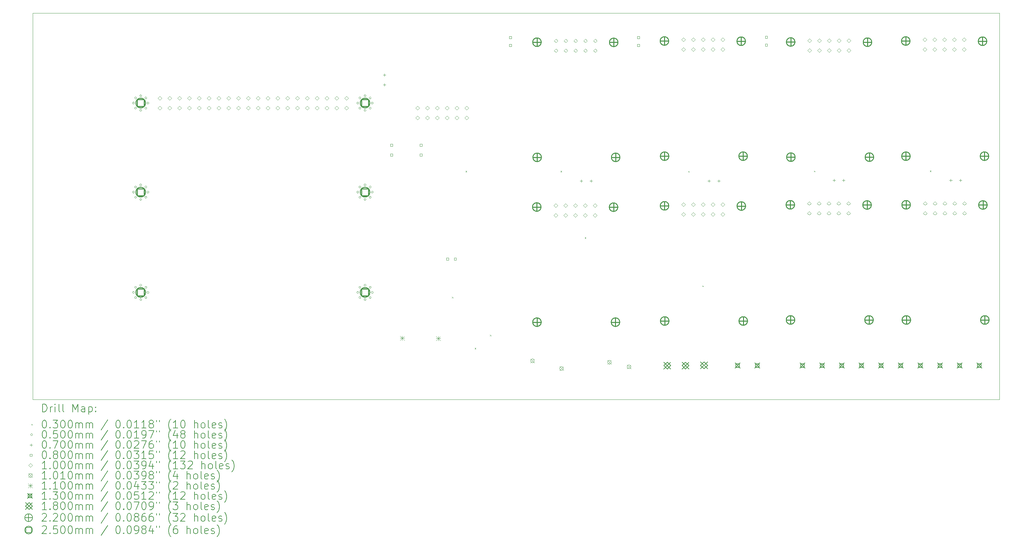
<source format=gbr>
%TF.GenerationSoftware,KiCad,Pcbnew,9.0.3*%
%TF.CreationDate,2025-07-15T13:26:19-05:00*%
%TF.ProjectId,Garden PCB,47617264-656e-4205-9043-422e6b696361,rev?*%
%TF.SameCoordinates,Original*%
%TF.FileFunction,Drillmap*%
%TF.FilePolarity,Positive*%
%FSLAX45Y45*%
G04 Gerber Fmt 4.5, Leading zero omitted, Abs format (unit mm)*
G04 Created by KiCad (PCBNEW 9.0.3) date 2025-07-15 13:26:19*
%MOMM*%
%LPD*%
G01*
G04 APERTURE LIST*
%ADD10C,0.050000*%
%ADD11C,0.200000*%
%ADD12C,0.100000*%
%ADD13C,0.101000*%
%ADD14C,0.110000*%
%ADD15C,0.130000*%
%ADD16C,0.180000*%
%ADD17C,0.220000*%
%ADD18C,0.250000*%
G04 APERTURE END LIST*
D10*
X5605000Y-7290000D02*
X30605000Y-7290000D01*
X30605000Y-17290000D01*
X5605000Y-17290000D01*
X5605000Y-7290000D01*
D11*
D12*
X16450000Y-14630000D02*
X16480000Y-14660000D01*
X16480000Y-14630000D02*
X16450000Y-14660000D01*
X16797500Y-11370000D02*
X16827500Y-11400000D01*
X16827500Y-11370000D02*
X16797500Y-11400000D01*
X17035000Y-15950000D02*
X17065000Y-15980000D01*
X17065000Y-15950000D02*
X17035000Y-15980000D01*
X17430000Y-15610000D02*
X17460000Y-15640000D01*
X17460000Y-15610000D02*
X17430000Y-15640000D01*
X19253900Y-11370000D02*
X19283900Y-11400000D01*
X19283900Y-11370000D02*
X19253900Y-11400000D01*
X19882500Y-13090000D02*
X19912500Y-13120000D01*
X19912500Y-13090000D02*
X19882500Y-13120000D01*
X22556900Y-11375000D02*
X22586900Y-11405000D01*
X22586900Y-11375000D02*
X22556900Y-11405000D01*
X22920000Y-14337500D02*
X22950000Y-14367500D01*
X22950000Y-14337500D02*
X22920000Y-14367500D01*
X25808900Y-11367500D02*
X25838900Y-11397500D01*
X25838900Y-11367500D02*
X25808900Y-11397500D01*
X28803900Y-11362500D02*
X28833900Y-11392500D01*
X28833900Y-11362500D02*
X28803900Y-11392500D01*
X8237500Y-9615000D02*
G75*
G02*
X8187500Y-9615000I-25000J0D01*
G01*
X8187500Y-9615000D02*
G75*
G02*
X8237500Y-9615000I25000J0D01*
G01*
X8237500Y-11920000D02*
G75*
G02*
X8187500Y-11920000I-25000J0D01*
G01*
X8187500Y-11920000D02*
G75*
G02*
X8237500Y-11920000I25000J0D01*
G01*
X8237500Y-14515000D02*
G75*
G02*
X8187500Y-14515000I-25000J0D01*
G01*
X8187500Y-14515000D02*
G75*
G02*
X8237500Y-14515000I25000J0D01*
G01*
X8292417Y-9482418D02*
G75*
G02*
X8242417Y-9482418I-25000J0D01*
G01*
X8242417Y-9482418D02*
G75*
G02*
X8292417Y-9482418I25000J0D01*
G01*
X8292417Y-9747583D02*
G75*
G02*
X8242417Y-9747583I-25000J0D01*
G01*
X8242417Y-9747583D02*
G75*
G02*
X8292417Y-9747583I25000J0D01*
G01*
X8292417Y-11787417D02*
G75*
G02*
X8242417Y-11787417I-25000J0D01*
G01*
X8242417Y-11787417D02*
G75*
G02*
X8292417Y-11787417I25000J0D01*
G01*
X8292417Y-12052582D02*
G75*
G02*
X8242417Y-12052582I-25000J0D01*
G01*
X8242417Y-12052582D02*
G75*
G02*
X8292417Y-12052582I25000J0D01*
G01*
X8292417Y-14382417D02*
G75*
G02*
X8242417Y-14382417I-25000J0D01*
G01*
X8242417Y-14382417D02*
G75*
G02*
X8292417Y-14382417I25000J0D01*
G01*
X8292417Y-14647582D02*
G75*
G02*
X8242417Y-14647582I-25000J0D01*
G01*
X8242417Y-14647582D02*
G75*
G02*
X8292417Y-14647582I25000J0D01*
G01*
X8425000Y-9427500D02*
G75*
G02*
X8375000Y-9427500I-25000J0D01*
G01*
X8375000Y-9427500D02*
G75*
G02*
X8425000Y-9427500I25000J0D01*
G01*
X8425000Y-9802500D02*
G75*
G02*
X8375000Y-9802500I-25000J0D01*
G01*
X8375000Y-9802500D02*
G75*
G02*
X8425000Y-9802500I25000J0D01*
G01*
X8425000Y-11732500D02*
G75*
G02*
X8375000Y-11732500I-25000J0D01*
G01*
X8375000Y-11732500D02*
G75*
G02*
X8425000Y-11732500I25000J0D01*
G01*
X8425000Y-12107500D02*
G75*
G02*
X8375000Y-12107500I-25000J0D01*
G01*
X8375000Y-12107500D02*
G75*
G02*
X8425000Y-12107500I25000J0D01*
G01*
X8425000Y-14327500D02*
G75*
G02*
X8375000Y-14327500I-25000J0D01*
G01*
X8375000Y-14327500D02*
G75*
G02*
X8425000Y-14327500I25000J0D01*
G01*
X8425000Y-14702500D02*
G75*
G02*
X8375000Y-14702500I-25000J0D01*
G01*
X8375000Y-14702500D02*
G75*
G02*
X8425000Y-14702500I25000J0D01*
G01*
X8557583Y-9482418D02*
G75*
G02*
X8507583Y-9482418I-25000J0D01*
G01*
X8507583Y-9482418D02*
G75*
G02*
X8557583Y-9482418I25000J0D01*
G01*
X8557583Y-9747583D02*
G75*
G02*
X8507583Y-9747583I-25000J0D01*
G01*
X8507583Y-9747583D02*
G75*
G02*
X8557583Y-9747583I25000J0D01*
G01*
X8557583Y-11787417D02*
G75*
G02*
X8507583Y-11787417I-25000J0D01*
G01*
X8507583Y-11787417D02*
G75*
G02*
X8557583Y-11787417I25000J0D01*
G01*
X8557583Y-12052582D02*
G75*
G02*
X8507583Y-12052582I-25000J0D01*
G01*
X8507583Y-12052582D02*
G75*
G02*
X8557583Y-12052582I25000J0D01*
G01*
X8557583Y-14382417D02*
G75*
G02*
X8507583Y-14382417I-25000J0D01*
G01*
X8507583Y-14382417D02*
G75*
G02*
X8557583Y-14382417I25000J0D01*
G01*
X8557583Y-14647582D02*
G75*
G02*
X8507583Y-14647582I-25000J0D01*
G01*
X8507583Y-14647582D02*
G75*
G02*
X8557583Y-14647582I25000J0D01*
G01*
X8612500Y-9615000D02*
G75*
G02*
X8562500Y-9615000I-25000J0D01*
G01*
X8562500Y-9615000D02*
G75*
G02*
X8612500Y-9615000I25000J0D01*
G01*
X8612500Y-11920000D02*
G75*
G02*
X8562500Y-11920000I-25000J0D01*
G01*
X8562500Y-11920000D02*
G75*
G02*
X8612500Y-11920000I25000J0D01*
G01*
X8612500Y-14515000D02*
G75*
G02*
X8562500Y-14515000I-25000J0D01*
G01*
X8562500Y-14515000D02*
G75*
G02*
X8612500Y-14515000I25000J0D01*
G01*
X14037500Y-9615000D02*
G75*
G02*
X13987500Y-9615000I-25000J0D01*
G01*
X13987500Y-9615000D02*
G75*
G02*
X14037500Y-9615000I25000J0D01*
G01*
X14037500Y-11920000D02*
G75*
G02*
X13987500Y-11920000I-25000J0D01*
G01*
X13987500Y-11920000D02*
G75*
G02*
X14037500Y-11920000I25000J0D01*
G01*
X14037500Y-14515000D02*
G75*
G02*
X13987500Y-14515000I-25000J0D01*
G01*
X13987500Y-14515000D02*
G75*
G02*
X14037500Y-14515000I25000J0D01*
G01*
X14092417Y-9482418D02*
G75*
G02*
X14042417Y-9482418I-25000J0D01*
G01*
X14042417Y-9482418D02*
G75*
G02*
X14092417Y-9482418I25000J0D01*
G01*
X14092417Y-9747583D02*
G75*
G02*
X14042417Y-9747583I-25000J0D01*
G01*
X14042417Y-9747583D02*
G75*
G02*
X14092417Y-9747583I25000J0D01*
G01*
X14092417Y-11787417D02*
G75*
G02*
X14042417Y-11787417I-25000J0D01*
G01*
X14042417Y-11787417D02*
G75*
G02*
X14092417Y-11787417I25000J0D01*
G01*
X14092417Y-12052582D02*
G75*
G02*
X14042417Y-12052582I-25000J0D01*
G01*
X14042417Y-12052582D02*
G75*
G02*
X14092417Y-12052582I25000J0D01*
G01*
X14092417Y-14382417D02*
G75*
G02*
X14042417Y-14382417I-25000J0D01*
G01*
X14042417Y-14382417D02*
G75*
G02*
X14092417Y-14382417I25000J0D01*
G01*
X14092417Y-14647582D02*
G75*
G02*
X14042417Y-14647582I-25000J0D01*
G01*
X14042417Y-14647582D02*
G75*
G02*
X14092417Y-14647582I25000J0D01*
G01*
X14225000Y-9427500D02*
G75*
G02*
X14175000Y-9427500I-25000J0D01*
G01*
X14175000Y-9427500D02*
G75*
G02*
X14225000Y-9427500I25000J0D01*
G01*
X14225000Y-9802500D02*
G75*
G02*
X14175000Y-9802500I-25000J0D01*
G01*
X14175000Y-9802500D02*
G75*
G02*
X14225000Y-9802500I25000J0D01*
G01*
X14225000Y-11732500D02*
G75*
G02*
X14175000Y-11732500I-25000J0D01*
G01*
X14175000Y-11732500D02*
G75*
G02*
X14225000Y-11732500I25000J0D01*
G01*
X14225000Y-12107500D02*
G75*
G02*
X14175000Y-12107500I-25000J0D01*
G01*
X14175000Y-12107500D02*
G75*
G02*
X14225000Y-12107500I25000J0D01*
G01*
X14225000Y-14327500D02*
G75*
G02*
X14175000Y-14327500I-25000J0D01*
G01*
X14175000Y-14327500D02*
G75*
G02*
X14225000Y-14327500I25000J0D01*
G01*
X14225000Y-14702500D02*
G75*
G02*
X14175000Y-14702500I-25000J0D01*
G01*
X14175000Y-14702500D02*
G75*
G02*
X14225000Y-14702500I25000J0D01*
G01*
X14357582Y-9482418D02*
G75*
G02*
X14307582Y-9482418I-25000J0D01*
G01*
X14307582Y-9482418D02*
G75*
G02*
X14357582Y-9482418I25000J0D01*
G01*
X14357582Y-9747583D02*
G75*
G02*
X14307582Y-9747583I-25000J0D01*
G01*
X14307582Y-9747583D02*
G75*
G02*
X14357582Y-9747583I25000J0D01*
G01*
X14357582Y-11787417D02*
G75*
G02*
X14307582Y-11787417I-25000J0D01*
G01*
X14307582Y-11787417D02*
G75*
G02*
X14357582Y-11787417I25000J0D01*
G01*
X14357582Y-12052582D02*
G75*
G02*
X14307582Y-12052582I-25000J0D01*
G01*
X14307582Y-12052582D02*
G75*
G02*
X14357582Y-12052582I25000J0D01*
G01*
X14357582Y-14382417D02*
G75*
G02*
X14307582Y-14382417I-25000J0D01*
G01*
X14307582Y-14382417D02*
G75*
G02*
X14357582Y-14382417I25000J0D01*
G01*
X14357582Y-14647582D02*
G75*
G02*
X14307582Y-14647582I-25000J0D01*
G01*
X14307582Y-14647582D02*
G75*
G02*
X14357582Y-14647582I25000J0D01*
G01*
X14412500Y-9615000D02*
G75*
G02*
X14362500Y-9615000I-25000J0D01*
G01*
X14362500Y-9615000D02*
G75*
G02*
X14412500Y-9615000I25000J0D01*
G01*
X14412500Y-11920000D02*
G75*
G02*
X14362500Y-11920000I-25000J0D01*
G01*
X14362500Y-11920000D02*
G75*
G02*
X14412500Y-11920000I25000J0D01*
G01*
X14412500Y-14515000D02*
G75*
G02*
X14362500Y-14515000I-25000J0D01*
G01*
X14362500Y-14515000D02*
G75*
G02*
X14412500Y-14515000I25000J0D01*
G01*
X14700000Y-8855000D02*
X14700000Y-8925000D01*
X14665000Y-8890000D02*
X14735000Y-8890000D01*
X14700000Y-9105000D02*
X14700000Y-9175000D01*
X14665000Y-9140000D02*
X14735000Y-9140000D01*
X19792500Y-11595000D02*
X19792500Y-11665000D01*
X19757500Y-11630000D02*
X19827500Y-11630000D01*
X20042500Y-11595000D02*
X20042500Y-11665000D01*
X20007500Y-11630000D02*
X20077500Y-11630000D01*
X23095000Y-11595000D02*
X23095000Y-11665000D01*
X23060000Y-11630000D02*
X23130000Y-11630000D01*
X23345000Y-11595000D02*
X23345000Y-11665000D01*
X23310000Y-11630000D02*
X23380000Y-11630000D01*
X26325000Y-11580000D02*
X26325000Y-11650000D01*
X26290000Y-11615000D02*
X26360000Y-11615000D01*
X26575000Y-11580000D02*
X26575000Y-11650000D01*
X26540000Y-11615000D02*
X26610000Y-11615000D01*
X29345000Y-11580000D02*
X29345000Y-11650000D01*
X29310000Y-11615000D02*
X29380000Y-11615000D01*
X29595000Y-11580000D02*
X29595000Y-11650000D01*
X29560000Y-11615000D02*
X29630000Y-11615000D01*
X14913284Y-10730785D02*
X14913284Y-10674216D01*
X14856715Y-10674216D01*
X14856715Y-10730785D01*
X14913284Y-10730785D01*
X14913284Y-10984785D02*
X14913284Y-10928216D01*
X14856715Y-10928216D01*
X14856715Y-10984785D01*
X14913284Y-10984785D01*
X15675284Y-10730785D02*
X15675284Y-10674216D01*
X15618715Y-10674216D01*
X15618715Y-10730785D01*
X15675284Y-10730785D01*
X15675284Y-10984785D02*
X15675284Y-10928216D01*
X15618715Y-10928216D01*
X15618715Y-10984785D01*
X15675284Y-10984785D01*
X16358284Y-13678284D02*
X16358284Y-13621715D01*
X16301715Y-13621715D01*
X16301715Y-13678284D01*
X16358284Y-13678284D01*
X16558284Y-13678284D02*
X16558284Y-13621715D01*
X16501715Y-13621715D01*
X16501715Y-13678284D01*
X16558284Y-13678284D01*
X17983285Y-7948796D02*
X17983285Y-7892227D01*
X17926716Y-7892227D01*
X17926716Y-7948796D01*
X17983285Y-7948796D01*
X17983285Y-8148796D02*
X17983285Y-8092227D01*
X17926716Y-8092227D01*
X17926716Y-8148796D01*
X17983285Y-8148796D01*
X21298285Y-7948796D02*
X21298285Y-7892227D01*
X21241716Y-7892227D01*
X21241716Y-7948796D01*
X21298285Y-7948796D01*
X21298285Y-8148796D02*
X21298285Y-8092227D01*
X21241716Y-8092227D01*
X21241716Y-8148796D01*
X21298285Y-8148796D01*
X24603284Y-7938284D02*
X24603284Y-7881715D01*
X24546715Y-7881715D01*
X24546715Y-7938284D01*
X24603284Y-7938284D01*
X24603284Y-8138284D02*
X24603284Y-8081715D01*
X24546715Y-8081715D01*
X24546715Y-8138284D01*
X24603284Y-8138284D01*
X8892000Y-9541000D02*
X8942000Y-9491000D01*
X8892000Y-9441000D01*
X8842000Y-9491000D01*
X8892000Y-9541000D01*
X8892000Y-9795000D02*
X8942000Y-9745000D01*
X8892000Y-9695000D01*
X8842000Y-9745000D01*
X8892000Y-9795000D01*
X9146000Y-9541000D02*
X9196000Y-9491000D01*
X9146000Y-9441000D01*
X9096000Y-9491000D01*
X9146000Y-9541000D01*
X9146000Y-9795000D02*
X9196000Y-9745000D01*
X9146000Y-9695000D01*
X9096000Y-9745000D01*
X9146000Y-9795000D01*
X9400000Y-9541000D02*
X9450000Y-9491000D01*
X9400000Y-9441000D01*
X9350000Y-9491000D01*
X9400000Y-9541000D01*
X9400000Y-9795000D02*
X9450000Y-9745000D01*
X9400000Y-9695000D01*
X9350000Y-9745000D01*
X9400000Y-9795000D01*
X9654000Y-9541000D02*
X9704000Y-9491000D01*
X9654000Y-9441000D01*
X9604000Y-9491000D01*
X9654000Y-9541000D01*
X9654000Y-9795000D02*
X9704000Y-9745000D01*
X9654000Y-9695000D01*
X9604000Y-9745000D01*
X9654000Y-9795000D01*
X9908000Y-9541000D02*
X9958000Y-9491000D01*
X9908000Y-9441000D01*
X9858000Y-9491000D01*
X9908000Y-9541000D01*
X9908000Y-9795000D02*
X9958000Y-9745000D01*
X9908000Y-9695000D01*
X9858000Y-9745000D01*
X9908000Y-9795000D01*
X10162000Y-9541000D02*
X10212000Y-9491000D01*
X10162000Y-9441000D01*
X10112000Y-9491000D01*
X10162000Y-9541000D01*
X10162000Y-9795000D02*
X10212000Y-9745000D01*
X10162000Y-9695000D01*
X10112000Y-9745000D01*
X10162000Y-9795000D01*
X10416000Y-9541000D02*
X10466000Y-9491000D01*
X10416000Y-9441000D01*
X10366000Y-9491000D01*
X10416000Y-9541000D01*
X10416000Y-9795000D02*
X10466000Y-9745000D01*
X10416000Y-9695000D01*
X10366000Y-9745000D01*
X10416000Y-9795000D01*
X10670000Y-9541000D02*
X10720000Y-9491000D01*
X10670000Y-9441000D01*
X10620000Y-9491000D01*
X10670000Y-9541000D01*
X10670000Y-9795000D02*
X10720000Y-9745000D01*
X10670000Y-9695000D01*
X10620000Y-9745000D01*
X10670000Y-9795000D01*
X10924000Y-9541000D02*
X10974000Y-9491000D01*
X10924000Y-9441000D01*
X10874000Y-9491000D01*
X10924000Y-9541000D01*
X10924000Y-9795000D02*
X10974000Y-9745000D01*
X10924000Y-9695000D01*
X10874000Y-9745000D01*
X10924000Y-9795000D01*
X11178000Y-9541000D02*
X11228000Y-9491000D01*
X11178000Y-9441000D01*
X11128000Y-9491000D01*
X11178000Y-9541000D01*
X11178000Y-9795000D02*
X11228000Y-9745000D01*
X11178000Y-9695000D01*
X11128000Y-9745000D01*
X11178000Y-9795000D01*
X11432000Y-9541000D02*
X11482000Y-9491000D01*
X11432000Y-9441000D01*
X11382000Y-9491000D01*
X11432000Y-9541000D01*
X11432000Y-9795000D02*
X11482000Y-9745000D01*
X11432000Y-9695000D01*
X11382000Y-9745000D01*
X11432000Y-9795000D01*
X11686000Y-9541000D02*
X11736000Y-9491000D01*
X11686000Y-9441000D01*
X11636000Y-9491000D01*
X11686000Y-9541000D01*
X11686000Y-9795000D02*
X11736000Y-9745000D01*
X11686000Y-9695000D01*
X11636000Y-9745000D01*
X11686000Y-9795000D01*
X11940000Y-9541000D02*
X11990000Y-9491000D01*
X11940000Y-9441000D01*
X11890000Y-9491000D01*
X11940000Y-9541000D01*
X11940000Y-9795000D02*
X11990000Y-9745000D01*
X11940000Y-9695000D01*
X11890000Y-9745000D01*
X11940000Y-9795000D01*
X12194000Y-9541000D02*
X12244000Y-9491000D01*
X12194000Y-9441000D01*
X12144000Y-9491000D01*
X12194000Y-9541000D01*
X12194000Y-9795000D02*
X12244000Y-9745000D01*
X12194000Y-9695000D01*
X12144000Y-9745000D01*
X12194000Y-9795000D01*
X12448000Y-9541000D02*
X12498000Y-9491000D01*
X12448000Y-9441000D01*
X12398000Y-9491000D01*
X12448000Y-9541000D01*
X12448000Y-9795000D02*
X12498000Y-9745000D01*
X12448000Y-9695000D01*
X12398000Y-9745000D01*
X12448000Y-9795000D01*
X12702000Y-9541000D02*
X12752000Y-9491000D01*
X12702000Y-9441000D01*
X12652000Y-9491000D01*
X12702000Y-9541000D01*
X12702000Y-9795000D02*
X12752000Y-9745000D01*
X12702000Y-9695000D01*
X12652000Y-9745000D01*
X12702000Y-9795000D01*
X12956000Y-9541000D02*
X13006000Y-9491000D01*
X12956000Y-9441000D01*
X12906000Y-9491000D01*
X12956000Y-9541000D01*
X12956000Y-9795000D02*
X13006000Y-9745000D01*
X12956000Y-9695000D01*
X12906000Y-9745000D01*
X12956000Y-9795000D01*
X13210000Y-9541000D02*
X13260000Y-9491000D01*
X13210000Y-9441000D01*
X13160000Y-9491000D01*
X13210000Y-9541000D01*
X13210000Y-9795000D02*
X13260000Y-9745000D01*
X13210000Y-9695000D01*
X13160000Y-9745000D01*
X13210000Y-9795000D01*
X13464000Y-9541000D02*
X13514000Y-9491000D01*
X13464000Y-9441000D01*
X13414000Y-9491000D01*
X13464000Y-9541000D01*
X13464000Y-9795000D02*
X13514000Y-9745000D01*
X13464000Y-9695000D01*
X13414000Y-9745000D01*
X13464000Y-9795000D01*
X13718000Y-9541000D02*
X13768000Y-9491000D01*
X13718000Y-9441000D01*
X13668000Y-9491000D01*
X13718000Y-9541000D01*
X13718000Y-9795000D02*
X13768000Y-9745000D01*
X13718000Y-9695000D01*
X13668000Y-9745000D01*
X13718000Y-9795000D01*
X15557500Y-9793500D02*
X15607500Y-9743500D01*
X15557500Y-9693500D01*
X15507500Y-9743500D01*
X15557500Y-9793500D01*
X15557500Y-10047500D02*
X15607500Y-9997500D01*
X15557500Y-9947500D01*
X15507500Y-9997500D01*
X15557500Y-10047500D01*
X15811500Y-9793500D02*
X15861500Y-9743500D01*
X15811500Y-9693500D01*
X15761500Y-9743500D01*
X15811500Y-9793500D01*
X15811500Y-10047500D02*
X15861500Y-9997500D01*
X15811500Y-9947500D01*
X15761500Y-9997500D01*
X15811500Y-10047500D01*
X16065500Y-9793500D02*
X16115500Y-9743500D01*
X16065500Y-9693500D01*
X16015500Y-9743500D01*
X16065500Y-9793500D01*
X16065500Y-10047500D02*
X16115500Y-9997500D01*
X16065500Y-9947500D01*
X16015500Y-9997500D01*
X16065500Y-10047500D01*
X16319500Y-9793500D02*
X16369500Y-9743500D01*
X16319500Y-9693500D01*
X16269500Y-9743500D01*
X16319500Y-9793500D01*
X16319500Y-10047500D02*
X16369500Y-9997500D01*
X16319500Y-9947500D01*
X16269500Y-9997500D01*
X16319500Y-10047500D01*
X16573500Y-9793500D02*
X16623500Y-9743500D01*
X16573500Y-9693500D01*
X16523500Y-9743500D01*
X16573500Y-9793500D01*
X16573500Y-10047500D02*
X16623500Y-9997500D01*
X16573500Y-9947500D01*
X16523500Y-9997500D01*
X16573500Y-10047500D01*
X16827500Y-9793500D02*
X16877500Y-9743500D01*
X16827500Y-9693500D01*
X16777500Y-9743500D01*
X16827500Y-9793500D01*
X16827500Y-10047500D02*
X16877500Y-9997500D01*
X16827500Y-9947500D01*
X16777500Y-9997500D01*
X16827500Y-10047500D01*
X19130000Y-12318000D02*
X19180000Y-12268000D01*
X19130000Y-12218000D01*
X19080000Y-12268000D01*
X19130000Y-12318000D01*
X19130000Y-12572000D02*
X19180000Y-12522000D01*
X19130000Y-12472000D01*
X19080000Y-12522000D01*
X19130000Y-12572000D01*
X19135000Y-8053000D02*
X19185000Y-8003000D01*
X19135000Y-7953000D01*
X19085000Y-8003000D01*
X19135000Y-8053000D01*
X19135000Y-8307000D02*
X19185000Y-8257000D01*
X19135000Y-8207000D01*
X19085000Y-8257000D01*
X19135000Y-8307000D01*
X19384000Y-12318000D02*
X19434000Y-12268000D01*
X19384000Y-12218000D01*
X19334000Y-12268000D01*
X19384000Y-12318000D01*
X19384000Y-12572000D02*
X19434000Y-12522000D01*
X19384000Y-12472000D01*
X19334000Y-12522000D01*
X19384000Y-12572000D01*
X19389000Y-8053000D02*
X19439000Y-8003000D01*
X19389000Y-7953000D01*
X19339000Y-8003000D01*
X19389000Y-8053000D01*
X19389000Y-8307000D02*
X19439000Y-8257000D01*
X19389000Y-8207000D01*
X19339000Y-8257000D01*
X19389000Y-8307000D01*
X19638000Y-12318000D02*
X19688000Y-12268000D01*
X19638000Y-12218000D01*
X19588000Y-12268000D01*
X19638000Y-12318000D01*
X19638000Y-12572000D02*
X19688000Y-12522000D01*
X19638000Y-12472000D01*
X19588000Y-12522000D01*
X19638000Y-12572000D01*
X19643000Y-8053000D02*
X19693000Y-8003000D01*
X19643000Y-7953000D01*
X19593000Y-8003000D01*
X19643000Y-8053000D01*
X19643000Y-8307000D02*
X19693000Y-8257000D01*
X19643000Y-8207000D01*
X19593000Y-8257000D01*
X19643000Y-8307000D01*
X19892000Y-12318000D02*
X19942000Y-12268000D01*
X19892000Y-12218000D01*
X19842000Y-12268000D01*
X19892000Y-12318000D01*
X19892000Y-12572000D02*
X19942000Y-12522000D01*
X19892000Y-12472000D01*
X19842000Y-12522000D01*
X19892000Y-12572000D01*
X19897000Y-8053000D02*
X19947000Y-8003000D01*
X19897000Y-7953000D01*
X19847000Y-8003000D01*
X19897000Y-8053000D01*
X19897000Y-8307000D02*
X19947000Y-8257000D01*
X19897000Y-8207000D01*
X19847000Y-8257000D01*
X19897000Y-8307000D01*
X20146000Y-12318000D02*
X20196000Y-12268000D01*
X20146000Y-12218000D01*
X20096000Y-12268000D01*
X20146000Y-12318000D01*
X20146000Y-12572000D02*
X20196000Y-12522000D01*
X20146000Y-12472000D01*
X20096000Y-12522000D01*
X20146000Y-12572000D01*
X20151000Y-8053000D02*
X20201000Y-8003000D01*
X20151000Y-7953000D01*
X20101000Y-8003000D01*
X20151000Y-8053000D01*
X20151000Y-8307000D02*
X20201000Y-8257000D01*
X20151000Y-8207000D01*
X20101000Y-8257000D01*
X20151000Y-8307000D01*
X22430000Y-8023000D02*
X22480000Y-7973000D01*
X22430000Y-7923000D01*
X22380000Y-7973000D01*
X22430000Y-8023000D01*
X22430000Y-8277000D02*
X22480000Y-8227000D01*
X22430000Y-8177000D01*
X22380000Y-8227000D01*
X22430000Y-8277000D01*
X22433000Y-12288000D02*
X22483000Y-12238000D01*
X22433000Y-12188000D01*
X22383000Y-12238000D01*
X22433000Y-12288000D01*
X22433000Y-12542000D02*
X22483000Y-12492000D01*
X22433000Y-12442000D01*
X22383000Y-12492000D01*
X22433000Y-12542000D01*
X22684000Y-8023000D02*
X22734000Y-7973000D01*
X22684000Y-7923000D01*
X22634000Y-7973000D01*
X22684000Y-8023000D01*
X22684000Y-8277000D02*
X22734000Y-8227000D01*
X22684000Y-8177000D01*
X22634000Y-8227000D01*
X22684000Y-8277000D01*
X22687000Y-12288000D02*
X22737000Y-12238000D01*
X22687000Y-12188000D01*
X22637000Y-12238000D01*
X22687000Y-12288000D01*
X22687000Y-12542000D02*
X22737000Y-12492000D01*
X22687000Y-12442000D01*
X22637000Y-12492000D01*
X22687000Y-12542000D01*
X22938000Y-8023000D02*
X22988000Y-7973000D01*
X22938000Y-7923000D01*
X22888000Y-7973000D01*
X22938000Y-8023000D01*
X22938000Y-8277000D02*
X22988000Y-8227000D01*
X22938000Y-8177000D01*
X22888000Y-8227000D01*
X22938000Y-8277000D01*
X22941000Y-12288000D02*
X22991000Y-12238000D01*
X22941000Y-12188000D01*
X22891000Y-12238000D01*
X22941000Y-12288000D01*
X22941000Y-12542000D02*
X22991000Y-12492000D01*
X22941000Y-12442000D01*
X22891000Y-12492000D01*
X22941000Y-12542000D01*
X23192000Y-8023000D02*
X23242000Y-7973000D01*
X23192000Y-7923000D01*
X23142000Y-7973000D01*
X23192000Y-8023000D01*
X23192000Y-8277000D02*
X23242000Y-8227000D01*
X23192000Y-8177000D01*
X23142000Y-8227000D01*
X23192000Y-8277000D01*
X23195000Y-12288000D02*
X23245000Y-12238000D01*
X23195000Y-12188000D01*
X23145000Y-12238000D01*
X23195000Y-12288000D01*
X23195000Y-12542000D02*
X23245000Y-12492000D01*
X23195000Y-12442000D01*
X23145000Y-12492000D01*
X23195000Y-12542000D01*
X23446000Y-8023000D02*
X23496000Y-7973000D01*
X23446000Y-7923000D01*
X23396000Y-7973000D01*
X23446000Y-8023000D01*
X23446000Y-8277000D02*
X23496000Y-8227000D01*
X23446000Y-8177000D01*
X23396000Y-8227000D01*
X23446000Y-8277000D01*
X23449000Y-12288000D02*
X23499000Y-12238000D01*
X23449000Y-12188000D01*
X23399000Y-12238000D01*
X23449000Y-12288000D01*
X23449000Y-12542000D02*
X23499000Y-12492000D01*
X23449000Y-12442000D01*
X23399000Y-12492000D01*
X23449000Y-12542000D01*
X25685000Y-12261000D02*
X25735000Y-12211000D01*
X25685000Y-12161000D01*
X25635000Y-12211000D01*
X25685000Y-12261000D01*
X25685000Y-12515000D02*
X25735000Y-12465000D01*
X25685000Y-12415000D01*
X25635000Y-12465000D01*
X25685000Y-12515000D01*
X25695000Y-8048000D02*
X25745000Y-7998000D01*
X25695000Y-7948000D01*
X25645000Y-7998000D01*
X25695000Y-8048000D01*
X25695000Y-8302000D02*
X25745000Y-8252000D01*
X25695000Y-8202000D01*
X25645000Y-8252000D01*
X25695000Y-8302000D01*
X25939000Y-12261000D02*
X25989000Y-12211000D01*
X25939000Y-12161000D01*
X25889000Y-12211000D01*
X25939000Y-12261000D01*
X25939000Y-12515000D02*
X25989000Y-12465000D01*
X25939000Y-12415000D01*
X25889000Y-12465000D01*
X25939000Y-12515000D01*
X25949000Y-8048000D02*
X25999000Y-7998000D01*
X25949000Y-7948000D01*
X25899000Y-7998000D01*
X25949000Y-8048000D01*
X25949000Y-8302000D02*
X25999000Y-8252000D01*
X25949000Y-8202000D01*
X25899000Y-8252000D01*
X25949000Y-8302000D01*
X26193000Y-12261000D02*
X26243000Y-12211000D01*
X26193000Y-12161000D01*
X26143000Y-12211000D01*
X26193000Y-12261000D01*
X26193000Y-12515000D02*
X26243000Y-12465000D01*
X26193000Y-12415000D01*
X26143000Y-12465000D01*
X26193000Y-12515000D01*
X26203000Y-8048000D02*
X26253000Y-7998000D01*
X26203000Y-7948000D01*
X26153000Y-7998000D01*
X26203000Y-8048000D01*
X26203000Y-8302000D02*
X26253000Y-8252000D01*
X26203000Y-8202000D01*
X26153000Y-8252000D01*
X26203000Y-8302000D01*
X26447000Y-12261000D02*
X26497000Y-12211000D01*
X26447000Y-12161000D01*
X26397000Y-12211000D01*
X26447000Y-12261000D01*
X26447000Y-12515000D02*
X26497000Y-12465000D01*
X26447000Y-12415000D01*
X26397000Y-12465000D01*
X26447000Y-12515000D01*
X26457000Y-8048000D02*
X26507000Y-7998000D01*
X26457000Y-7948000D01*
X26407000Y-7998000D01*
X26457000Y-8048000D01*
X26457000Y-8302000D02*
X26507000Y-8252000D01*
X26457000Y-8202000D01*
X26407000Y-8252000D01*
X26457000Y-8302000D01*
X26701000Y-12261000D02*
X26751000Y-12211000D01*
X26701000Y-12161000D01*
X26651000Y-12211000D01*
X26701000Y-12261000D01*
X26701000Y-12515000D02*
X26751000Y-12465000D01*
X26701000Y-12415000D01*
X26651000Y-12465000D01*
X26701000Y-12515000D01*
X26711000Y-8048000D02*
X26761000Y-7998000D01*
X26711000Y-7948000D01*
X26661000Y-7998000D01*
X26711000Y-8048000D01*
X26711000Y-8302000D02*
X26761000Y-8252000D01*
X26711000Y-8202000D01*
X26661000Y-8252000D01*
X26711000Y-8302000D01*
X28670000Y-8023000D02*
X28720000Y-7973000D01*
X28670000Y-7923000D01*
X28620000Y-7973000D01*
X28670000Y-8023000D01*
X28670000Y-8277000D02*
X28720000Y-8227000D01*
X28670000Y-8177000D01*
X28620000Y-8227000D01*
X28670000Y-8277000D01*
X28680000Y-12261000D02*
X28730000Y-12211000D01*
X28680000Y-12161000D01*
X28630000Y-12211000D01*
X28680000Y-12261000D01*
X28680000Y-12515000D02*
X28730000Y-12465000D01*
X28680000Y-12415000D01*
X28630000Y-12465000D01*
X28680000Y-12515000D01*
X28924000Y-8023000D02*
X28974000Y-7973000D01*
X28924000Y-7923000D01*
X28874000Y-7973000D01*
X28924000Y-8023000D01*
X28924000Y-8277000D02*
X28974000Y-8227000D01*
X28924000Y-8177000D01*
X28874000Y-8227000D01*
X28924000Y-8277000D01*
X28934000Y-12261000D02*
X28984000Y-12211000D01*
X28934000Y-12161000D01*
X28884000Y-12211000D01*
X28934000Y-12261000D01*
X28934000Y-12515000D02*
X28984000Y-12465000D01*
X28934000Y-12415000D01*
X28884000Y-12465000D01*
X28934000Y-12515000D01*
X29178000Y-8023000D02*
X29228000Y-7973000D01*
X29178000Y-7923000D01*
X29128000Y-7973000D01*
X29178000Y-8023000D01*
X29178000Y-8277000D02*
X29228000Y-8227000D01*
X29178000Y-8177000D01*
X29128000Y-8227000D01*
X29178000Y-8277000D01*
X29188000Y-12261000D02*
X29238000Y-12211000D01*
X29188000Y-12161000D01*
X29138000Y-12211000D01*
X29188000Y-12261000D01*
X29188000Y-12515000D02*
X29238000Y-12465000D01*
X29188000Y-12415000D01*
X29138000Y-12465000D01*
X29188000Y-12515000D01*
X29432000Y-8023000D02*
X29482000Y-7973000D01*
X29432000Y-7923000D01*
X29382000Y-7973000D01*
X29432000Y-8023000D01*
X29432000Y-8277000D02*
X29482000Y-8227000D01*
X29432000Y-8177000D01*
X29382000Y-8227000D01*
X29432000Y-8277000D01*
X29442000Y-12261000D02*
X29492000Y-12211000D01*
X29442000Y-12161000D01*
X29392000Y-12211000D01*
X29442000Y-12261000D01*
X29442000Y-12515000D02*
X29492000Y-12465000D01*
X29442000Y-12415000D01*
X29392000Y-12465000D01*
X29442000Y-12515000D01*
X29686000Y-8023000D02*
X29736000Y-7973000D01*
X29686000Y-7923000D01*
X29636000Y-7973000D01*
X29686000Y-8023000D01*
X29686000Y-8277000D02*
X29736000Y-8227000D01*
X29686000Y-8177000D01*
X29636000Y-8227000D01*
X29686000Y-8277000D01*
X29696000Y-12261000D02*
X29746000Y-12211000D01*
X29696000Y-12161000D01*
X29646000Y-12211000D01*
X29696000Y-12261000D01*
X29696000Y-12515000D02*
X29746000Y-12465000D01*
X29696000Y-12415000D01*
X29646000Y-12465000D01*
X29696000Y-12515000D01*
D13*
X18479500Y-16234500D02*
X18580500Y-16335500D01*
X18580500Y-16234500D02*
X18479500Y-16335500D01*
X18580500Y-16285000D02*
G75*
G02*
X18479500Y-16285000I-50500J0D01*
G01*
X18479500Y-16285000D02*
G75*
G02*
X18580500Y-16285000I50500J0D01*
G01*
X19229500Y-16434500D02*
X19330500Y-16535500D01*
X19330500Y-16434500D02*
X19229500Y-16535500D01*
X19330500Y-16485000D02*
G75*
G02*
X19229500Y-16485000I-50500J0D01*
G01*
X19229500Y-16485000D02*
G75*
G02*
X19330500Y-16485000I50500J0D01*
G01*
X20469500Y-16272500D02*
X20570500Y-16373500D01*
X20570500Y-16272500D02*
X20469500Y-16373500D01*
X20570500Y-16323000D02*
G75*
G02*
X20469500Y-16323000I-50500J0D01*
G01*
X20469500Y-16323000D02*
G75*
G02*
X20570500Y-16323000I50500J0D01*
G01*
X20974500Y-16389500D02*
X21075500Y-16490500D01*
X21075500Y-16389500D02*
X20974500Y-16490500D01*
X21075500Y-16440000D02*
G75*
G02*
X20974500Y-16440000I-50500J0D01*
G01*
X20974500Y-16440000D02*
G75*
G02*
X21075500Y-16440000I50500J0D01*
G01*
D14*
X15107000Y-15642000D02*
X15217000Y-15752000D01*
X15217000Y-15642000D02*
X15107000Y-15752000D01*
X15162000Y-15642000D02*
X15162000Y-15752000D01*
X15107000Y-15697000D02*
X15217000Y-15697000D01*
X16040000Y-15650000D02*
X16150000Y-15760000D01*
X16150000Y-15650000D02*
X16040000Y-15760000D01*
X16095000Y-15650000D02*
X16095000Y-15760000D01*
X16040000Y-15705000D02*
X16150000Y-15705000D01*
D15*
X23765500Y-16342250D02*
X23895500Y-16472250D01*
X23895500Y-16342250D02*
X23765500Y-16472250D01*
X23876462Y-16453212D02*
X23876462Y-16361288D01*
X23784538Y-16361288D01*
X23784538Y-16453212D01*
X23876462Y-16453212D01*
X24273500Y-16342250D02*
X24403500Y-16472250D01*
X24403500Y-16342250D02*
X24273500Y-16472250D01*
X24384462Y-16453212D02*
X24384462Y-16361288D01*
X24292538Y-16361288D01*
X24292538Y-16453212D01*
X24384462Y-16453212D01*
X25444000Y-16342250D02*
X25574000Y-16472250D01*
X25574000Y-16342250D02*
X25444000Y-16472250D01*
X25554962Y-16453212D02*
X25554962Y-16361288D01*
X25463038Y-16361288D01*
X25463038Y-16453212D01*
X25554962Y-16453212D01*
X25952000Y-16342250D02*
X26082000Y-16472250D01*
X26082000Y-16342250D02*
X25952000Y-16472250D01*
X26062962Y-16453212D02*
X26062962Y-16361288D01*
X25971038Y-16361288D01*
X25971038Y-16453212D01*
X26062962Y-16453212D01*
X26460000Y-16342250D02*
X26590000Y-16472250D01*
X26590000Y-16342250D02*
X26460000Y-16472250D01*
X26570962Y-16453212D02*
X26570962Y-16361288D01*
X26479038Y-16361288D01*
X26479038Y-16453212D01*
X26570962Y-16453212D01*
X26968000Y-16342250D02*
X27098000Y-16472250D01*
X27098000Y-16342250D02*
X26968000Y-16472250D01*
X27078962Y-16453212D02*
X27078962Y-16361288D01*
X26987038Y-16361288D01*
X26987038Y-16453212D01*
X27078962Y-16453212D01*
X27476000Y-16342250D02*
X27606000Y-16472250D01*
X27606000Y-16342250D02*
X27476000Y-16472250D01*
X27586962Y-16453212D02*
X27586962Y-16361288D01*
X27495038Y-16361288D01*
X27495038Y-16453212D01*
X27586962Y-16453212D01*
X27984000Y-16342250D02*
X28114000Y-16472250D01*
X28114000Y-16342250D02*
X27984000Y-16472250D01*
X28094962Y-16453212D02*
X28094962Y-16361288D01*
X28003038Y-16361288D01*
X28003038Y-16453212D01*
X28094962Y-16453212D01*
X28492000Y-16342250D02*
X28622000Y-16472250D01*
X28622000Y-16342250D02*
X28492000Y-16472250D01*
X28602962Y-16453212D02*
X28602962Y-16361288D01*
X28511038Y-16361288D01*
X28511038Y-16453212D01*
X28602962Y-16453212D01*
X29000000Y-16342250D02*
X29130000Y-16472250D01*
X29130000Y-16342250D02*
X29000000Y-16472250D01*
X29110962Y-16453212D02*
X29110962Y-16361288D01*
X29019038Y-16361288D01*
X29019038Y-16453212D01*
X29110962Y-16453212D01*
X29508000Y-16342250D02*
X29638000Y-16472250D01*
X29638000Y-16342250D02*
X29508000Y-16472250D01*
X29618962Y-16453212D02*
X29618962Y-16361288D01*
X29527038Y-16361288D01*
X29527038Y-16453212D01*
X29618962Y-16453212D01*
X30016000Y-16342250D02*
X30146000Y-16472250D01*
X30146000Y-16342250D02*
X30016000Y-16472250D01*
X30126962Y-16453212D02*
X30126962Y-16361288D01*
X30035038Y-16361288D01*
X30035038Y-16453212D01*
X30126962Y-16453212D01*
D16*
X21925000Y-16317250D02*
X22105000Y-16497250D01*
X22105000Y-16317250D02*
X21925000Y-16497250D01*
X22015000Y-16497250D02*
X22105000Y-16407250D01*
X22015000Y-16317250D01*
X21925000Y-16407250D01*
X22015000Y-16497250D01*
X22395000Y-16317250D02*
X22575000Y-16497250D01*
X22575000Y-16317250D02*
X22395000Y-16497250D01*
X22485000Y-16497250D02*
X22575000Y-16407250D01*
X22485000Y-16317250D01*
X22395000Y-16407250D01*
X22485000Y-16497250D01*
X22876000Y-16314250D02*
X23056000Y-16494250D01*
X23056000Y-16314250D02*
X22876000Y-16494250D01*
X22966000Y-16494250D02*
X23056000Y-16404250D01*
X22966000Y-16314250D01*
X22876000Y-16404250D01*
X22966000Y-16494250D01*
D17*
X18640000Y-12195000D02*
X18640000Y-12415000D01*
X18530000Y-12305000D02*
X18750000Y-12305000D01*
X18750000Y-12305000D02*
G75*
G02*
X18530000Y-12305000I-110000J0D01*
G01*
X18530000Y-12305000D02*
G75*
G02*
X18750000Y-12305000I110000J0D01*
G01*
X18645000Y-7930000D02*
X18645000Y-8150000D01*
X18535000Y-8040000D02*
X18755000Y-8040000D01*
X18755000Y-8040000D02*
G75*
G02*
X18535000Y-8040000I-110000J0D01*
G01*
X18535000Y-8040000D02*
G75*
G02*
X18755000Y-8040000I110000J0D01*
G01*
X18645000Y-15175000D02*
X18645000Y-15395000D01*
X18535000Y-15285000D02*
X18755000Y-15285000D01*
X18755000Y-15285000D02*
G75*
G02*
X18535000Y-15285000I-110000J0D01*
G01*
X18535000Y-15285000D02*
G75*
G02*
X18755000Y-15285000I110000J0D01*
G01*
X18650000Y-10910000D02*
X18650000Y-11130000D01*
X18540000Y-11020000D02*
X18760000Y-11020000D01*
X18760000Y-11020000D02*
G75*
G02*
X18540000Y-11020000I-110000J0D01*
G01*
X18540000Y-11020000D02*
G75*
G02*
X18760000Y-11020000I110000J0D01*
G01*
X20625000Y-12200000D02*
X20625000Y-12420000D01*
X20515000Y-12310000D02*
X20735000Y-12310000D01*
X20735000Y-12310000D02*
G75*
G02*
X20515000Y-12310000I-110000J0D01*
G01*
X20515000Y-12310000D02*
G75*
G02*
X20735000Y-12310000I110000J0D01*
G01*
X20630000Y-7935000D02*
X20630000Y-8155000D01*
X20520000Y-8045000D02*
X20740000Y-8045000D01*
X20740000Y-8045000D02*
G75*
G02*
X20520000Y-8045000I-110000J0D01*
G01*
X20520000Y-8045000D02*
G75*
G02*
X20740000Y-8045000I110000J0D01*
G01*
X20675000Y-15175000D02*
X20675000Y-15395000D01*
X20565000Y-15285000D02*
X20785000Y-15285000D01*
X20785000Y-15285000D02*
G75*
G02*
X20565000Y-15285000I-110000J0D01*
G01*
X20565000Y-15285000D02*
G75*
G02*
X20785000Y-15285000I110000J0D01*
G01*
X20680000Y-10910000D02*
X20680000Y-11130000D01*
X20570000Y-11020000D02*
X20790000Y-11020000D01*
X20790000Y-11020000D02*
G75*
G02*
X20570000Y-11020000I-110000J0D01*
G01*
X20570000Y-11020000D02*
G75*
G02*
X20790000Y-11020000I110000J0D01*
G01*
X21940000Y-7900000D02*
X21940000Y-8120000D01*
X21830000Y-8010000D02*
X22050000Y-8010000D01*
X22050000Y-8010000D02*
G75*
G02*
X21830000Y-8010000I-110000J0D01*
G01*
X21830000Y-8010000D02*
G75*
G02*
X22050000Y-8010000I110000J0D01*
G01*
X21943000Y-12165000D02*
X21943000Y-12385000D01*
X21833000Y-12275000D02*
X22053000Y-12275000D01*
X22053000Y-12275000D02*
G75*
G02*
X21833000Y-12275000I-110000J0D01*
G01*
X21833000Y-12275000D02*
G75*
G02*
X22053000Y-12275000I110000J0D01*
G01*
X21945000Y-10880000D02*
X21945000Y-11100000D01*
X21835000Y-10990000D02*
X22055000Y-10990000D01*
X22055000Y-10990000D02*
G75*
G02*
X21835000Y-10990000I-110000J0D01*
G01*
X21835000Y-10990000D02*
G75*
G02*
X22055000Y-10990000I110000J0D01*
G01*
X21948000Y-15145000D02*
X21948000Y-15365000D01*
X21838000Y-15255000D02*
X22058000Y-15255000D01*
X22058000Y-15255000D02*
G75*
G02*
X21838000Y-15255000I-110000J0D01*
G01*
X21838000Y-15255000D02*
G75*
G02*
X22058000Y-15255000I110000J0D01*
G01*
X23925000Y-7905000D02*
X23925000Y-8125000D01*
X23815000Y-8015000D02*
X24035000Y-8015000D01*
X24035000Y-8015000D02*
G75*
G02*
X23815000Y-8015000I-110000J0D01*
G01*
X23815000Y-8015000D02*
G75*
G02*
X24035000Y-8015000I110000J0D01*
G01*
X23928000Y-12170000D02*
X23928000Y-12390000D01*
X23818000Y-12280000D02*
X24038000Y-12280000D01*
X24038000Y-12280000D02*
G75*
G02*
X23818000Y-12280000I-110000J0D01*
G01*
X23818000Y-12280000D02*
G75*
G02*
X24038000Y-12280000I110000J0D01*
G01*
X23975000Y-10880000D02*
X23975000Y-11100000D01*
X23865000Y-10990000D02*
X24085000Y-10990000D01*
X24085000Y-10990000D02*
G75*
G02*
X23865000Y-10990000I-110000J0D01*
G01*
X23865000Y-10990000D02*
G75*
G02*
X24085000Y-10990000I110000J0D01*
G01*
X23978000Y-15145000D02*
X23978000Y-15365000D01*
X23868000Y-15255000D02*
X24088000Y-15255000D01*
X24088000Y-15255000D02*
G75*
G02*
X23868000Y-15255000I-110000J0D01*
G01*
X23868000Y-15255000D02*
G75*
G02*
X24088000Y-15255000I110000J0D01*
G01*
X25195000Y-12138000D02*
X25195000Y-12358000D01*
X25085000Y-12248000D02*
X25305000Y-12248000D01*
X25305000Y-12248000D02*
G75*
G02*
X25085000Y-12248000I-110000J0D01*
G01*
X25085000Y-12248000D02*
G75*
G02*
X25305000Y-12248000I110000J0D01*
G01*
X25200000Y-15118000D02*
X25200000Y-15338000D01*
X25090000Y-15228000D02*
X25310000Y-15228000D01*
X25310000Y-15228000D02*
G75*
G02*
X25090000Y-15228000I-110000J0D01*
G01*
X25090000Y-15228000D02*
G75*
G02*
X25310000Y-15228000I110000J0D01*
G01*
X25205000Y-7925000D02*
X25205000Y-8145000D01*
X25095000Y-8035000D02*
X25315000Y-8035000D01*
X25315000Y-8035000D02*
G75*
G02*
X25095000Y-8035000I-110000J0D01*
G01*
X25095000Y-8035000D02*
G75*
G02*
X25315000Y-8035000I110000J0D01*
G01*
X25210000Y-10905000D02*
X25210000Y-11125000D01*
X25100000Y-11015000D02*
X25320000Y-11015000D01*
X25320000Y-11015000D02*
G75*
G02*
X25100000Y-11015000I-110000J0D01*
G01*
X25100000Y-11015000D02*
G75*
G02*
X25320000Y-11015000I110000J0D01*
G01*
X27180000Y-12143000D02*
X27180000Y-12363000D01*
X27070000Y-12253000D02*
X27290000Y-12253000D01*
X27290000Y-12253000D02*
G75*
G02*
X27070000Y-12253000I-110000J0D01*
G01*
X27070000Y-12253000D02*
G75*
G02*
X27290000Y-12253000I110000J0D01*
G01*
X27190000Y-7930000D02*
X27190000Y-8150000D01*
X27080000Y-8040000D02*
X27300000Y-8040000D01*
X27300000Y-8040000D02*
G75*
G02*
X27080000Y-8040000I-110000J0D01*
G01*
X27080000Y-8040000D02*
G75*
G02*
X27300000Y-8040000I110000J0D01*
G01*
X27230000Y-15118000D02*
X27230000Y-15338000D01*
X27120000Y-15228000D02*
X27340000Y-15228000D01*
X27340000Y-15228000D02*
G75*
G02*
X27120000Y-15228000I-110000J0D01*
G01*
X27120000Y-15228000D02*
G75*
G02*
X27340000Y-15228000I110000J0D01*
G01*
X27240000Y-10905000D02*
X27240000Y-11125000D01*
X27130000Y-11015000D02*
X27350000Y-11015000D01*
X27350000Y-11015000D02*
G75*
G02*
X27130000Y-11015000I-110000J0D01*
G01*
X27130000Y-11015000D02*
G75*
G02*
X27350000Y-11015000I110000J0D01*
G01*
X28180000Y-7900000D02*
X28180000Y-8120000D01*
X28070000Y-8010000D02*
X28290000Y-8010000D01*
X28290000Y-8010000D02*
G75*
G02*
X28070000Y-8010000I-110000J0D01*
G01*
X28070000Y-8010000D02*
G75*
G02*
X28290000Y-8010000I110000J0D01*
G01*
X28185000Y-10880000D02*
X28185000Y-11100000D01*
X28075000Y-10990000D02*
X28295000Y-10990000D01*
X28295000Y-10990000D02*
G75*
G02*
X28075000Y-10990000I-110000J0D01*
G01*
X28075000Y-10990000D02*
G75*
G02*
X28295000Y-10990000I110000J0D01*
G01*
X28190000Y-12138000D02*
X28190000Y-12358000D01*
X28080000Y-12248000D02*
X28300000Y-12248000D01*
X28300000Y-12248000D02*
G75*
G02*
X28080000Y-12248000I-110000J0D01*
G01*
X28080000Y-12248000D02*
G75*
G02*
X28300000Y-12248000I110000J0D01*
G01*
X28195000Y-15118000D02*
X28195000Y-15338000D01*
X28085000Y-15228000D02*
X28305000Y-15228000D01*
X28305000Y-15228000D02*
G75*
G02*
X28085000Y-15228000I-110000J0D01*
G01*
X28085000Y-15228000D02*
G75*
G02*
X28305000Y-15228000I110000J0D01*
G01*
X30165000Y-7905000D02*
X30165000Y-8125000D01*
X30055000Y-8015000D02*
X30275000Y-8015000D01*
X30275000Y-8015000D02*
G75*
G02*
X30055000Y-8015000I-110000J0D01*
G01*
X30055000Y-8015000D02*
G75*
G02*
X30275000Y-8015000I110000J0D01*
G01*
X30175000Y-12143000D02*
X30175000Y-12363000D01*
X30065000Y-12253000D02*
X30285000Y-12253000D01*
X30285000Y-12253000D02*
G75*
G02*
X30065000Y-12253000I-110000J0D01*
G01*
X30065000Y-12253000D02*
G75*
G02*
X30285000Y-12253000I110000J0D01*
G01*
X30215000Y-10880000D02*
X30215000Y-11100000D01*
X30105000Y-10990000D02*
X30325000Y-10990000D01*
X30325000Y-10990000D02*
G75*
G02*
X30105000Y-10990000I-110000J0D01*
G01*
X30105000Y-10990000D02*
G75*
G02*
X30325000Y-10990000I110000J0D01*
G01*
X30225000Y-15118000D02*
X30225000Y-15338000D01*
X30115000Y-15228000D02*
X30335000Y-15228000D01*
X30335000Y-15228000D02*
G75*
G02*
X30115000Y-15228000I-110000J0D01*
G01*
X30115000Y-15228000D02*
G75*
G02*
X30335000Y-15228000I110000J0D01*
G01*
D18*
X8488389Y-9703389D02*
X8488389Y-9526611D01*
X8311611Y-9526611D01*
X8311611Y-9703389D01*
X8488389Y-9703389D01*
X8525000Y-9615000D02*
G75*
G02*
X8275000Y-9615000I-125000J0D01*
G01*
X8275000Y-9615000D02*
G75*
G02*
X8525000Y-9615000I125000J0D01*
G01*
X8488389Y-12008389D02*
X8488389Y-11831611D01*
X8311611Y-11831611D01*
X8311611Y-12008389D01*
X8488389Y-12008389D01*
X8525000Y-11920000D02*
G75*
G02*
X8275000Y-11920000I-125000J0D01*
G01*
X8275000Y-11920000D02*
G75*
G02*
X8525000Y-11920000I125000J0D01*
G01*
X8488389Y-14603389D02*
X8488389Y-14426611D01*
X8311611Y-14426611D01*
X8311611Y-14603389D01*
X8488389Y-14603389D01*
X8525000Y-14515000D02*
G75*
G02*
X8275000Y-14515000I-125000J0D01*
G01*
X8275000Y-14515000D02*
G75*
G02*
X8525000Y-14515000I125000J0D01*
G01*
X14288389Y-9703389D02*
X14288389Y-9526611D01*
X14111611Y-9526611D01*
X14111611Y-9703389D01*
X14288389Y-9703389D01*
X14325000Y-9615000D02*
G75*
G02*
X14075000Y-9615000I-125000J0D01*
G01*
X14075000Y-9615000D02*
G75*
G02*
X14325000Y-9615000I125000J0D01*
G01*
X14288389Y-12008389D02*
X14288389Y-11831611D01*
X14111611Y-11831611D01*
X14111611Y-12008389D01*
X14288389Y-12008389D01*
X14325000Y-11920000D02*
G75*
G02*
X14075000Y-11920000I-125000J0D01*
G01*
X14075000Y-11920000D02*
G75*
G02*
X14325000Y-11920000I125000J0D01*
G01*
X14288389Y-14603389D02*
X14288389Y-14426611D01*
X14111611Y-14426611D01*
X14111611Y-14603389D01*
X14288389Y-14603389D01*
X14325000Y-14515000D02*
G75*
G02*
X14075000Y-14515000I-125000J0D01*
G01*
X14075000Y-14515000D02*
G75*
G02*
X14325000Y-14515000I125000J0D01*
G01*
D11*
X5863277Y-17603984D02*
X5863277Y-17403984D01*
X5863277Y-17403984D02*
X5910896Y-17403984D01*
X5910896Y-17403984D02*
X5939467Y-17413508D01*
X5939467Y-17413508D02*
X5958515Y-17432555D01*
X5958515Y-17432555D02*
X5968039Y-17451603D01*
X5968039Y-17451603D02*
X5977562Y-17489698D01*
X5977562Y-17489698D02*
X5977562Y-17518270D01*
X5977562Y-17518270D02*
X5968039Y-17556365D01*
X5968039Y-17556365D02*
X5958515Y-17575412D01*
X5958515Y-17575412D02*
X5939467Y-17594460D01*
X5939467Y-17594460D02*
X5910896Y-17603984D01*
X5910896Y-17603984D02*
X5863277Y-17603984D01*
X6063277Y-17603984D02*
X6063277Y-17470650D01*
X6063277Y-17508746D02*
X6072801Y-17489698D01*
X6072801Y-17489698D02*
X6082324Y-17480174D01*
X6082324Y-17480174D02*
X6101372Y-17470650D01*
X6101372Y-17470650D02*
X6120420Y-17470650D01*
X6187086Y-17603984D02*
X6187086Y-17470650D01*
X6187086Y-17403984D02*
X6177562Y-17413508D01*
X6177562Y-17413508D02*
X6187086Y-17423031D01*
X6187086Y-17423031D02*
X6196610Y-17413508D01*
X6196610Y-17413508D02*
X6187086Y-17403984D01*
X6187086Y-17403984D02*
X6187086Y-17423031D01*
X6310896Y-17603984D02*
X6291848Y-17594460D01*
X6291848Y-17594460D02*
X6282324Y-17575412D01*
X6282324Y-17575412D02*
X6282324Y-17403984D01*
X6415658Y-17603984D02*
X6396610Y-17594460D01*
X6396610Y-17594460D02*
X6387086Y-17575412D01*
X6387086Y-17575412D02*
X6387086Y-17403984D01*
X6644229Y-17603984D02*
X6644229Y-17403984D01*
X6644229Y-17403984D02*
X6710896Y-17546841D01*
X6710896Y-17546841D02*
X6777562Y-17403984D01*
X6777562Y-17403984D02*
X6777562Y-17603984D01*
X6958515Y-17603984D02*
X6958515Y-17499222D01*
X6958515Y-17499222D02*
X6948991Y-17480174D01*
X6948991Y-17480174D02*
X6929943Y-17470650D01*
X6929943Y-17470650D02*
X6891848Y-17470650D01*
X6891848Y-17470650D02*
X6872801Y-17480174D01*
X6958515Y-17594460D02*
X6939467Y-17603984D01*
X6939467Y-17603984D02*
X6891848Y-17603984D01*
X6891848Y-17603984D02*
X6872801Y-17594460D01*
X6872801Y-17594460D02*
X6863277Y-17575412D01*
X6863277Y-17575412D02*
X6863277Y-17556365D01*
X6863277Y-17556365D02*
X6872801Y-17537317D01*
X6872801Y-17537317D02*
X6891848Y-17527793D01*
X6891848Y-17527793D02*
X6939467Y-17527793D01*
X6939467Y-17527793D02*
X6958515Y-17518270D01*
X7053753Y-17470650D02*
X7053753Y-17670650D01*
X7053753Y-17480174D02*
X7072801Y-17470650D01*
X7072801Y-17470650D02*
X7110896Y-17470650D01*
X7110896Y-17470650D02*
X7129943Y-17480174D01*
X7129943Y-17480174D02*
X7139467Y-17489698D01*
X7139467Y-17489698D02*
X7148991Y-17508746D01*
X7148991Y-17508746D02*
X7148991Y-17565889D01*
X7148991Y-17565889D02*
X7139467Y-17584936D01*
X7139467Y-17584936D02*
X7129943Y-17594460D01*
X7129943Y-17594460D02*
X7110896Y-17603984D01*
X7110896Y-17603984D02*
X7072801Y-17603984D01*
X7072801Y-17603984D02*
X7053753Y-17594460D01*
X7234705Y-17584936D02*
X7244229Y-17594460D01*
X7244229Y-17594460D02*
X7234705Y-17603984D01*
X7234705Y-17603984D02*
X7225182Y-17594460D01*
X7225182Y-17594460D02*
X7234705Y-17584936D01*
X7234705Y-17584936D02*
X7234705Y-17603984D01*
X7234705Y-17480174D02*
X7244229Y-17489698D01*
X7244229Y-17489698D02*
X7234705Y-17499222D01*
X7234705Y-17499222D02*
X7225182Y-17489698D01*
X7225182Y-17489698D02*
X7234705Y-17480174D01*
X7234705Y-17480174D02*
X7234705Y-17499222D01*
D12*
X5572500Y-17917500D02*
X5602500Y-17947500D01*
X5602500Y-17917500D02*
X5572500Y-17947500D01*
D11*
X5901372Y-17823984D02*
X5920420Y-17823984D01*
X5920420Y-17823984D02*
X5939467Y-17833508D01*
X5939467Y-17833508D02*
X5948991Y-17843031D01*
X5948991Y-17843031D02*
X5958515Y-17862079D01*
X5958515Y-17862079D02*
X5968039Y-17900174D01*
X5968039Y-17900174D02*
X5968039Y-17947793D01*
X5968039Y-17947793D02*
X5958515Y-17985889D01*
X5958515Y-17985889D02*
X5948991Y-18004936D01*
X5948991Y-18004936D02*
X5939467Y-18014460D01*
X5939467Y-18014460D02*
X5920420Y-18023984D01*
X5920420Y-18023984D02*
X5901372Y-18023984D01*
X5901372Y-18023984D02*
X5882324Y-18014460D01*
X5882324Y-18014460D02*
X5872801Y-18004936D01*
X5872801Y-18004936D02*
X5863277Y-17985889D01*
X5863277Y-17985889D02*
X5853753Y-17947793D01*
X5853753Y-17947793D02*
X5853753Y-17900174D01*
X5853753Y-17900174D02*
X5863277Y-17862079D01*
X5863277Y-17862079D02*
X5872801Y-17843031D01*
X5872801Y-17843031D02*
X5882324Y-17833508D01*
X5882324Y-17833508D02*
X5901372Y-17823984D01*
X6053753Y-18004936D02*
X6063277Y-18014460D01*
X6063277Y-18014460D02*
X6053753Y-18023984D01*
X6053753Y-18023984D02*
X6044229Y-18014460D01*
X6044229Y-18014460D02*
X6053753Y-18004936D01*
X6053753Y-18004936D02*
X6053753Y-18023984D01*
X6129943Y-17823984D02*
X6253753Y-17823984D01*
X6253753Y-17823984D02*
X6187086Y-17900174D01*
X6187086Y-17900174D02*
X6215658Y-17900174D01*
X6215658Y-17900174D02*
X6234705Y-17909698D01*
X6234705Y-17909698D02*
X6244229Y-17919222D01*
X6244229Y-17919222D02*
X6253753Y-17938270D01*
X6253753Y-17938270D02*
X6253753Y-17985889D01*
X6253753Y-17985889D02*
X6244229Y-18004936D01*
X6244229Y-18004936D02*
X6234705Y-18014460D01*
X6234705Y-18014460D02*
X6215658Y-18023984D01*
X6215658Y-18023984D02*
X6158515Y-18023984D01*
X6158515Y-18023984D02*
X6139467Y-18014460D01*
X6139467Y-18014460D02*
X6129943Y-18004936D01*
X6377562Y-17823984D02*
X6396610Y-17823984D01*
X6396610Y-17823984D02*
X6415658Y-17833508D01*
X6415658Y-17833508D02*
X6425182Y-17843031D01*
X6425182Y-17843031D02*
X6434705Y-17862079D01*
X6434705Y-17862079D02*
X6444229Y-17900174D01*
X6444229Y-17900174D02*
X6444229Y-17947793D01*
X6444229Y-17947793D02*
X6434705Y-17985889D01*
X6434705Y-17985889D02*
X6425182Y-18004936D01*
X6425182Y-18004936D02*
X6415658Y-18014460D01*
X6415658Y-18014460D02*
X6396610Y-18023984D01*
X6396610Y-18023984D02*
X6377562Y-18023984D01*
X6377562Y-18023984D02*
X6358515Y-18014460D01*
X6358515Y-18014460D02*
X6348991Y-18004936D01*
X6348991Y-18004936D02*
X6339467Y-17985889D01*
X6339467Y-17985889D02*
X6329943Y-17947793D01*
X6329943Y-17947793D02*
X6329943Y-17900174D01*
X6329943Y-17900174D02*
X6339467Y-17862079D01*
X6339467Y-17862079D02*
X6348991Y-17843031D01*
X6348991Y-17843031D02*
X6358515Y-17833508D01*
X6358515Y-17833508D02*
X6377562Y-17823984D01*
X6568039Y-17823984D02*
X6587086Y-17823984D01*
X6587086Y-17823984D02*
X6606134Y-17833508D01*
X6606134Y-17833508D02*
X6615658Y-17843031D01*
X6615658Y-17843031D02*
X6625182Y-17862079D01*
X6625182Y-17862079D02*
X6634705Y-17900174D01*
X6634705Y-17900174D02*
X6634705Y-17947793D01*
X6634705Y-17947793D02*
X6625182Y-17985889D01*
X6625182Y-17985889D02*
X6615658Y-18004936D01*
X6615658Y-18004936D02*
X6606134Y-18014460D01*
X6606134Y-18014460D02*
X6587086Y-18023984D01*
X6587086Y-18023984D02*
X6568039Y-18023984D01*
X6568039Y-18023984D02*
X6548991Y-18014460D01*
X6548991Y-18014460D02*
X6539467Y-18004936D01*
X6539467Y-18004936D02*
X6529943Y-17985889D01*
X6529943Y-17985889D02*
X6520420Y-17947793D01*
X6520420Y-17947793D02*
X6520420Y-17900174D01*
X6520420Y-17900174D02*
X6529943Y-17862079D01*
X6529943Y-17862079D02*
X6539467Y-17843031D01*
X6539467Y-17843031D02*
X6548991Y-17833508D01*
X6548991Y-17833508D02*
X6568039Y-17823984D01*
X6720420Y-18023984D02*
X6720420Y-17890650D01*
X6720420Y-17909698D02*
X6729943Y-17900174D01*
X6729943Y-17900174D02*
X6748991Y-17890650D01*
X6748991Y-17890650D02*
X6777563Y-17890650D01*
X6777563Y-17890650D02*
X6796610Y-17900174D01*
X6796610Y-17900174D02*
X6806134Y-17919222D01*
X6806134Y-17919222D02*
X6806134Y-18023984D01*
X6806134Y-17919222D02*
X6815658Y-17900174D01*
X6815658Y-17900174D02*
X6834705Y-17890650D01*
X6834705Y-17890650D02*
X6863277Y-17890650D01*
X6863277Y-17890650D02*
X6882324Y-17900174D01*
X6882324Y-17900174D02*
X6891848Y-17919222D01*
X6891848Y-17919222D02*
X6891848Y-18023984D01*
X6987086Y-18023984D02*
X6987086Y-17890650D01*
X6987086Y-17909698D02*
X6996610Y-17900174D01*
X6996610Y-17900174D02*
X7015658Y-17890650D01*
X7015658Y-17890650D02*
X7044229Y-17890650D01*
X7044229Y-17890650D02*
X7063277Y-17900174D01*
X7063277Y-17900174D02*
X7072801Y-17919222D01*
X7072801Y-17919222D02*
X7072801Y-18023984D01*
X7072801Y-17919222D02*
X7082324Y-17900174D01*
X7082324Y-17900174D02*
X7101372Y-17890650D01*
X7101372Y-17890650D02*
X7129943Y-17890650D01*
X7129943Y-17890650D02*
X7148991Y-17900174D01*
X7148991Y-17900174D02*
X7158515Y-17919222D01*
X7158515Y-17919222D02*
X7158515Y-18023984D01*
X7548991Y-17814460D02*
X7377563Y-18071603D01*
X7806134Y-17823984D02*
X7825182Y-17823984D01*
X7825182Y-17823984D02*
X7844229Y-17833508D01*
X7844229Y-17833508D02*
X7853753Y-17843031D01*
X7853753Y-17843031D02*
X7863277Y-17862079D01*
X7863277Y-17862079D02*
X7872801Y-17900174D01*
X7872801Y-17900174D02*
X7872801Y-17947793D01*
X7872801Y-17947793D02*
X7863277Y-17985889D01*
X7863277Y-17985889D02*
X7853753Y-18004936D01*
X7853753Y-18004936D02*
X7844229Y-18014460D01*
X7844229Y-18014460D02*
X7825182Y-18023984D01*
X7825182Y-18023984D02*
X7806134Y-18023984D01*
X7806134Y-18023984D02*
X7787086Y-18014460D01*
X7787086Y-18014460D02*
X7777563Y-18004936D01*
X7777563Y-18004936D02*
X7768039Y-17985889D01*
X7768039Y-17985889D02*
X7758515Y-17947793D01*
X7758515Y-17947793D02*
X7758515Y-17900174D01*
X7758515Y-17900174D02*
X7768039Y-17862079D01*
X7768039Y-17862079D02*
X7777563Y-17843031D01*
X7777563Y-17843031D02*
X7787086Y-17833508D01*
X7787086Y-17833508D02*
X7806134Y-17823984D01*
X7958515Y-18004936D02*
X7968039Y-18014460D01*
X7968039Y-18014460D02*
X7958515Y-18023984D01*
X7958515Y-18023984D02*
X7948991Y-18014460D01*
X7948991Y-18014460D02*
X7958515Y-18004936D01*
X7958515Y-18004936D02*
X7958515Y-18023984D01*
X8091848Y-17823984D02*
X8110896Y-17823984D01*
X8110896Y-17823984D02*
X8129944Y-17833508D01*
X8129944Y-17833508D02*
X8139467Y-17843031D01*
X8139467Y-17843031D02*
X8148991Y-17862079D01*
X8148991Y-17862079D02*
X8158515Y-17900174D01*
X8158515Y-17900174D02*
X8158515Y-17947793D01*
X8158515Y-17947793D02*
X8148991Y-17985889D01*
X8148991Y-17985889D02*
X8139467Y-18004936D01*
X8139467Y-18004936D02*
X8129944Y-18014460D01*
X8129944Y-18014460D02*
X8110896Y-18023984D01*
X8110896Y-18023984D02*
X8091848Y-18023984D01*
X8091848Y-18023984D02*
X8072801Y-18014460D01*
X8072801Y-18014460D02*
X8063277Y-18004936D01*
X8063277Y-18004936D02*
X8053753Y-17985889D01*
X8053753Y-17985889D02*
X8044229Y-17947793D01*
X8044229Y-17947793D02*
X8044229Y-17900174D01*
X8044229Y-17900174D02*
X8053753Y-17862079D01*
X8053753Y-17862079D02*
X8063277Y-17843031D01*
X8063277Y-17843031D02*
X8072801Y-17833508D01*
X8072801Y-17833508D02*
X8091848Y-17823984D01*
X8348991Y-18023984D02*
X8234706Y-18023984D01*
X8291848Y-18023984D02*
X8291848Y-17823984D01*
X8291848Y-17823984D02*
X8272801Y-17852555D01*
X8272801Y-17852555D02*
X8253753Y-17871603D01*
X8253753Y-17871603D02*
X8234706Y-17881127D01*
X8539468Y-18023984D02*
X8425182Y-18023984D01*
X8482325Y-18023984D02*
X8482325Y-17823984D01*
X8482325Y-17823984D02*
X8463277Y-17852555D01*
X8463277Y-17852555D02*
X8444229Y-17871603D01*
X8444229Y-17871603D02*
X8425182Y-17881127D01*
X8653753Y-17909698D02*
X8634706Y-17900174D01*
X8634706Y-17900174D02*
X8625182Y-17890650D01*
X8625182Y-17890650D02*
X8615658Y-17871603D01*
X8615658Y-17871603D02*
X8615658Y-17862079D01*
X8615658Y-17862079D02*
X8625182Y-17843031D01*
X8625182Y-17843031D02*
X8634706Y-17833508D01*
X8634706Y-17833508D02*
X8653753Y-17823984D01*
X8653753Y-17823984D02*
X8691849Y-17823984D01*
X8691849Y-17823984D02*
X8710896Y-17833508D01*
X8710896Y-17833508D02*
X8720420Y-17843031D01*
X8720420Y-17843031D02*
X8729944Y-17862079D01*
X8729944Y-17862079D02*
X8729944Y-17871603D01*
X8729944Y-17871603D02*
X8720420Y-17890650D01*
X8720420Y-17890650D02*
X8710896Y-17900174D01*
X8710896Y-17900174D02*
X8691849Y-17909698D01*
X8691849Y-17909698D02*
X8653753Y-17909698D01*
X8653753Y-17909698D02*
X8634706Y-17919222D01*
X8634706Y-17919222D02*
X8625182Y-17928746D01*
X8625182Y-17928746D02*
X8615658Y-17947793D01*
X8615658Y-17947793D02*
X8615658Y-17985889D01*
X8615658Y-17985889D02*
X8625182Y-18004936D01*
X8625182Y-18004936D02*
X8634706Y-18014460D01*
X8634706Y-18014460D02*
X8653753Y-18023984D01*
X8653753Y-18023984D02*
X8691849Y-18023984D01*
X8691849Y-18023984D02*
X8710896Y-18014460D01*
X8710896Y-18014460D02*
X8720420Y-18004936D01*
X8720420Y-18004936D02*
X8729944Y-17985889D01*
X8729944Y-17985889D02*
X8729944Y-17947793D01*
X8729944Y-17947793D02*
X8720420Y-17928746D01*
X8720420Y-17928746D02*
X8710896Y-17919222D01*
X8710896Y-17919222D02*
X8691849Y-17909698D01*
X8806134Y-17823984D02*
X8806134Y-17862079D01*
X8882325Y-17823984D02*
X8882325Y-17862079D01*
X9177563Y-18100174D02*
X9168039Y-18090650D01*
X9168039Y-18090650D02*
X9148991Y-18062079D01*
X9148991Y-18062079D02*
X9139468Y-18043031D01*
X9139468Y-18043031D02*
X9129944Y-18014460D01*
X9129944Y-18014460D02*
X9120420Y-17966841D01*
X9120420Y-17966841D02*
X9120420Y-17928746D01*
X9120420Y-17928746D02*
X9129944Y-17881127D01*
X9129944Y-17881127D02*
X9139468Y-17852555D01*
X9139468Y-17852555D02*
X9148991Y-17833508D01*
X9148991Y-17833508D02*
X9168039Y-17804936D01*
X9168039Y-17804936D02*
X9177563Y-17795412D01*
X9358515Y-18023984D02*
X9244230Y-18023984D01*
X9301372Y-18023984D02*
X9301372Y-17823984D01*
X9301372Y-17823984D02*
X9282325Y-17852555D01*
X9282325Y-17852555D02*
X9263277Y-17871603D01*
X9263277Y-17871603D02*
X9244230Y-17881127D01*
X9482325Y-17823984D02*
X9501372Y-17823984D01*
X9501372Y-17823984D02*
X9520420Y-17833508D01*
X9520420Y-17833508D02*
X9529944Y-17843031D01*
X9529944Y-17843031D02*
X9539468Y-17862079D01*
X9539468Y-17862079D02*
X9548991Y-17900174D01*
X9548991Y-17900174D02*
X9548991Y-17947793D01*
X9548991Y-17947793D02*
X9539468Y-17985889D01*
X9539468Y-17985889D02*
X9529944Y-18004936D01*
X9529944Y-18004936D02*
X9520420Y-18014460D01*
X9520420Y-18014460D02*
X9501372Y-18023984D01*
X9501372Y-18023984D02*
X9482325Y-18023984D01*
X9482325Y-18023984D02*
X9463277Y-18014460D01*
X9463277Y-18014460D02*
X9453753Y-18004936D01*
X9453753Y-18004936D02*
X9444230Y-17985889D01*
X9444230Y-17985889D02*
X9434706Y-17947793D01*
X9434706Y-17947793D02*
X9434706Y-17900174D01*
X9434706Y-17900174D02*
X9444230Y-17862079D01*
X9444230Y-17862079D02*
X9453753Y-17843031D01*
X9453753Y-17843031D02*
X9463277Y-17833508D01*
X9463277Y-17833508D02*
X9482325Y-17823984D01*
X9787087Y-18023984D02*
X9787087Y-17823984D01*
X9872801Y-18023984D02*
X9872801Y-17919222D01*
X9872801Y-17919222D02*
X9863277Y-17900174D01*
X9863277Y-17900174D02*
X9844230Y-17890650D01*
X9844230Y-17890650D02*
X9815658Y-17890650D01*
X9815658Y-17890650D02*
X9796611Y-17900174D01*
X9796611Y-17900174D02*
X9787087Y-17909698D01*
X9996611Y-18023984D02*
X9977563Y-18014460D01*
X9977563Y-18014460D02*
X9968039Y-18004936D01*
X9968039Y-18004936D02*
X9958515Y-17985889D01*
X9958515Y-17985889D02*
X9958515Y-17928746D01*
X9958515Y-17928746D02*
X9968039Y-17909698D01*
X9968039Y-17909698D02*
X9977563Y-17900174D01*
X9977563Y-17900174D02*
X9996611Y-17890650D01*
X9996611Y-17890650D02*
X10025182Y-17890650D01*
X10025182Y-17890650D02*
X10044230Y-17900174D01*
X10044230Y-17900174D02*
X10053753Y-17909698D01*
X10053753Y-17909698D02*
X10063277Y-17928746D01*
X10063277Y-17928746D02*
X10063277Y-17985889D01*
X10063277Y-17985889D02*
X10053753Y-18004936D01*
X10053753Y-18004936D02*
X10044230Y-18014460D01*
X10044230Y-18014460D02*
X10025182Y-18023984D01*
X10025182Y-18023984D02*
X9996611Y-18023984D01*
X10177563Y-18023984D02*
X10158515Y-18014460D01*
X10158515Y-18014460D02*
X10148992Y-17995412D01*
X10148992Y-17995412D02*
X10148992Y-17823984D01*
X10329944Y-18014460D02*
X10310896Y-18023984D01*
X10310896Y-18023984D02*
X10272801Y-18023984D01*
X10272801Y-18023984D02*
X10253753Y-18014460D01*
X10253753Y-18014460D02*
X10244230Y-17995412D01*
X10244230Y-17995412D02*
X10244230Y-17919222D01*
X10244230Y-17919222D02*
X10253753Y-17900174D01*
X10253753Y-17900174D02*
X10272801Y-17890650D01*
X10272801Y-17890650D02*
X10310896Y-17890650D01*
X10310896Y-17890650D02*
X10329944Y-17900174D01*
X10329944Y-17900174D02*
X10339468Y-17919222D01*
X10339468Y-17919222D02*
X10339468Y-17938270D01*
X10339468Y-17938270D02*
X10244230Y-17957317D01*
X10415658Y-18014460D02*
X10434706Y-18023984D01*
X10434706Y-18023984D02*
X10472801Y-18023984D01*
X10472801Y-18023984D02*
X10491849Y-18014460D01*
X10491849Y-18014460D02*
X10501373Y-17995412D01*
X10501373Y-17995412D02*
X10501373Y-17985889D01*
X10501373Y-17985889D02*
X10491849Y-17966841D01*
X10491849Y-17966841D02*
X10472801Y-17957317D01*
X10472801Y-17957317D02*
X10444230Y-17957317D01*
X10444230Y-17957317D02*
X10425182Y-17947793D01*
X10425182Y-17947793D02*
X10415658Y-17928746D01*
X10415658Y-17928746D02*
X10415658Y-17919222D01*
X10415658Y-17919222D02*
X10425182Y-17900174D01*
X10425182Y-17900174D02*
X10444230Y-17890650D01*
X10444230Y-17890650D02*
X10472801Y-17890650D01*
X10472801Y-17890650D02*
X10491849Y-17900174D01*
X10568039Y-18100174D02*
X10577563Y-18090650D01*
X10577563Y-18090650D02*
X10596611Y-18062079D01*
X10596611Y-18062079D02*
X10606134Y-18043031D01*
X10606134Y-18043031D02*
X10615658Y-18014460D01*
X10615658Y-18014460D02*
X10625182Y-17966841D01*
X10625182Y-17966841D02*
X10625182Y-17928746D01*
X10625182Y-17928746D02*
X10615658Y-17881127D01*
X10615658Y-17881127D02*
X10606134Y-17852555D01*
X10606134Y-17852555D02*
X10596611Y-17833508D01*
X10596611Y-17833508D02*
X10577563Y-17804936D01*
X10577563Y-17804936D02*
X10568039Y-17795412D01*
D12*
X5602500Y-18196500D02*
G75*
G02*
X5552500Y-18196500I-25000J0D01*
G01*
X5552500Y-18196500D02*
G75*
G02*
X5602500Y-18196500I25000J0D01*
G01*
D11*
X5901372Y-18087984D02*
X5920420Y-18087984D01*
X5920420Y-18087984D02*
X5939467Y-18097508D01*
X5939467Y-18097508D02*
X5948991Y-18107031D01*
X5948991Y-18107031D02*
X5958515Y-18126079D01*
X5958515Y-18126079D02*
X5968039Y-18164174D01*
X5968039Y-18164174D02*
X5968039Y-18211793D01*
X5968039Y-18211793D02*
X5958515Y-18249889D01*
X5958515Y-18249889D02*
X5948991Y-18268936D01*
X5948991Y-18268936D02*
X5939467Y-18278460D01*
X5939467Y-18278460D02*
X5920420Y-18287984D01*
X5920420Y-18287984D02*
X5901372Y-18287984D01*
X5901372Y-18287984D02*
X5882324Y-18278460D01*
X5882324Y-18278460D02*
X5872801Y-18268936D01*
X5872801Y-18268936D02*
X5863277Y-18249889D01*
X5863277Y-18249889D02*
X5853753Y-18211793D01*
X5853753Y-18211793D02*
X5853753Y-18164174D01*
X5853753Y-18164174D02*
X5863277Y-18126079D01*
X5863277Y-18126079D02*
X5872801Y-18107031D01*
X5872801Y-18107031D02*
X5882324Y-18097508D01*
X5882324Y-18097508D02*
X5901372Y-18087984D01*
X6053753Y-18268936D02*
X6063277Y-18278460D01*
X6063277Y-18278460D02*
X6053753Y-18287984D01*
X6053753Y-18287984D02*
X6044229Y-18278460D01*
X6044229Y-18278460D02*
X6053753Y-18268936D01*
X6053753Y-18268936D02*
X6053753Y-18287984D01*
X6244229Y-18087984D02*
X6148991Y-18087984D01*
X6148991Y-18087984D02*
X6139467Y-18183222D01*
X6139467Y-18183222D02*
X6148991Y-18173698D01*
X6148991Y-18173698D02*
X6168039Y-18164174D01*
X6168039Y-18164174D02*
X6215658Y-18164174D01*
X6215658Y-18164174D02*
X6234705Y-18173698D01*
X6234705Y-18173698D02*
X6244229Y-18183222D01*
X6244229Y-18183222D02*
X6253753Y-18202270D01*
X6253753Y-18202270D02*
X6253753Y-18249889D01*
X6253753Y-18249889D02*
X6244229Y-18268936D01*
X6244229Y-18268936D02*
X6234705Y-18278460D01*
X6234705Y-18278460D02*
X6215658Y-18287984D01*
X6215658Y-18287984D02*
X6168039Y-18287984D01*
X6168039Y-18287984D02*
X6148991Y-18278460D01*
X6148991Y-18278460D02*
X6139467Y-18268936D01*
X6377562Y-18087984D02*
X6396610Y-18087984D01*
X6396610Y-18087984D02*
X6415658Y-18097508D01*
X6415658Y-18097508D02*
X6425182Y-18107031D01*
X6425182Y-18107031D02*
X6434705Y-18126079D01*
X6434705Y-18126079D02*
X6444229Y-18164174D01*
X6444229Y-18164174D02*
X6444229Y-18211793D01*
X6444229Y-18211793D02*
X6434705Y-18249889D01*
X6434705Y-18249889D02*
X6425182Y-18268936D01*
X6425182Y-18268936D02*
X6415658Y-18278460D01*
X6415658Y-18278460D02*
X6396610Y-18287984D01*
X6396610Y-18287984D02*
X6377562Y-18287984D01*
X6377562Y-18287984D02*
X6358515Y-18278460D01*
X6358515Y-18278460D02*
X6348991Y-18268936D01*
X6348991Y-18268936D02*
X6339467Y-18249889D01*
X6339467Y-18249889D02*
X6329943Y-18211793D01*
X6329943Y-18211793D02*
X6329943Y-18164174D01*
X6329943Y-18164174D02*
X6339467Y-18126079D01*
X6339467Y-18126079D02*
X6348991Y-18107031D01*
X6348991Y-18107031D02*
X6358515Y-18097508D01*
X6358515Y-18097508D02*
X6377562Y-18087984D01*
X6568039Y-18087984D02*
X6587086Y-18087984D01*
X6587086Y-18087984D02*
X6606134Y-18097508D01*
X6606134Y-18097508D02*
X6615658Y-18107031D01*
X6615658Y-18107031D02*
X6625182Y-18126079D01*
X6625182Y-18126079D02*
X6634705Y-18164174D01*
X6634705Y-18164174D02*
X6634705Y-18211793D01*
X6634705Y-18211793D02*
X6625182Y-18249889D01*
X6625182Y-18249889D02*
X6615658Y-18268936D01*
X6615658Y-18268936D02*
X6606134Y-18278460D01*
X6606134Y-18278460D02*
X6587086Y-18287984D01*
X6587086Y-18287984D02*
X6568039Y-18287984D01*
X6568039Y-18287984D02*
X6548991Y-18278460D01*
X6548991Y-18278460D02*
X6539467Y-18268936D01*
X6539467Y-18268936D02*
X6529943Y-18249889D01*
X6529943Y-18249889D02*
X6520420Y-18211793D01*
X6520420Y-18211793D02*
X6520420Y-18164174D01*
X6520420Y-18164174D02*
X6529943Y-18126079D01*
X6529943Y-18126079D02*
X6539467Y-18107031D01*
X6539467Y-18107031D02*
X6548991Y-18097508D01*
X6548991Y-18097508D02*
X6568039Y-18087984D01*
X6720420Y-18287984D02*
X6720420Y-18154650D01*
X6720420Y-18173698D02*
X6729943Y-18164174D01*
X6729943Y-18164174D02*
X6748991Y-18154650D01*
X6748991Y-18154650D02*
X6777563Y-18154650D01*
X6777563Y-18154650D02*
X6796610Y-18164174D01*
X6796610Y-18164174D02*
X6806134Y-18183222D01*
X6806134Y-18183222D02*
X6806134Y-18287984D01*
X6806134Y-18183222D02*
X6815658Y-18164174D01*
X6815658Y-18164174D02*
X6834705Y-18154650D01*
X6834705Y-18154650D02*
X6863277Y-18154650D01*
X6863277Y-18154650D02*
X6882324Y-18164174D01*
X6882324Y-18164174D02*
X6891848Y-18183222D01*
X6891848Y-18183222D02*
X6891848Y-18287984D01*
X6987086Y-18287984D02*
X6987086Y-18154650D01*
X6987086Y-18173698D02*
X6996610Y-18164174D01*
X6996610Y-18164174D02*
X7015658Y-18154650D01*
X7015658Y-18154650D02*
X7044229Y-18154650D01*
X7044229Y-18154650D02*
X7063277Y-18164174D01*
X7063277Y-18164174D02*
X7072801Y-18183222D01*
X7072801Y-18183222D02*
X7072801Y-18287984D01*
X7072801Y-18183222D02*
X7082324Y-18164174D01*
X7082324Y-18164174D02*
X7101372Y-18154650D01*
X7101372Y-18154650D02*
X7129943Y-18154650D01*
X7129943Y-18154650D02*
X7148991Y-18164174D01*
X7148991Y-18164174D02*
X7158515Y-18183222D01*
X7158515Y-18183222D02*
X7158515Y-18287984D01*
X7548991Y-18078460D02*
X7377563Y-18335603D01*
X7806134Y-18087984D02*
X7825182Y-18087984D01*
X7825182Y-18087984D02*
X7844229Y-18097508D01*
X7844229Y-18097508D02*
X7853753Y-18107031D01*
X7853753Y-18107031D02*
X7863277Y-18126079D01*
X7863277Y-18126079D02*
X7872801Y-18164174D01*
X7872801Y-18164174D02*
X7872801Y-18211793D01*
X7872801Y-18211793D02*
X7863277Y-18249889D01*
X7863277Y-18249889D02*
X7853753Y-18268936D01*
X7853753Y-18268936D02*
X7844229Y-18278460D01*
X7844229Y-18278460D02*
X7825182Y-18287984D01*
X7825182Y-18287984D02*
X7806134Y-18287984D01*
X7806134Y-18287984D02*
X7787086Y-18278460D01*
X7787086Y-18278460D02*
X7777563Y-18268936D01*
X7777563Y-18268936D02*
X7768039Y-18249889D01*
X7768039Y-18249889D02*
X7758515Y-18211793D01*
X7758515Y-18211793D02*
X7758515Y-18164174D01*
X7758515Y-18164174D02*
X7768039Y-18126079D01*
X7768039Y-18126079D02*
X7777563Y-18107031D01*
X7777563Y-18107031D02*
X7787086Y-18097508D01*
X7787086Y-18097508D02*
X7806134Y-18087984D01*
X7958515Y-18268936D02*
X7968039Y-18278460D01*
X7968039Y-18278460D02*
X7958515Y-18287984D01*
X7958515Y-18287984D02*
X7948991Y-18278460D01*
X7948991Y-18278460D02*
X7958515Y-18268936D01*
X7958515Y-18268936D02*
X7958515Y-18287984D01*
X8091848Y-18087984D02*
X8110896Y-18087984D01*
X8110896Y-18087984D02*
X8129944Y-18097508D01*
X8129944Y-18097508D02*
X8139467Y-18107031D01*
X8139467Y-18107031D02*
X8148991Y-18126079D01*
X8148991Y-18126079D02*
X8158515Y-18164174D01*
X8158515Y-18164174D02*
X8158515Y-18211793D01*
X8158515Y-18211793D02*
X8148991Y-18249889D01*
X8148991Y-18249889D02*
X8139467Y-18268936D01*
X8139467Y-18268936D02*
X8129944Y-18278460D01*
X8129944Y-18278460D02*
X8110896Y-18287984D01*
X8110896Y-18287984D02*
X8091848Y-18287984D01*
X8091848Y-18287984D02*
X8072801Y-18278460D01*
X8072801Y-18278460D02*
X8063277Y-18268936D01*
X8063277Y-18268936D02*
X8053753Y-18249889D01*
X8053753Y-18249889D02*
X8044229Y-18211793D01*
X8044229Y-18211793D02*
X8044229Y-18164174D01*
X8044229Y-18164174D02*
X8053753Y-18126079D01*
X8053753Y-18126079D02*
X8063277Y-18107031D01*
X8063277Y-18107031D02*
X8072801Y-18097508D01*
X8072801Y-18097508D02*
X8091848Y-18087984D01*
X8348991Y-18287984D02*
X8234706Y-18287984D01*
X8291848Y-18287984D02*
X8291848Y-18087984D01*
X8291848Y-18087984D02*
X8272801Y-18116555D01*
X8272801Y-18116555D02*
X8253753Y-18135603D01*
X8253753Y-18135603D02*
X8234706Y-18145127D01*
X8444229Y-18287984D02*
X8482325Y-18287984D01*
X8482325Y-18287984D02*
X8501372Y-18278460D01*
X8501372Y-18278460D02*
X8510896Y-18268936D01*
X8510896Y-18268936D02*
X8529944Y-18240365D01*
X8529944Y-18240365D02*
X8539468Y-18202270D01*
X8539468Y-18202270D02*
X8539468Y-18126079D01*
X8539468Y-18126079D02*
X8529944Y-18107031D01*
X8529944Y-18107031D02*
X8520420Y-18097508D01*
X8520420Y-18097508D02*
X8501372Y-18087984D01*
X8501372Y-18087984D02*
X8463277Y-18087984D01*
X8463277Y-18087984D02*
X8444229Y-18097508D01*
X8444229Y-18097508D02*
X8434706Y-18107031D01*
X8434706Y-18107031D02*
X8425182Y-18126079D01*
X8425182Y-18126079D02*
X8425182Y-18173698D01*
X8425182Y-18173698D02*
X8434706Y-18192746D01*
X8434706Y-18192746D02*
X8444229Y-18202270D01*
X8444229Y-18202270D02*
X8463277Y-18211793D01*
X8463277Y-18211793D02*
X8501372Y-18211793D01*
X8501372Y-18211793D02*
X8520420Y-18202270D01*
X8520420Y-18202270D02*
X8529944Y-18192746D01*
X8529944Y-18192746D02*
X8539468Y-18173698D01*
X8606134Y-18087984D02*
X8739468Y-18087984D01*
X8739468Y-18087984D02*
X8653753Y-18287984D01*
X8806134Y-18087984D02*
X8806134Y-18126079D01*
X8882325Y-18087984D02*
X8882325Y-18126079D01*
X9177563Y-18364174D02*
X9168039Y-18354650D01*
X9168039Y-18354650D02*
X9148991Y-18326079D01*
X9148991Y-18326079D02*
X9139468Y-18307031D01*
X9139468Y-18307031D02*
X9129944Y-18278460D01*
X9129944Y-18278460D02*
X9120420Y-18230841D01*
X9120420Y-18230841D02*
X9120420Y-18192746D01*
X9120420Y-18192746D02*
X9129944Y-18145127D01*
X9129944Y-18145127D02*
X9139468Y-18116555D01*
X9139468Y-18116555D02*
X9148991Y-18097508D01*
X9148991Y-18097508D02*
X9168039Y-18068936D01*
X9168039Y-18068936D02*
X9177563Y-18059412D01*
X9339468Y-18154650D02*
X9339468Y-18287984D01*
X9291849Y-18078460D02*
X9244230Y-18221317D01*
X9244230Y-18221317D02*
X9368039Y-18221317D01*
X9472801Y-18173698D02*
X9453753Y-18164174D01*
X9453753Y-18164174D02*
X9444230Y-18154650D01*
X9444230Y-18154650D02*
X9434706Y-18135603D01*
X9434706Y-18135603D02*
X9434706Y-18126079D01*
X9434706Y-18126079D02*
X9444230Y-18107031D01*
X9444230Y-18107031D02*
X9453753Y-18097508D01*
X9453753Y-18097508D02*
X9472801Y-18087984D01*
X9472801Y-18087984D02*
X9510896Y-18087984D01*
X9510896Y-18087984D02*
X9529944Y-18097508D01*
X9529944Y-18097508D02*
X9539468Y-18107031D01*
X9539468Y-18107031D02*
X9548991Y-18126079D01*
X9548991Y-18126079D02*
X9548991Y-18135603D01*
X9548991Y-18135603D02*
X9539468Y-18154650D01*
X9539468Y-18154650D02*
X9529944Y-18164174D01*
X9529944Y-18164174D02*
X9510896Y-18173698D01*
X9510896Y-18173698D02*
X9472801Y-18173698D01*
X9472801Y-18173698D02*
X9453753Y-18183222D01*
X9453753Y-18183222D02*
X9444230Y-18192746D01*
X9444230Y-18192746D02*
X9434706Y-18211793D01*
X9434706Y-18211793D02*
X9434706Y-18249889D01*
X9434706Y-18249889D02*
X9444230Y-18268936D01*
X9444230Y-18268936D02*
X9453753Y-18278460D01*
X9453753Y-18278460D02*
X9472801Y-18287984D01*
X9472801Y-18287984D02*
X9510896Y-18287984D01*
X9510896Y-18287984D02*
X9529944Y-18278460D01*
X9529944Y-18278460D02*
X9539468Y-18268936D01*
X9539468Y-18268936D02*
X9548991Y-18249889D01*
X9548991Y-18249889D02*
X9548991Y-18211793D01*
X9548991Y-18211793D02*
X9539468Y-18192746D01*
X9539468Y-18192746D02*
X9529944Y-18183222D01*
X9529944Y-18183222D02*
X9510896Y-18173698D01*
X9787087Y-18287984D02*
X9787087Y-18087984D01*
X9872801Y-18287984D02*
X9872801Y-18183222D01*
X9872801Y-18183222D02*
X9863277Y-18164174D01*
X9863277Y-18164174D02*
X9844230Y-18154650D01*
X9844230Y-18154650D02*
X9815658Y-18154650D01*
X9815658Y-18154650D02*
X9796611Y-18164174D01*
X9796611Y-18164174D02*
X9787087Y-18173698D01*
X9996611Y-18287984D02*
X9977563Y-18278460D01*
X9977563Y-18278460D02*
X9968039Y-18268936D01*
X9968039Y-18268936D02*
X9958515Y-18249889D01*
X9958515Y-18249889D02*
X9958515Y-18192746D01*
X9958515Y-18192746D02*
X9968039Y-18173698D01*
X9968039Y-18173698D02*
X9977563Y-18164174D01*
X9977563Y-18164174D02*
X9996611Y-18154650D01*
X9996611Y-18154650D02*
X10025182Y-18154650D01*
X10025182Y-18154650D02*
X10044230Y-18164174D01*
X10044230Y-18164174D02*
X10053753Y-18173698D01*
X10053753Y-18173698D02*
X10063277Y-18192746D01*
X10063277Y-18192746D02*
X10063277Y-18249889D01*
X10063277Y-18249889D02*
X10053753Y-18268936D01*
X10053753Y-18268936D02*
X10044230Y-18278460D01*
X10044230Y-18278460D02*
X10025182Y-18287984D01*
X10025182Y-18287984D02*
X9996611Y-18287984D01*
X10177563Y-18287984D02*
X10158515Y-18278460D01*
X10158515Y-18278460D02*
X10148992Y-18259412D01*
X10148992Y-18259412D02*
X10148992Y-18087984D01*
X10329944Y-18278460D02*
X10310896Y-18287984D01*
X10310896Y-18287984D02*
X10272801Y-18287984D01*
X10272801Y-18287984D02*
X10253753Y-18278460D01*
X10253753Y-18278460D02*
X10244230Y-18259412D01*
X10244230Y-18259412D02*
X10244230Y-18183222D01*
X10244230Y-18183222D02*
X10253753Y-18164174D01*
X10253753Y-18164174D02*
X10272801Y-18154650D01*
X10272801Y-18154650D02*
X10310896Y-18154650D01*
X10310896Y-18154650D02*
X10329944Y-18164174D01*
X10329944Y-18164174D02*
X10339468Y-18183222D01*
X10339468Y-18183222D02*
X10339468Y-18202270D01*
X10339468Y-18202270D02*
X10244230Y-18221317D01*
X10415658Y-18278460D02*
X10434706Y-18287984D01*
X10434706Y-18287984D02*
X10472801Y-18287984D01*
X10472801Y-18287984D02*
X10491849Y-18278460D01*
X10491849Y-18278460D02*
X10501373Y-18259412D01*
X10501373Y-18259412D02*
X10501373Y-18249889D01*
X10501373Y-18249889D02*
X10491849Y-18230841D01*
X10491849Y-18230841D02*
X10472801Y-18221317D01*
X10472801Y-18221317D02*
X10444230Y-18221317D01*
X10444230Y-18221317D02*
X10425182Y-18211793D01*
X10425182Y-18211793D02*
X10415658Y-18192746D01*
X10415658Y-18192746D02*
X10415658Y-18183222D01*
X10415658Y-18183222D02*
X10425182Y-18164174D01*
X10425182Y-18164174D02*
X10444230Y-18154650D01*
X10444230Y-18154650D02*
X10472801Y-18154650D01*
X10472801Y-18154650D02*
X10491849Y-18164174D01*
X10568039Y-18364174D02*
X10577563Y-18354650D01*
X10577563Y-18354650D02*
X10596611Y-18326079D01*
X10596611Y-18326079D02*
X10606134Y-18307031D01*
X10606134Y-18307031D02*
X10615658Y-18278460D01*
X10615658Y-18278460D02*
X10625182Y-18230841D01*
X10625182Y-18230841D02*
X10625182Y-18192746D01*
X10625182Y-18192746D02*
X10615658Y-18145127D01*
X10615658Y-18145127D02*
X10606134Y-18116555D01*
X10606134Y-18116555D02*
X10596611Y-18097508D01*
X10596611Y-18097508D02*
X10577563Y-18068936D01*
X10577563Y-18068936D02*
X10568039Y-18059412D01*
D12*
X5567500Y-18425500D02*
X5567500Y-18495500D01*
X5532500Y-18460500D02*
X5602500Y-18460500D01*
D11*
X5901372Y-18351984D02*
X5920420Y-18351984D01*
X5920420Y-18351984D02*
X5939467Y-18361508D01*
X5939467Y-18361508D02*
X5948991Y-18371031D01*
X5948991Y-18371031D02*
X5958515Y-18390079D01*
X5958515Y-18390079D02*
X5968039Y-18428174D01*
X5968039Y-18428174D02*
X5968039Y-18475793D01*
X5968039Y-18475793D02*
X5958515Y-18513889D01*
X5958515Y-18513889D02*
X5948991Y-18532936D01*
X5948991Y-18532936D02*
X5939467Y-18542460D01*
X5939467Y-18542460D02*
X5920420Y-18551984D01*
X5920420Y-18551984D02*
X5901372Y-18551984D01*
X5901372Y-18551984D02*
X5882324Y-18542460D01*
X5882324Y-18542460D02*
X5872801Y-18532936D01*
X5872801Y-18532936D02*
X5863277Y-18513889D01*
X5863277Y-18513889D02*
X5853753Y-18475793D01*
X5853753Y-18475793D02*
X5853753Y-18428174D01*
X5853753Y-18428174D02*
X5863277Y-18390079D01*
X5863277Y-18390079D02*
X5872801Y-18371031D01*
X5872801Y-18371031D02*
X5882324Y-18361508D01*
X5882324Y-18361508D02*
X5901372Y-18351984D01*
X6053753Y-18532936D02*
X6063277Y-18542460D01*
X6063277Y-18542460D02*
X6053753Y-18551984D01*
X6053753Y-18551984D02*
X6044229Y-18542460D01*
X6044229Y-18542460D02*
X6053753Y-18532936D01*
X6053753Y-18532936D02*
X6053753Y-18551984D01*
X6129943Y-18351984D02*
X6263277Y-18351984D01*
X6263277Y-18351984D02*
X6177562Y-18551984D01*
X6377562Y-18351984D02*
X6396610Y-18351984D01*
X6396610Y-18351984D02*
X6415658Y-18361508D01*
X6415658Y-18361508D02*
X6425182Y-18371031D01*
X6425182Y-18371031D02*
X6434705Y-18390079D01*
X6434705Y-18390079D02*
X6444229Y-18428174D01*
X6444229Y-18428174D02*
X6444229Y-18475793D01*
X6444229Y-18475793D02*
X6434705Y-18513889D01*
X6434705Y-18513889D02*
X6425182Y-18532936D01*
X6425182Y-18532936D02*
X6415658Y-18542460D01*
X6415658Y-18542460D02*
X6396610Y-18551984D01*
X6396610Y-18551984D02*
X6377562Y-18551984D01*
X6377562Y-18551984D02*
X6358515Y-18542460D01*
X6358515Y-18542460D02*
X6348991Y-18532936D01*
X6348991Y-18532936D02*
X6339467Y-18513889D01*
X6339467Y-18513889D02*
X6329943Y-18475793D01*
X6329943Y-18475793D02*
X6329943Y-18428174D01*
X6329943Y-18428174D02*
X6339467Y-18390079D01*
X6339467Y-18390079D02*
X6348991Y-18371031D01*
X6348991Y-18371031D02*
X6358515Y-18361508D01*
X6358515Y-18361508D02*
X6377562Y-18351984D01*
X6568039Y-18351984D02*
X6587086Y-18351984D01*
X6587086Y-18351984D02*
X6606134Y-18361508D01*
X6606134Y-18361508D02*
X6615658Y-18371031D01*
X6615658Y-18371031D02*
X6625182Y-18390079D01*
X6625182Y-18390079D02*
X6634705Y-18428174D01*
X6634705Y-18428174D02*
X6634705Y-18475793D01*
X6634705Y-18475793D02*
X6625182Y-18513889D01*
X6625182Y-18513889D02*
X6615658Y-18532936D01*
X6615658Y-18532936D02*
X6606134Y-18542460D01*
X6606134Y-18542460D02*
X6587086Y-18551984D01*
X6587086Y-18551984D02*
X6568039Y-18551984D01*
X6568039Y-18551984D02*
X6548991Y-18542460D01*
X6548991Y-18542460D02*
X6539467Y-18532936D01*
X6539467Y-18532936D02*
X6529943Y-18513889D01*
X6529943Y-18513889D02*
X6520420Y-18475793D01*
X6520420Y-18475793D02*
X6520420Y-18428174D01*
X6520420Y-18428174D02*
X6529943Y-18390079D01*
X6529943Y-18390079D02*
X6539467Y-18371031D01*
X6539467Y-18371031D02*
X6548991Y-18361508D01*
X6548991Y-18361508D02*
X6568039Y-18351984D01*
X6720420Y-18551984D02*
X6720420Y-18418650D01*
X6720420Y-18437698D02*
X6729943Y-18428174D01*
X6729943Y-18428174D02*
X6748991Y-18418650D01*
X6748991Y-18418650D02*
X6777563Y-18418650D01*
X6777563Y-18418650D02*
X6796610Y-18428174D01*
X6796610Y-18428174D02*
X6806134Y-18447222D01*
X6806134Y-18447222D02*
X6806134Y-18551984D01*
X6806134Y-18447222D02*
X6815658Y-18428174D01*
X6815658Y-18428174D02*
X6834705Y-18418650D01*
X6834705Y-18418650D02*
X6863277Y-18418650D01*
X6863277Y-18418650D02*
X6882324Y-18428174D01*
X6882324Y-18428174D02*
X6891848Y-18447222D01*
X6891848Y-18447222D02*
X6891848Y-18551984D01*
X6987086Y-18551984D02*
X6987086Y-18418650D01*
X6987086Y-18437698D02*
X6996610Y-18428174D01*
X6996610Y-18428174D02*
X7015658Y-18418650D01*
X7015658Y-18418650D02*
X7044229Y-18418650D01*
X7044229Y-18418650D02*
X7063277Y-18428174D01*
X7063277Y-18428174D02*
X7072801Y-18447222D01*
X7072801Y-18447222D02*
X7072801Y-18551984D01*
X7072801Y-18447222D02*
X7082324Y-18428174D01*
X7082324Y-18428174D02*
X7101372Y-18418650D01*
X7101372Y-18418650D02*
X7129943Y-18418650D01*
X7129943Y-18418650D02*
X7148991Y-18428174D01*
X7148991Y-18428174D02*
X7158515Y-18447222D01*
X7158515Y-18447222D02*
X7158515Y-18551984D01*
X7548991Y-18342460D02*
X7377563Y-18599603D01*
X7806134Y-18351984D02*
X7825182Y-18351984D01*
X7825182Y-18351984D02*
X7844229Y-18361508D01*
X7844229Y-18361508D02*
X7853753Y-18371031D01*
X7853753Y-18371031D02*
X7863277Y-18390079D01*
X7863277Y-18390079D02*
X7872801Y-18428174D01*
X7872801Y-18428174D02*
X7872801Y-18475793D01*
X7872801Y-18475793D02*
X7863277Y-18513889D01*
X7863277Y-18513889D02*
X7853753Y-18532936D01*
X7853753Y-18532936D02*
X7844229Y-18542460D01*
X7844229Y-18542460D02*
X7825182Y-18551984D01*
X7825182Y-18551984D02*
X7806134Y-18551984D01*
X7806134Y-18551984D02*
X7787086Y-18542460D01*
X7787086Y-18542460D02*
X7777563Y-18532936D01*
X7777563Y-18532936D02*
X7768039Y-18513889D01*
X7768039Y-18513889D02*
X7758515Y-18475793D01*
X7758515Y-18475793D02*
X7758515Y-18428174D01*
X7758515Y-18428174D02*
X7768039Y-18390079D01*
X7768039Y-18390079D02*
X7777563Y-18371031D01*
X7777563Y-18371031D02*
X7787086Y-18361508D01*
X7787086Y-18361508D02*
X7806134Y-18351984D01*
X7958515Y-18532936D02*
X7968039Y-18542460D01*
X7968039Y-18542460D02*
X7958515Y-18551984D01*
X7958515Y-18551984D02*
X7948991Y-18542460D01*
X7948991Y-18542460D02*
X7958515Y-18532936D01*
X7958515Y-18532936D02*
X7958515Y-18551984D01*
X8091848Y-18351984D02*
X8110896Y-18351984D01*
X8110896Y-18351984D02*
X8129944Y-18361508D01*
X8129944Y-18361508D02*
X8139467Y-18371031D01*
X8139467Y-18371031D02*
X8148991Y-18390079D01*
X8148991Y-18390079D02*
X8158515Y-18428174D01*
X8158515Y-18428174D02*
X8158515Y-18475793D01*
X8158515Y-18475793D02*
X8148991Y-18513889D01*
X8148991Y-18513889D02*
X8139467Y-18532936D01*
X8139467Y-18532936D02*
X8129944Y-18542460D01*
X8129944Y-18542460D02*
X8110896Y-18551984D01*
X8110896Y-18551984D02*
X8091848Y-18551984D01*
X8091848Y-18551984D02*
X8072801Y-18542460D01*
X8072801Y-18542460D02*
X8063277Y-18532936D01*
X8063277Y-18532936D02*
X8053753Y-18513889D01*
X8053753Y-18513889D02*
X8044229Y-18475793D01*
X8044229Y-18475793D02*
X8044229Y-18428174D01*
X8044229Y-18428174D02*
X8053753Y-18390079D01*
X8053753Y-18390079D02*
X8063277Y-18371031D01*
X8063277Y-18371031D02*
X8072801Y-18361508D01*
X8072801Y-18361508D02*
X8091848Y-18351984D01*
X8234706Y-18371031D02*
X8244229Y-18361508D01*
X8244229Y-18361508D02*
X8263277Y-18351984D01*
X8263277Y-18351984D02*
X8310896Y-18351984D01*
X8310896Y-18351984D02*
X8329944Y-18361508D01*
X8329944Y-18361508D02*
X8339467Y-18371031D01*
X8339467Y-18371031D02*
X8348991Y-18390079D01*
X8348991Y-18390079D02*
X8348991Y-18409127D01*
X8348991Y-18409127D02*
X8339467Y-18437698D01*
X8339467Y-18437698D02*
X8225182Y-18551984D01*
X8225182Y-18551984D02*
X8348991Y-18551984D01*
X8415658Y-18351984D02*
X8548991Y-18351984D01*
X8548991Y-18351984D02*
X8463277Y-18551984D01*
X8710896Y-18351984D02*
X8672801Y-18351984D01*
X8672801Y-18351984D02*
X8653753Y-18361508D01*
X8653753Y-18361508D02*
X8644229Y-18371031D01*
X8644229Y-18371031D02*
X8625182Y-18399603D01*
X8625182Y-18399603D02*
X8615658Y-18437698D01*
X8615658Y-18437698D02*
X8615658Y-18513889D01*
X8615658Y-18513889D02*
X8625182Y-18532936D01*
X8625182Y-18532936D02*
X8634706Y-18542460D01*
X8634706Y-18542460D02*
X8653753Y-18551984D01*
X8653753Y-18551984D02*
X8691849Y-18551984D01*
X8691849Y-18551984D02*
X8710896Y-18542460D01*
X8710896Y-18542460D02*
X8720420Y-18532936D01*
X8720420Y-18532936D02*
X8729944Y-18513889D01*
X8729944Y-18513889D02*
X8729944Y-18466270D01*
X8729944Y-18466270D02*
X8720420Y-18447222D01*
X8720420Y-18447222D02*
X8710896Y-18437698D01*
X8710896Y-18437698D02*
X8691849Y-18428174D01*
X8691849Y-18428174D02*
X8653753Y-18428174D01*
X8653753Y-18428174D02*
X8634706Y-18437698D01*
X8634706Y-18437698D02*
X8625182Y-18447222D01*
X8625182Y-18447222D02*
X8615658Y-18466270D01*
X8806134Y-18351984D02*
X8806134Y-18390079D01*
X8882325Y-18351984D02*
X8882325Y-18390079D01*
X9177563Y-18628174D02*
X9168039Y-18618650D01*
X9168039Y-18618650D02*
X9148991Y-18590079D01*
X9148991Y-18590079D02*
X9139468Y-18571031D01*
X9139468Y-18571031D02*
X9129944Y-18542460D01*
X9129944Y-18542460D02*
X9120420Y-18494841D01*
X9120420Y-18494841D02*
X9120420Y-18456746D01*
X9120420Y-18456746D02*
X9129944Y-18409127D01*
X9129944Y-18409127D02*
X9139468Y-18380555D01*
X9139468Y-18380555D02*
X9148991Y-18361508D01*
X9148991Y-18361508D02*
X9168039Y-18332936D01*
X9168039Y-18332936D02*
X9177563Y-18323412D01*
X9358515Y-18551984D02*
X9244230Y-18551984D01*
X9301372Y-18551984D02*
X9301372Y-18351984D01*
X9301372Y-18351984D02*
X9282325Y-18380555D01*
X9282325Y-18380555D02*
X9263277Y-18399603D01*
X9263277Y-18399603D02*
X9244230Y-18409127D01*
X9482325Y-18351984D02*
X9501372Y-18351984D01*
X9501372Y-18351984D02*
X9520420Y-18361508D01*
X9520420Y-18361508D02*
X9529944Y-18371031D01*
X9529944Y-18371031D02*
X9539468Y-18390079D01*
X9539468Y-18390079D02*
X9548991Y-18428174D01*
X9548991Y-18428174D02*
X9548991Y-18475793D01*
X9548991Y-18475793D02*
X9539468Y-18513889D01*
X9539468Y-18513889D02*
X9529944Y-18532936D01*
X9529944Y-18532936D02*
X9520420Y-18542460D01*
X9520420Y-18542460D02*
X9501372Y-18551984D01*
X9501372Y-18551984D02*
X9482325Y-18551984D01*
X9482325Y-18551984D02*
X9463277Y-18542460D01*
X9463277Y-18542460D02*
X9453753Y-18532936D01*
X9453753Y-18532936D02*
X9444230Y-18513889D01*
X9444230Y-18513889D02*
X9434706Y-18475793D01*
X9434706Y-18475793D02*
X9434706Y-18428174D01*
X9434706Y-18428174D02*
X9444230Y-18390079D01*
X9444230Y-18390079D02*
X9453753Y-18371031D01*
X9453753Y-18371031D02*
X9463277Y-18361508D01*
X9463277Y-18361508D02*
X9482325Y-18351984D01*
X9787087Y-18551984D02*
X9787087Y-18351984D01*
X9872801Y-18551984D02*
X9872801Y-18447222D01*
X9872801Y-18447222D02*
X9863277Y-18428174D01*
X9863277Y-18428174D02*
X9844230Y-18418650D01*
X9844230Y-18418650D02*
X9815658Y-18418650D01*
X9815658Y-18418650D02*
X9796611Y-18428174D01*
X9796611Y-18428174D02*
X9787087Y-18437698D01*
X9996611Y-18551984D02*
X9977563Y-18542460D01*
X9977563Y-18542460D02*
X9968039Y-18532936D01*
X9968039Y-18532936D02*
X9958515Y-18513889D01*
X9958515Y-18513889D02*
X9958515Y-18456746D01*
X9958515Y-18456746D02*
X9968039Y-18437698D01*
X9968039Y-18437698D02*
X9977563Y-18428174D01*
X9977563Y-18428174D02*
X9996611Y-18418650D01*
X9996611Y-18418650D02*
X10025182Y-18418650D01*
X10025182Y-18418650D02*
X10044230Y-18428174D01*
X10044230Y-18428174D02*
X10053753Y-18437698D01*
X10053753Y-18437698D02*
X10063277Y-18456746D01*
X10063277Y-18456746D02*
X10063277Y-18513889D01*
X10063277Y-18513889D02*
X10053753Y-18532936D01*
X10053753Y-18532936D02*
X10044230Y-18542460D01*
X10044230Y-18542460D02*
X10025182Y-18551984D01*
X10025182Y-18551984D02*
X9996611Y-18551984D01*
X10177563Y-18551984D02*
X10158515Y-18542460D01*
X10158515Y-18542460D02*
X10148992Y-18523412D01*
X10148992Y-18523412D02*
X10148992Y-18351984D01*
X10329944Y-18542460D02*
X10310896Y-18551984D01*
X10310896Y-18551984D02*
X10272801Y-18551984D01*
X10272801Y-18551984D02*
X10253753Y-18542460D01*
X10253753Y-18542460D02*
X10244230Y-18523412D01*
X10244230Y-18523412D02*
X10244230Y-18447222D01*
X10244230Y-18447222D02*
X10253753Y-18428174D01*
X10253753Y-18428174D02*
X10272801Y-18418650D01*
X10272801Y-18418650D02*
X10310896Y-18418650D01*
X10310896Y-18418650D02*
X10329944Y-18428174D01*
X10329944Y-18428174D02*
X10339468Y-18447222D01*
X10339468Y-18447222D02*
X10339468Y-18466270D01*
X10339468Y-18466270D02*
X10244230Y-18485317D01*
X10415658Y-18542460D02*
X10434706Y-18551984D01*
X10434706Y-18551984D02*
X10472801Y-18551984D01*
X10472801Y-18551984D02*
X10491849Y-18542460D01*
X10491849Y-18542460D02*
X10501373Y-18523412D01*
X10501373Y-18523412D02*
X10501373Y-18513889D01*
X10501373Y-18513889D02*
X10491849Y-18494841D01*
X10491849Y-18494841D02*
X10472801Y-18485317D01*
X10472801Y-18485317D02*
X10444230Y-18485317D01*
X10444230Y-18485317D02*
X10425182Y-18475793D01*
X10425182Y-18475793D02*
X10415658Y-18456746D01*
X10415658Y-18456746D02*
X10415658Y-18447222D01*
X10415658Y-18447222D02*
X10425182Y-18428174D01*
X10425182Y-18428174D02*
X10444230Y-18418650D01*
X10444230Y-18418650D02*
X10472801Y-18418650D01*
X10472801Y-18418650D02*
X10491849Y-18428174D01*
X10568039Y-18628174D02*
X10577563Y-18618650D01*
X10577563Y-18618650D02*
X10596611Y-18590079D01*
X10596611Y-18590079D02*
X10606134Y-18571031D01*
X10606134Y-18571031D02*
X10615658Y-18542460D01*
X10615658Y-18542460D02*
X10625182Y-18494841D01*
X10625182Y-18494841D02*
X10625182Y-18456746D01*
X10625182Y-18456746D02*
X10615658Y-18409127D01*
X10615658Y-18409127D02*
X10606134Y-18380555D01*
X10606134Y-18380555D02*
X10596611Y-18361508D01*
X10596611Y-18361508D02*
X10577563Y-18332936D01*
X10577563Y-18332936D02*
X10568039Y-18323412D01*
D12*
X5590785Y-18752785D02*
X5590785Y-18696216D01*
X5534216Y-18696216D01*
X5534216Y-18752785D01*
X5590785Y-18752785D01*
D11*
X5901372Y-18615984D02*
X5920420Y-18615984D01*
X5920420Y-18615984D02*
X5939467Y-18625508D01*
X5939467Y-18625508D02*
X5948991Y-18635031D01*
X5948991Y-18635031D02*
X5958515Y-18654079D01*
X5958515Y-18654079D02*
X5968039Y-18692174D01*
X5968039Y-18692174D02*
X5968039Y-18739793D01*
X5968039Y-18739793D02*
X5958515Y-18777889D01*
X5958515Y-18777889D02*
X5948991Y-18796936D01*
X5948991Y-18796936D02*
X5939467Y-18806460D01*
X5939467Y-18806460D02*
X5920420Y-18815984D01*
X5920420Y-18815984D02*
X5901372Y-18815984D01*
X5901372Y-18815984D02*
X5882324Y-18806460D01*
X5882324Y-18806460D02*
X5872801Y-18796936D01*
X5872801Y-18796936D02*
X5863277Y-18777889D01*
X5863277Y-18777889D02*
X5853753Y-18739793D01*
X5853753Y-18739793D02*
X5853753Y-18692174D01*
X5853753Y-18692174D02*
X5863277Y-18654079D01*
X5863277Y-18654079D02*
X5872801Y-18635031D01*
X5872801Y-18635031D02*
X5882324Y-18625508D01*
X5882324Y-18625508D02*
X5901372Y-18615984D01*
X6053753Y-18796936D02*
X6063277Y-18806460D01*
X6063277Y-18806460D02*
X6053753Y-18815984D01*
X6053753Y-18815984D02*
X6044229Y-18806460D01*
X6044229Y-18806460D02*
X6053753Y-18796936D01*
X6053753Y-18796936D02*
X6053753Y-18815984D01*
X6177562Y-18701698D02*
X6158515Y-18692174D01*
X6158515Y-18692174D02*
X6148991Y-18682650D01*
X6148991Y-18682650D02*
X6139467Y-18663603D01*
X6139467Y-18663603D02*
X6139467Y-18654079D01*
X6139467Y-18654079D02*
X6148991Y-18635031D01*
X6148991Y-18635031D02*
X6158515Y-18625508D01*
X6158515Y-18625508D02*
X6177562Y-18615984D01*
X6177562Y-18615984D02*
X6215658Y-18615984D01*
X6215658Y-18615984D02*
X6234705Y-18625508D01*
X6234705Y-18625508D02*
X6244229Y-18635031D01*
X6244229Y-18635031D02*
X6253753Y-18654079D01*
X6253753Y-18654079D02*
X6253753Y-18663603D01*
X6253753Y-18663603D02*
X6244229Y-18682650D01*
X6244229Y-18682650D02*
X6234705Y-18692174D01*
X6234705Y-18692174D02*
X6215658Y-18701698D01*
X6215658Y-18701698D02*
X6177562Y-18701698D01*
X6177562Y-18701698D02*
X6158515Y-18711222D01*
X6158515Y-18711222D02*
X6148991Y-18720746D01*
X6148991Y-18720746D02*
X6139467Y-18739793D01*
X6139467Y-18739793D02*
X6139467Y-18777889D01*
X6139467Y-18777889D02*
X6148991Y-18796936D01*
X6148991Y-18796936D02*
X6158515Y-18806460D01*
X6158515Y-18806460D02*
X6177562Y-18815984D01*
X6177562Y-18815984D02*
X6215658Y-18815984D01*
X6215658Y-18815984D02*
X6234705Y-18806460D01*
X6234705Y-18806460D02*
X6244229Y-18796936D01*
X6244229Y-18796936D02*
X6253753Y-18777889D01*
X6253753Y-18777889D02*
X6253753Y-18739793D01*
X6253753Y-18739793D02*
X6244229Y-18720746D01*
X6244229Y-18720746D02*
X6234705Y-18711222D01*
X6234705Y-18711222D02*
X6215658Y-18701698D01*
X6377562Y-18615984D02*
X6396610Y-18615984D01*
X6396610Y-18615984D02*
X6415658Y-18625508D01*
X6415658Y-18625508D02*
X6425182Y-18635031D01*
X6425182Y-18635031D02*
X6434705Y-18654079D01*
X6434705Y-18654079D02*
X6444229Y-18692174D01*
X6444229Y-18692174D02*
X6444229Y-18739793D01*
X6444229Y-18739793D02*
X6434705Y-18777889D01*
X6434705Y-18777889D02*
X6425182Y-18796936D01*
X6425182Y-18796936D02*
X6415658Y-18806460D01*
X6415658Y-18806460D02*
X6396610Y-18815984D01*
X6396610Y-18815984D02*
X6377562Y-18815984D01*
X6377562Y-18815984D02*
X6358515Y-18806460D01*
X6358515Y-18806460D02*
X6348991Y-18796936D01*
X6348991Y-18796936D02*
X6339467Y-18777889D01*
X6339467Y-18777889D02*
X6329943Y-18739793D01*
X6329943Y-18739793D02*
X6329943Y-18692174D01*
X6329943Y-18692174D02*
X6339467Y-18654079D01*
X6339467Y-18654079D02*
X6348991Y-18635031D01*
X6348991Y-18635031D02*
X6358515Y-18625508D01*
X6358515Y-18625508D02*
X6377562Y-18615984D01*
X6568039Y-18615984D02*
X6587086Y-18615984D01*
X6587086Y-18615984D02*
X6606134Y-18625508D01*
X6606134Y-18625508D02*
X6615658Y-18635031D01*
X6615658Y-18635031D02*
X6625182Y-18654079D01*
X6625182Y-18654079D02*
X6634705Y-18692174D01*
X6634705Y-18692174D02*
X6634705Y-18739793D01*
X6634705Y-18739793D02*
X6625182Y-18777889D01*
X6625182Y-18777889D02*
X6615658Y-18796936D01*
X6615658Y-18796936D02*
X6606134Y-18806460D01*
X6606134Y-18806460D02*
X6587086Y-18815984D01*
X6587086Y-18815984D02*
X6568039Y-18815984D01*
X6568039Y-18815984D02*
X6548991Y-18806460D01*
X6548991Y-18806460D02*
X6539467Y-18796936D01*
X6539467Y-18796936D02*
X6529943Y-18777889D01*
X6529943Y-18777889D02*
X6520420Y-18739793D01*
X6520420Y-18739793D02*
X6520420Y-18692174D01*
X6520420Y-18692174D02*
X6529943Y-18654079D01*
X6529943Y-18654079D02*
X6539467Y-18635031D01*
X6539467Y-18635031D02*
X6548991Y-18625508D01*
X6548991Y-18625508D02*
X6568039Y-18615984D01*
X6720420Y-18815984D02*
X6720420Y-18682650D01*
X6720420Y-18701698D02*
X6729943Y-18692174D01*
X6729943Y-18692174D02*
X6748991Y-18682650D01*
X6748991Y-18682650D02*
X6777563Y-18682650D01*
X6777563Y-18682650D02*
X6796610Y-18692174D01*
X6796610Y-18692174D02*
X6806134Y-18711222D01*
X6806134Y-18711222D02*
X6806134Y-18815984D01*
X6806134Y-18711222D02*
X6815658Y-18692174D01*
X6815658Y-18692174D02*
X6834705Y-18682650D01*
X6834705Y-18682650D02*
X6863277Y-18682650D01*
X6863277Y-18682650D02*
X6882324Y-18692174D01*
X6882324Y-18692174D02*
X6891848Y-18711222D01*
X6891848Y-18711222D02*
X6891848Y-18815984D01*
X6987086Y-18815984D02*
X6987086Y-18682650D01*
X6987086Y-18701698D02*
X6996610Y-18692174D01*
X6996610Y-18692174D02*
X7015658Y-18682650D01*
X7015658Y-18682650D02*
X7044229Y-18682650D01*
X7044229Y-18682650D02*
X7063277Y-18692174D01*
X7063277Y-18692174D02*
X7072801Y-18711222D01*
X7072801Y-18711222D02*
X7072801Y-18815984D01*
X7072801Y-18711222D02*
X7082324Y-18692174D01*
X7082324Y-18692174D02*
X7101372Y-18682650D01*
X7101372Y-18682650D02*
X7129943Y-18682650D01*
X7129943Y-18682650D02*
X7148991Y-18692174D01*
X7148991Y-18692174D02*
X7158515Y-18711222D01*
X7158515Y-18711222D02*
X7158515Y-18815984D01*
X7548991Y-18606460D02*
X7377563Y-18863603D01*
X7806134Y-18615984D02*
X7825182Y-18615984D01*
X7825182Y-18615984D02*
X7844229Y-18625508D01*
X7844229Y-18625508D02*
X7853753Y-18635031D01*
X7853753Y-18635031D02*
X7863277Y-18654079D01*
X7863277Y-18654079D02*
X7872801Y-18692174D01*
X7872801Y-18692174D02*
X7872801Y-18739793D01*
X7872801Y-18739793D02*
X7863277Y-18777889D01*
X7863277Y-18777889D02*
X7853753Y-18796936D01*
X7853753Y-18796936D02*
X7844229Y-18806460D01*
X7844229Y-18806460D02*
X7825182Y-18815984D01*
X7825182Y-18815984D02*
X7806134Y-18815984D01*
X7806134Y-18815984D02*
X7787086Y-18806460D01*
X7787086Y-18806460D02*
X7777563Y-18796936D01*
X7777563Y-18796936D02*
X7768039Y-18777889D01*
X7768039Y-18777889D02*
X7758515Y-18739793D01*
X7758515Y-18739793D02*
X7758515Y-18692174D01*
X7758515Y-18692174D02*
X7768039Y-18654079D01*
X7768039Y-18654079D02*
X7777563Y-18635031D01*
X7777563Y-18635031D02*
X7787086Y-18625508D01*
X7787086Y-18625508D02*
X7806134Y-18615984D01*
X7958515Y-18796936D02*
X7968039Y-18806460D01*
X7968039Y-18806460D02*
X7958515Y-18815984D01*
X7958515Y-18815984D02*
X7948991Y-18806460D01*
X7948991Y-18806460D02*
X7958515Y-18796936D01*
X7958515Y-18796936D02*
X7958515Y-18815984D01*
X8091848Y-18615984D02*
X8110896Y-18615984D01*
X8110896Y-18615984D02*
X8129944Y-18625508D01*
X8129944Y-18625508D02*
X8139467Y-18635031D01*
X8139467Y-18635031D02*
X8148991Y-18654079D01*
X8148991Y-18654079D02*
X8158515Y-18692174D01*
X8158515Y-18692174D02*
X8158515Y-18739793D01*
X8158515Y-18739793D02*
X8148991Y-18777889D01*
X8148991Y-18777889D02*
X8139467Y-18796936D01*
X8139467Y-18796936D02*
X8129944Y-18806460D01*
X8129944Y-18806460D02*
X8110896Y-18815984D01*
X8110896Y-18815984D02*
X8091848Y-18815984D01*
X8091848Y-18815984D02*
X8072801Y-18806460D01*
X8072801Y-18806460D02*
X8063277Y-18796936D01*
X8063277Y-18796936D02*
X8053753Y-18777889D01*
X8053753Y-18777889D02*
X8044229Y-18739793D01*
X8044229Y-18739793D02*
X8044229Y-18692174D01*
X8044229Y-18692174D02*
X8053753Y-18654079D01*
X8053753Y-18654079D02*
X8063277Y-18635031D01*
X8063277Y-18635031D02*
X8072801Y-18625508D01*
X8072801Y-18625508D02*
X8091848Y-18615984D01*
X8225182Y-18615984D02*
X8348991Y-18615984D01*
X8348991Y-18615984D02*
X8282325Y-18692174D01*
X8282325Y-18692174D02*
X8310896Y-18692174D01*
X8310896Y-18692174D02*
X8329944Y-18701698D01*
X8329944Y-18701698D02*
X8339467Y-18711222D01*
X8339467Y-18711222D02*
X8348991Y-18730270D01*
X8348991Y-18730270D02*
X8348991Y-18777889D01*
X8348991Y-18777889D02*
X8339467Y-18796936D01*
X8339467Y-18796936D02*
X8329944Y-18806460D01*
X8329944Y-18806460D02*
X8310896Y-18815984D01*
X8310896Y-18815984D02*
X8253753Y-18815984D01*
X8253753Y-18815984D02*
X8234706Y-18806460D01*
X8234706Y-18806460D02*
X8225182Y-18796936D01*
X8539468Y-18815984D02*
X8425182Y-18815984D01*
X8482325Y-18815984D02*
X8482325Y-18615984D01*
X8482325Y-18615984D02*
X8463277Y-18644555D01*
X8463277Y-18644555D02*
X8444229Y-18663603D01*
X8444229Y-18663603D02*
X8425182Y-18673127D01*
X8720420Y-18615984D02*
X8625182Y-18615984D01*
X8625182Y-18615984D02*
X8615658Y-18711222D01*
X8615658Y-18711222D02*
X8625182Y-18701698D01*
X8625182Y-18701698D02*
X8644229Y-18692174D01*
X8644229Y-18692174D02*
X8691849Y-18692174D01*
X8691849Y-18692174D02*
X8710896Y-18701698D01*
X8710896Y-18701698D02*
X8720420Y-18711222D01*
X8720420Y-18711222D02*
X8729944Y-18730270D01*
X8729944Y-18730270D02*
X8729944Y-18777889D01*
X8729944Y-18777889D02*
X8720420Y-18796936D01*
X8720420Y-18796936D02*
X8710896Y-18806460D01*
X8710896Y-18806460D02*
X8691849Y-18815984D01*
X8691849Y-18815984D02*
X8644229Y-18815984D01*
X8644229Y-18815984D02*
X8625182Y-18806460D01*
X8625182Y-18806460D02*
X8615658Y-18796936D01*
X8806134Y-18615984D02*
X8806134Y-18654079D01*
X8882325Y-18615984D02*
X8882325Y-18654079D01*
X9177563Y-18892174D02*
X9168039Y-18882650D01*
X9168039Y-18882650D02*
X9148991Y-18854079D01*
X9148991Y-18854079D02*
X9139468Y-18835031D01*
X9139468Y-18835031D02*
X9129944Y-18806460D01*
X9129944Y-18806460D02*
X9120420Y-18758841D01*
X9120420Y-18758841D02*
X9120420Y-18720746D01*
X9120420Y-18720746D02*
X9129944Y-18673127D01*
X9129944Y-18673127D02*
X9139468Y-18644555D01*
X9139468Y-18644555D02*
X9148991Y-18625508D01*
X9148991Y-18625508D02*
X9168039Y-18596936D01*
X9168039Y-18596936D02*
X9177563Y-18587412D01*
X9358515Y-18815984D02*
X9244230Y-18815984D01*
X9301372Y-18815984D02*
X9301372Y-18615984D01*
X9301372Y-18615984D02*
X9282325Y-18644555D01*
X9282325Y-18644555D02*
X9263277Y-18663603D01*
X9263277Y-18663603D02*
X9244230Y-18673127D01*
X9434706Y-18635031D02*
X9444230Y-18625508D01*
X9444230Y-18625508D02*
X9463277Y-18615984D01*
X9463277Y-18615984D02*
X9510896Y-18615984D01*
X9510896Y-18615984D02*
X9529944Y-18625508D01*
X9529944Y-18625508D02*
X9539468Y-18635031D01*
X9539468Y-18635031D02*
X9548991Y-18654079D01*
X9548991Y-18654079D02*
X9548991Y-18673127D01*
X9548991Y-18673127D02*
X9539468Y-18701698D01*
X9539468Y-18701698D02*
X9425182Y-18815984D01*
X9425182Y-18815984D02*
X9548991Y-18815984D01*
X9787087Y-18815984D02*
X9787087Y-18615984D01*
X9872801Y-18815984D02*
X9872801Y-18711222D01*
X9872801Y-18711222D02*
X9863277Y-18692174D01*
X9863277Y-18692174D02*
X9844230Y-18682650D01*
X9844230Y-18682650D02*
X9815658Y-18682650D01*
X9815658Y-18682650D02*
X9796611Y-18692174D01*
X9796611Y-18692174D02*
X9787087Y-18701698D01*
X9996611Y-18815984D02*
X9977563Y-18806460D01*
X9977563Y-18806460D02*
X9968039Y-18796936D01*
X9968039Y-18796936D02*
X9958515Y-18777889D01*
X9958515Y-18777889D02*
X9958515Y-18720746D01*
X9958515Y-18720746D02*
X9968039Y-18701698D01*
X9968039Y-18701698D02*
X9977563Y-18692174D01*
X9977563Y-18692174D02*
X9996611Y-18682650D01*
X9996611Y-18682650D02*
X10025182Y-18682650D01*
X10025182Y-18682650D02*
X10044230Y-18692174D01*
X10044230Y-18692174D02*
X10053753Y-18701698D01*
X10053753Y-18701698D02*
X10063277Y-18720746D01*
X10063277Y-18720746D02*
X10063277Y-18777889D01*
X10063277Y-18777889D02*
X10053753Y-18796936D01*
X10053753Y-18796936D02*
X10044230Y-18806460D01*
X10044230Y-18806460D02*
X10025182Y-18815984D01*
X10025182Y-18815984D02*
X9996611Y-18815984D01*
X10177563Y-18815984D02*
X10158515Y-18806460D01*
X10158515Y-18806460D02*
X10148992Y-18787412D01*
X10148992Y-18787412D02*
X10148992Y-18615984D01*
X10329944Y-18806460D02*
X10310896Y-18815984D01*
X10310896Y-18815984D02*
X10272801Y-18815984D01*
X10272801Y-18815984D02*
X10253753Y-18806460D01*
X10253753Y-18806460D02*
X10244230Y-18787412D01*
X10244230Y-18787412D02*
X10244230Y-18711222D01*
X10244230Y-18711222D02*
X10253753Y-18692174D01*
X10253753Y-18692174D02*
X10272801Y-18682650D01*
X10272801Y-18682650D02*
X10310896Y-18682650D01*
X10310896Y-18682650D02*
X10329944Y-18692174D01*
X10329944Y-18692174D02*
X10339468Y-18711222D01*
X10339468Y-18711222D02*
X10339468Y-18730270D01*
X10339468Y-18730270D02*
X10244230Y-18749317D01*
X10415658Y-18806460D02*
X10434706Y-18815984D01*
X10434706Y-18815984D02*
X10472801Y-18815984D01*
X10472801Y-18815984D02*
X10491849Y-18806460D01*
X10491849Y-18806460D02*
X10501373Y-18787412D01*
X10501373Y-18787412D02*
X10501373Y-18777889D01*
X10501373Y-18777889D02*
X10491849Y-18758841D01*
X10491849Y-18758841D02*
X10472801Y-18749317D01*
X10472801Y-18749317D02*
X10444230Y-18749317D01*
X10444230Y-18749317D02*
X10425182Y-18739793D01*
X10425182Y-18739793D02*
X10415658Y-18720746D01*
X10415658Y-18720746D02*
X10415658Y-18711222D01*
X10415658Y-18711222D02*
X10425182Y-18692174D01*
X10425182Y-18692174D02*
X10444230Y-18682650D01*
X10444230Y-18682650D02*
X10472801Y-18682650D01*
X10472801Y-18682650D02*
X10491849Y-18692174D01*
X10568039Y-18892174D02*
X10577563Y-18882650D01*
X10577563Y-18882650D02*
X10596611Y-18854079D01*
X10596611Y-18854079D02*
X10606134Y-18835031D01*
X10606134Y-18835031D02*
X10615658Y-18806460D01*
X10615658Y-18806460D02*
X10625182Y-18758841D01*
X10625182Y-18758841D02*
X10625182Y-18720746D01*
X10625182Y-18720746D02*
X10615658Y-18673127D01*
X10615658Y-18673127D02*
X10606134Y-18644555D01*
X10606134Y-18644555D02*
X10596611Y-18625508D01*
X10596611Y-18625508D02*
X10577563Y-18596936D01*
X10577563Y-18596936D02*
X10568039Y-18587412D01*
D12*
X5552500Y-19038500D02*
X5602500Y-18988500D01*
X5552500Y-18938500D01*
X5502500Y-18988500D01*
X5552500Y-19038500D01*
D11*
X5968039Y-19079984D02*
X5853753Y-19079984D01*
X5910896Y-19079984D02*
X5910896Y-18879984D01*
X5910896Y-18879984D02*
X5891848Y-18908555D01*
X5891848Y-18908555D02*
X5872801Y-18927603D01*
X5872801Y-18927603D02*
X5853753Y-18937127D01*
X6053753Y-19060936D02*
X6063277Y-19070460D01*
X6063277Y-19070460D02*
X6053753Y-19079984D01*
X6053753Y-19079984D02*
X6044229Y-19070460D01*
X6044229Y-19070460D02*
X6053753Y-19060936D01*
X6053753Y-19060936D02*
X6053753Y-19079984D01*
X6187086Y-18879984D02*
X6206134Y-18879984D01*
X6206134Y-18879984D02*
X6225182Y-18889508D01*
X6225182Y-18889508D02*
X6234705Y-18899031D01*
X6234705Y-18899031D02*
X6244229Y-18918079D01*
X6244229Y-18918079D02*
X6253753Y-18956174D01*
X6253753Y-18956174D02*
X6253753Y-19003793D01*
X6253753Y-19003793D02*
X6244229Y-19041889D01*
X6244229Y-19041889D02*
X6234705Y-19060936D01*
X6234705Y-19060936D02*
X6225182Y-19070460D01*
X6225182Y-19070460D02*
X6206134Y-19079984D01*
X6206134Y-19079984D02*
X6187086Y-19079984D01*
X6187086Y-19079984D02*
X6168039Y-19070460D01*
X6168039Y-19070460D02*
X6158515Y-19060936D01*
X6158515Y-19060936D02*
X6148991Y-19041889D01*
X6148991Y-19041889D02*
X6139467Y-19003793D01*
X6139467Y-19003793D02*
X6139467Y-18956174D01*
X6139467Y-18956174D02*
X6148991Y-18918079D01*
X6148991Y-18918079D02*
X6158515Y-18899031D01*
X6158515Y-18899031D02*
X6168039Y-18889508D01*
X6168039Y-18889508D02*
X6187086Y-18879984D01*
X6377562Y-18879984D02*
X6396610Y-18879984D01*
X6396610Y-18879984D02*
X6415658Y-18889508D01*
X6415658Y-18889508D02*
X6425182Y-18899031D01*
X6425182Y-18899031D02*
X6434705Y-18918079D01*
X6434705Y-18918079D02*
X6444229Y-18956174D01*
X6444229Y-18956174D02*
X6444229Y-19003793D01*
X6444229Y-19003793D02*
X6434705Y-19041889D01*
X6434705Y-19041889D02*
X6425182Y-19060936D01*
X6425182Y-19060936D02*
X6415658Y-19070460D01*
X6415658Y-19070460D02*
X6396610Y-19079984D01*
X6396610Y-19079984D02*
X6377562Y-19079984D01*
X6377562Y-19079984D02*
X6358515Y-19070460D01*
X6358515Y-19070460D02*
X6348991Y-19060936D01*
X6348991Y-19060936D02*
X6339467Y-19041889D01*
X6339467Y-19041889D02*
X6329943Y-19003793D01*
X6329943Y-19003793D02*
X6329943Y-18956174D01*
X6329943Y-18956174D02*
X6339467Y-18918079D01*
X6339467Y-18918079D02*
X6348991Y-18899031D01*
X6348991Y-18899031D02*
X6358515Y-18889508D01*
X6358515Y-18889508D02*
X6377562Y-18879984D01*
X6568039Y-18879984D02*
X6587086Y-18879984D01*
X6587086Y-18879984D02*
X6606134Y-18889508D01*
X6606134Y-18889508D02*
X6615658Y-18899031D01*
X6615658Y-18899031D02*
X6625182Y-18918079D01*
X6625182Y-18918079D02*
X6634705Y-18956174D01*
X6634705Y-18956174D02*
X6634705Y-19003793D01*
X6634705Y-19003793D02*
X6625182Y-19041889D01*
X6625182Y-19041889D02*
X6615658Y-19060936D01*
X6615658Y-19060936D02*
X6606134Y-19070460D01*
X6606134Y-19070460D02*
X6587086Y-19079984D01*
X6587086Y-19079984D02*
X6568039Y-19079984D01*
X6568039Y-19079984D02*
X6548991Y-19070460D01*
X6548991Y-19070460D02*
X6539467Y-19060936D01*
X6539467Y-19060936D02*
X6529943Y-19041889D01*
X6529943Y-19041889D02*
X6520420Y-19003793D01*
X6520420Y-19003793D02*
X6520420Y-18956174D01*
X6520420Y-18956174D02*
X6529943Y-18918079D01*
X6529943Y-18918079D02*
X6539467Y-18899031D01*
X6539467Y-18899031D02*
X6548991Y-18889508D01*
X6548991Y-18889508D02*
X6568039Y-18879984D01*
X6720420Y-19079984D02*
X6720420Y-18946650D01*
X6720420Y-18965698D02*
X6729943Y-18956174D01*
X6729943Y-18956174D02*
X6748991Y-18946650D01*
X6748991Y-18946650D02*
X6777563Y-18946650D01*
X6777563Y-18946650D02*
X6796610Y-18956174D01*
X6796610Y-18956174D02*
X6806134Y-18975222D01*
X6806134Y-18975222D02*
X6806134Y-19079984D01*
X6806134Y-18975222D02*
X6815658Y-18956174D01*
X6815658Y-18956174D02*
X6834705Y-18946650D01*
X6834705Y-18946650D02*
X6863277Y-18946650D01*
X6863277Y-18946650D02*
X6882324Y-18956174D01*
X6882324Y-18956174D02*
X6891848Y-18975222D01*
X6891848Y-18975222D02*
X6891848Y-19079984D01*
X6987086Y-19079984D02*
X6987086Y-18946650D01*
X6987086Y-18965698D02*
X6996610Y-18956174D01*
X6996610Y-18956174D02*
X7015658Y-18946650D01*
X7015658Y-18946650D02*
X7044229Y-18946650D01*
X7044229Y-18946650D02*
X7063277Y-18956174D01*
X7063277Y-18956174D02*
X7072801Y-18975222D01*
X7072801Y-18975222D02*
X7072801Y-19079984D01*
X7072801Y-18975222D02*
X7082324Y-18956174D01*
X7082324Y-18956174D02*
X7101372Y-18946650D01*
X7101372Y-18946650D02*
X7129943Y-18946650D01*
X7129943Y-18946650D02*
X7148991Y-18956174D01*
X7148991Y-18956174D02*
X7158515Y-18975222D01*
X7158515Y-18975222D02*
X7158515Y-19079984D01*
X7548991Y-18870460D02*
X7377563Y-19127603D01*
X7806134Y-18879984D02*
X7825182Y-18879984D01*
X7825182Y-18879984D02*
X7844229Y-18889508D01*
X7844229Y-18889508D02*
X7853753Y-18899031D01*
X7853753Y-18899031D02*
X7863277Y-18918079D01*
X7863277Y-18918079D02*
X7872801Y-18956174D01*
X7872801Y-18956174D02*
X7872801Y-19003793D01*
X7872801Y-19003793D02*
X7863277Y-19041889D01*
X7863277Y-19041889D02*
X7853753Y-19060936D01*
X7853753Y-19060936D02*
X7844229Y-19070460D01*
X7844229Y-19070460D02*
X7825182Y-19079984D01*
X7825182Y-19079984D02*
X7806134Y-19079984D01*
X7806134Y-19079984D02*
X7787086Y-19070460D01*
X7787086Y-19070460D02*
X7777563Y-19060936D01*
X7777563Y-19060936D02*
X7768039Y-19041889D01*
X7768039Y-19041889D02*
X7758515Y-19003793D01*
X7758515Y-19003793D02*
X7758515Y-18956174D01*
X7758515Y-18956174D02*
X7768039Y-18918079D01*
X7768039Y-18918079D02*
X7777563Y-18899031D01*
X7777563Y-18899031D02*
X7787086Y-18889508D01*
X7787086Y-18889508D02*
X7806134Y-18879984D01*
X7958515Y-19060936D02*
X7968039Y-19070460D01*
X7968039Y-19070460D02*
X7958515Y-19079984D01*
X7958515Y-19079984D02*
X7948991Y-19070460D01*
X7948991Y-19070460D02*
X7958515Y-19060936D01*
X7958515Y-19060936D02*
X7958515Y-19079984D01*
X8091848Y-18879984D02*
X8110896Y-18879984D01*
X8110896Y-18879984D02*
X8129944Y-18889508D01*
X8129944Y-18889508D02*
X8139467Y-18899031D01*
X8139467Y-18899031D02*
X8148991Y-18918079D01*
X8148991Y-18918079D02*
X8158515Y-18956174D01*
X8158515Y-18956174D02*
X8158515Y-19003793D01*
X8158515Y-19003793D02*
X8148991Y-19041889D01*
X8148991Y-19041889D02*
X8139467Y-19060936D01*
X8139467Y-19060936D02*
X8129944Y-19070460D01*
X8129944Y-19070460D02*
X8110896Y-19079984D01*
X8110896Y-19079984D02*
X8091848Y-19079984D01*
X8091848Y-19079984D02*
X8072801Y-19070460D01*
X8072801Y-19070460D02*
X8063277Y-19060936D01*
X8063277Y-19060936D02*
X8053753Y-19041889D01*
X8053753Y-19041889D02*
X8044229Y-19003793D01*
X8044229Y-19003793D02*
X8044229Y-18956174D01*
X8044229Y-18956174D02*
X8053753Y-18918079D01*
X8053753Y-18918079D02*
X8063277Y-18899031D01*
X8063277Y-18899031D02*
X8072801Y-18889508D01*
X8072801Y-18889508D02*
X8091848Y-18879984D01*
X8225182Y-18879984D02*
X8348991Y-18879984D01*
X8348991Y-18879984D02*
X8282325Y-18956174D01*
X8282325Y-18956174D02*
X8310896Y-18956174D01*
X8310896Y-18956174D02*
X8329944Y-18965698D01*
X8329944Y-18965698D02*
X8339467Y-18975222D01*
X8339467Y-18975222D02*
X8348991Y-18994270D01*
X8348991Y-18994270D02*
X8348991Y-19041889D01*
X8348991Y-19041889D02*
X8339467Y-19060936D01*
X8339467Y-19060936D02*
X8329944Y-19070460D01*
X8329944Y-19070460D02*
X8310896Y-19079984D01*
X8310896Y-19079984D02*
X8253753Y-19079984D01*
X8253753Y-19079984D02*
X8234706Y-19070460D01*
X8234706Y-19070460D02*
X8225182Y-19060936D01*
X8444229Y-19079984D02*
X8482325Y-19079984D01*
X8482325Y-19079984D02*
X8501372Y-19070460D01*
X8501372Y-19070460D02*
X8510896Y-19060936D01*
X8510896Y-19060936D02*
X8529944Y-19032365D01*
X8529944Y-19032365D02*
X8539468Y-18994270D01*
X8539468Y-18994270D02*
X8539468Y-18918079D01*
X8539468Y-18918079D02*
X8529944Y-18899031D01*
X8529944Y-18899031D02*
X8520420Y-18889508D01*
X8520420Y-18889508D02*
X8501372Y-18879984D01*
X8501372Y-18879984D02*
X8463277Y-18879984D01*
X8463277Y-18879984D02*
X8444229Y-18889508D01*
X8444229Y-18889508D02*
X8434706Y-18899031D01*
X8434706Y-18899031D02*
X8425182Y-18918079D01*
X8425182Y-18918079D02*
X8425182Y-18965698D01*
X8425182Y-18965698D02*
X8434706Y-18984746D01*
X8434706Y-18984746D02*
X8444229Y-18994270D01*
X8444229Y-18994270D02*
X8463277Y-19003793D01*
X8463277Y-19003793D02*
X8501372Y-19003793D01*
X8501372Y-19003793D02*
X8520420Y-18994270D01*
X8520420Y-18994270D02*
X8529944Y-18984746D01*
X8529944Y-18984746D02*
X8539468Y-18965698D01*
X8710896Y-18946650D02*
X8710896Y-19079984D01*
X8663277Y-18870460D02*
X8615658Y-19013317D01*
X8615658Y-19013317D02*
X8739468Y-19013317D01*
X8806134Y-18879984D02*
X8806134Y-18918079D01*
X8882325Y-18879984D02*
X8882325Y-18918079D01*
X9177563Y-19156174D02*
X9168039Y-19146650D01*
X9168039Y-19146650D02*
X9148991Y-19118079D01*
X9148991Y-19118079D02*
X9139468Y-19099031D01*
X9139468Y-19099031D02*
X9129944Y-19070460D01*
X9129944Y-19070460D02*
X9120420Y-19022841D01*
X9120420Y-19022841D02*
X9120420Y-18984746D01*
X9120420Y-18984746D02*
X9129944Y-18937127D01*
X9129944Y-18937127D02*
X9139468Y-18908555D01*
X9139468Y-18908555D02*
X9148991Y-18889508D01*
X9148991Y-18889508D02*
X9168039Y-18860936D01*
X9168039Y-18860936D02*
X9177563Y-18851412D01*
X9358515Y-19079984D02*
X9244230Y-19079984D01*
X9301372Y-19079984D02*
X9301372Y-18879984D01*
X9301372Y-18879984D02*
X9282325Y-18908555D01*
X9282325Y-18908555D02*
X9263277Y-18927603D01*
X9263277Y-18927603D02*
X9244230Y-18937127D01*
X9425182Y-18879984D02*
X9548991Y-18879984D01*
X9548991Y-18879984D02*
X9482325Y-18956174D01*
X9482325Y-18956174D02*
X9510896Y-18956174D01*
X9510896Y-18956174D02*
X9529944Y-18965698D01*
X9529944Y-18965698D02*
X9539468Y-18975222D01*
X9539468Y-18975222D02*
X9548991Y-18994270D01*
X9548991Y-18994270D02*
X9548991Y-19041889D01*
X9548991Y-19041889D02*
X9539468Y-19060936D01*
X9539468Y-19060936D02*
X9529944Y-19070460D01*
X9529944Y-19070460D02*
X9510896Y-19079984D01*
X9510896Y-19079984D02*
X9453753Y-19079984D01*
X9453753Y-19079984D02*
X9434706Y-19070460D01*
X9434706Y-19070460D02*
X9425182Y-19060936D01*
X9625182Y-18899031D02*
X9634706Y-18889508D01*
X9634706Y-18889508D02*
X9653753Y-18879984D01*
X9653753Y-18879984D02*
X9701372Y-18879984D01*
X9701372Y-18879984D02*
X9720420Y-18889508D01*
X9720420Y-18889508D02*
X9729944Y-18899031D01*
X9729944Y-18899031D02*
X9739468Y-18918079D01*
X9739468Y-18918079D02*
X9739468Y-18937127D01*
X9739468Y-18937127D02*
X9729944Y-18965698D01*
X9729944Y-18965698D02*
X9615658Y-19079984D01*
X9615658Y-19079984D02*
X9739468Y-19079984D01*
X9977563Y-19079984D02*
X9977563Y-18879984D01*
X10063277Y-19079984D02*
X10063277Y-18975222D01*
X10063277Y-18975222D02*
X10053753Y-18956174D01*
X10053753Y-18956174D02*
X10034706Y-18946650D01*
X10034706Y-18946650D02*
X10006134Y-18946650D01*
X10006134Y-18946650D02*
X9987087Y-18956174D01*
X9987087Y-18956174D02*
X9977563Y-18965698D01*
X10187087Y-19079984D02*
X10168039Y-19070460D01*
X10168039Y-19070460D02*
X10158515Y-19060936D01*
X10158515Y-19060936D02*
X10148992Y-19041889D01*
X10148992Y-19041889D02*
X10148992Y-18984746D01*
X10148992Y-18984746D02*
X10158515Y-18965698D01*
X10158515Y-18965698D02*
X10168039Y-18956174D01*
X10168039Y-18956174D02*
X10187087Y-18946650D01*
X10187087Y-18946650D02*
X10215658Y-18946650D01*
X10215658Y-18946650D02*
X10234706Y-18956174D01*
X10234706Y-18956174D02*
X10244230Y-18965698D01*
X10244230Y-18965698D02*
X10253753Y-18984746D01*
X10253753Y-18984746D02*
X10253753Y-19041889D01*
X10253753Y-19041889D02*
X10244230Y-19060936D01*
X10244230Y-19060936D02*
X10234706Y-19070460D01*
X10234706Y-19070460D02*
X10215658Y-19079984D01*
X10215658Y-19079984D02*
X10187087Y-19079984D01*
X10368039Y-19079984D02*
X10348992Y-19070460D01*
X10348992Y-19070460D02*
X10339468Y-19051412D01*
X10339468Y-19051412D02*
X10339468Y-18879984D01*
X10520420Y-19070460D02*
X10501373Y-19079984D01*
X10501373Y-19079984D02*
X10463277Y-19079984D01*
X10463277Y-19079984D02*
X10444230Y-19070460D01*
X10444230Y-19070460D02*
X10434706Y-19051412D01*
X10434706Y-19051412D02*
X10434706Y-18975222D01*
X10434706Y-18975222D02*
X10444230Y-18956174D01*
X10444230Y-18956174D02*
X10463277Y-18946650D01*
X10463277Y-18946650D02*
X10501373Y-18946650D01*
X10501373Y-18946650D02*
X10520420Y-18956174D01*
X10520420Y-18956174D02*
X10529944Y-18975222D01*
X10529944Y-18975222D02*
X10529944Y-18994270D01*
X10529944Y-18994270D02*
X10434706Y-19013317D01*
X10606134Y-19070460D02*
X10625182Y-19079984D01*
X10625182Y-19079984D02*
X10663277Y-19079984D01*
X10663277Y-19079984D02*
X10682325Y-19070460D01*
X10682325Y-19070460D02*
X10691849Y-19051412D01*
X10691849Y-19051412D02*
X10691849Y-19041889D01*
X10691849Y-19041889D02*
X10682325Y-19022841D01*
X10682325Y-19022841D02*
X10663277Y-19013317D01*
X10663277Y-19013317D02*
X10634706Y-19013317D01*
X10634706Y-19013317D02*
X10615658Y-19003793D01*
X10615658Y-19003793D02*
X10606134Y-18984746D01*
X10606134Y-18984746D02*
X10606134Y-18975222D01*
X10606134Y-18975222D02*
X10615658Y-18956174D01*
X10615658Y-18956174D02*
X10634706Y-18946650D01*
X10634706Y-18946650D02*
X10663277Y-18946650D01*
X10663277Y-18946650D02*
X10682325Y-18956174D01*
X10758515Y-19156174D02*
X10768039Y-19146650D01*
X10768039Y-19146650D02*
X10787087Y-19118079D01*
X10787087Y-19118079D02*
X10796611Y-19099031D01*
X10796611Y-19099031D02*
X10806134Y-19070460D01*
X10806134Y-19070460D02*
X10815658Y-19022841D01*
X10815658Y-19022841D02*
X10815658Y-18984746D01*
X10815658Y-18984746D02*
X10806134Y-18937127D01*
X10806134Y-18937127D02*
X10796611Y-18908555D01*
X10796611Y-18908555D02*
X10787087Y-18889508D01*
X10787087Y-18889508D02*
X10768039Y-18860936D01*
X10768039Y-18860936D02*
X10758515Y-18851412D01*
D13*
X5501500Y-19202000D02*
X5602500Y-19303000D01*
X5602500Y-19202000D02*
X5501500Y-19303000D01*
X5602500Y-19252500D02*
G75*
G02*
X5501500Y-19252500I-50500J0D01*
G01*
X5501500Y-19252500D02*
G75*
G02*
X5602500Y-19252500I50500J0D01*
G01*
D11*
X5968039Y-19343984D02*
X5853753Y-19343984D01*
X5910896Y-19343984D02*
X5910896Y-19143984D01*
X5910896Y-19143984D02*
X5891848Y-19172555D01*
X5891848Y-19172555D02*
X5872801Y-19191603D01*
X5872801Y-19191603D02*
X5853753Y-19201127D01*
X6053753Y-19324936D02*
X6063277Y-19334460D01*
X6063277Y-19334460D02*
X6053753Y-19343984D01*
X6053753Y-19343984D02*
X6044229Y-19334460D01*
X6044229Y-19334460D02*
X6053753Y-19324936D01*
X6053753Y-19324936D02*
X6053753Y-19343984D01*
X6187086Y-19143984D02*
X6206134Y-19143984D01*
X6206134Y-19143984D02*
X6225182Y-19153508D01*
X6225182Y-19153508D02*
X6234705Y-19163031D01*
X6234705Y-19163031D02*
X6244229Y-19182079D01*
X6244229Y-19182079D02*
X6253753Y-19220174D01*
X6253753Y-19220174D02*
X6253753Y-19267793D01*
X6253753Y-19267793D02*
X6244229Y-19305889D01*
X6244229Y-19305889D02*
X6234705Y-19324936D01*
X6234705Y-19324936D02*
X6225182Y-19334460D01*
X6225182Y-19334460D02*
X6206134Y-19343984D01*
X6206134Y-19343984D02*
X6187086Y-19343984D01*
X6187086Y-19343984D02*
X6168039Y-19334460D01*
X6168039Y-19334460D02*
X6158515Y-19324936D01*
X6158515Y-19324936D02*
X6148991Y-19305889D01*
X6148991Y-19305889D02*
X6139467Y-19267793D01*
X6139467Y-19267793D02*
X6139467Y-19220174D01*
X6139467Y-19220174D02*
X6148991Y-19182079D01*
X6148991Y-19182079D02*
X6158515Y-19163031D01*
X6158515Y-19163031D02*
X6168039Y-19153508D01*
X6168039Y-19153508D02*
X6187086Y-19143984D01*
X6444229Y-19343984D02*
X6329943Y-19343984D01*
X6387086Y-19343984D02*
X6387086Y-19143984D01*
X6387086Y-19143984D02*
X6368039Y-19172555D01*
X6368039Y-19172555D02*
X6348991Y-19191603D01*
X6348991Y-19191603D02*
X6329943Y-19201127D01*
X6568039Y-19143984D02*
X6587086Y-19143984D01*
X6587086Y-19143984D02*
X6606134Y-19153508D01*
X6606134Y-19153508D02*
X6615658Y-19163031D01*
X6615658Y-19163031D02*
X6625182Y-19182079D01*
X6625182Y-19182079D02*
X6634705Y-19220174D01*
X6634705Y-19220174D02*
X6634705Y-19267793D01*
X6634705Y-19267793D02*
X6625182Y-19305889D01*
X6625182Y-19305889D02*
X6615658Y-19324936D01*
X6615658Y-19324936D02*
X6606134Y-19334460D01*
X6606134Y-19334460D02*
X6587086Y-19343984D01*
X6587086Y-19343984D02*
X6568039Y-19343984D01*
X6568039Y-19343984D02*
X6548991Y-19334460D01*
X6548991Y-19334460D02*
X6539467Y-19324936D01*
X6539467Y-19324936D02*
X6529943Y-19305889D01*
X6529943Y-19305889D02*
X6520420Y-19267793D01*
X6520420Y-19267793D02*
X6520420Y-19220174D01*
X6520420Y-19220174D02*
X6529943Y-19182079D01*
X6529943Y-19182079D02*
X6539467Y-19163031D01*
X6539467Y-19163031D02*
X6548991Y-19153508D01*
X6548991Y-19153508D02*
X6568039Y-19143984D01*
X6720420Y-19343984D02*
X6720420Y-19210650D01*
X6720420Y-19229698D02*
X6729943Y-19220174D01*
X6729943Y-19220174D02*
X6748991Y-19210650D01*
X6748991Y-19210650D02*
X6777563Y-19210650D01*
X6777563Y-19210650D02*
X6796610Y-19220174D01*
X6796610Y-19220174D02*
X6806134Y-19239222D01*
X6806134Y-19239222D02*
X6806134Y-19343984D01*
X6806134Y-19239222D02*
X6815658Y-19220174D01*
X6815658Y-19220174D02*
X6834705Y-19210650D01*
X6834705Y-19210650D02*
X6863277Y-19210650D01*
X6863277Y-19210650D02*
X6882324Y-19220174D01*
X6882324Y-19220174D02*
X6891848Y-19239222D01*
X6891848Y-19239222D02*
X6891848Y-19343984D01*
X6987086Y-19343984D02*
X6987086Y-19210650D01*
X6987086Y-19229698D02*
X6996610Y-19220174D01*
X6996610Y-19220174D02*
X7015658Y-19210650D01*
X7015658Y-19210650D02*
X7044229Y-19210650D01*
X7044229Y-19210650D02*
X7063277Y-19220174D01*
X7063277Y-19220174D02*
X7072801Y-19239222D01*
X7072801Y-19239222D02*
X7072801Y-19343984D01*
X7072801Y-19239222D02*
X7082324Y-19220174D01*
X7082324Y-19220174D02*
X7101372Y-19210650D01*
X7101372Y-19210650D02*
X7129943Y-19210650D01*
X7129943Y-19210650D02*
X7148991Y-19220174D01*
X7148991Y-19220174D02*
X7158515Y-19239222D01*
X7158515Y-19239222D02*
X7158515Y-19343984D01*
X7548991Y-19134460D02*
X7377563Y-19391603D01*
X7806134Y-19143984D02*
X7825182Y-19143984D01*
X7825182Y-19143984D02*
X7844229Y-19153508D01*
X7844229Y-19153508D02*
X7853753Y-19163031D01*
X7853753Y-19163031D02*
X7863277Y-19182079D01*
X7863277Y-19182079D02*
X7872801Y-19220174D01*
X7872801Y-19220174D02*
X7872801Y-19267793D01*
X7872801Y-19267793D02*
X7863277Y-19305889D01*
X7863277Y-19305889D02*
X7853753Y-19324936D01*
X7853753Y-19324936D02*
X7844229Y-19334460D01*
X7844229Y-19334460D02*
X7825182Y-19343984D01*
X7825182Y-19343984D02*
X7806134Y-19343984D01*
X7806134Y-19343984D02*
X7787086Y-19334460D01*
X7787086Y-19334460D02*
X7777563Y-19324936D01*
X7777563Y-19324936D02*
X7768039Y-19305889D01*
X7768039Y-19305889D02*
X7758515Y-19267793D01*
X7758515Y-19267793D02*
X7758515Y-19220174D01*
X7758515Y-19220174D02*
X7768039Y-19182079D01*
X7768039Y-19182079D02*
X7777563Y-19163031D01*
X7777563Y-19163031D02*
X7787086Y-19153508D01*
X7787086Y-19153508D02*
X7806134Y-19143984D01*
X7958515Y-19324936D02*
X7968039Y-19334460D01*
X7968039Y-19334460D02*
X7958515Y-19343984D01*
X7958515Y-19343984D02*
X7948991Y-19334460D01*
X7948991Y-19334460D02*
X7958515Y-19324936D01*
X7958515Y-19324936D02*
X7958515Y-19343984D01*
X8091848Y-19143984D02*
X8110896Y-19143984D01*
X8110896Y-19143984D02*
X8129944Y-19153508D01*
X8129944Y-19153508D02*
X8139467Y-19163031D01*
X8139467Y-19163031D02*
X8148991Y-19182079D01*
X8148991Y-19182079D02*
X8158515Y-19220174D01*
X8158515Y-19220174D02*
X8158515Y-19267793D01*
X8158515Y-19267793D02*
X8148991Y-19305889D01*
X8148991Y-19305889D02*
X8139467Y-19324936D01*
X8139467Y-19324936D02*
X8129944Y-19334460D01*
X8129944Y-19334460D02*
X8110896Y-19343984D01*
X8110896Y-19343984D02*
X8091848Y-19343984D01*
X8091848Y-19343984D02*
X8072801Y-19334460D01*
X8072801Y-19334460D02*
X8063277Y-19324936D01*
X8063277Y-19324936D02*
X8053753Y-19305889D01*
X8053753Y-19305889D02*
X8044229Y-19267793D01*
X8044229Y-19267793D02*
X8044229Y-19220174D01*
X8044229Y-19220174D02*
X8053753Y-19182079D01*
X8053753Y-19182079D02*
X8063277Y-19163031D01*
X8063277Y-19163031D02*
X8072801Y-19153508D01*
X8072801Y-19153508D02*
X8091848Y-19143984D01*
X8225182Y-19143984D02*
X8348991Y-19143984D01*
X8348991Y-19143984D02*
X8282325Y-19220174D01*
X8282325Y-19220174D02*
X8310896Y-19220174D01*
X8310896Y-19220174D02*
X8329944Y-19229698D01*
X8329944Y-19229698D02*
X8339467Y-19239222D01*
X8339467Y-19239222D02*
X8348991Y-19258270D01*
X8348991Y-19258270D02*
X8348991Y-19305889D01*
X8348991Y-19305889D02*
X8339467Y-19324936D01*
X8339467Y-19324936D02*
X8329944Y-19334460D01*
X8329944Y-19334460D02*
X8310896Y-19343984D01*
X8310896Y-19343984D02*
X8253753Y-19343984D01*
X8253753Y-19343984D02*
X8234706Y-19334460D01*
X8234706Y-19334460D02*
X8225182Y-19324936D01*
X8444229Y-19343984D02*
X8482325Y-19343984D01*
X8482325Y-19343984D02*
X8501372Y-19334460D01*
X8501372Y-19334460D02*
X8510896Y-19324936D01*
X8510896Y-19324936D02*
X8529944Y-19296365D01*
X8529944Y-19296365D02*
X8539468Y-19258270D01*
X8539468Y-19258270D02*
X8539468Y-19182079D01*
X8539468Y-19182079D02*
X8529944Y-19163031D01*
X8529944Y-19163031D02*
X8520420Y-19153508D01*
X8520420Y-19153508D02*
X8501372Y-19143984D01*
X8501372Y-19143984D02*
X8463277Y-19143984D01*
X8463277Y-19143984D02*
X8444229Y-19153508D01*
X8444229Y-19153508D02*
X8434706Y-19163031D01*
X8434706Y-19163031D02*
X8425182Y-19182079D01*
X8425182Y-19182079D02*
X8425182Y-19229698D01*
X8425182Y-19229698D02*
X8434706Y-19248746D01*
X8434706Y-19248746D02*
X8444229Y-19258270D01*
X8444229Y-19258270D02*
X8463277Y-19267793D01*
X8463277Y-19267793D02*
X8501372Y-19267793D01*
X8501372Y-19267793D02*
X8520420Y-19258270D01*
X8520420Y-19258270D02*
X8529944Y-19248746D01*
X8529944Y-19248746D02*
X8539468Y-19229698D01*
X8653753Y-19229698D02*
X8634706Y-19220174D01*
X8634706Y-19220174D02*
X8625182Y-19210650D01*
X8625182Y-19210650D02*
X8615658Y-19191603D01*
X8615658Y-19191603D02*
X8615658Y-19182079D01*
X8615658Y-19182079D02*
X8625182Y-19163031D01*
X8625182Y-19163031D02*
X8634706Y-19153508D01*
X8634706Y-19153508D02*
X8653753Y-19143984D01*
X8653753Y-19143984D02*
X8691849Y-19143984D01*
X8691849Y-19143984D02*
X8710896Y-19153508D01*
X8710896Y-19153508D02*
X8720420Y-19163031D01*
X8720420Y-19163031D02*
X8729944Y-19182079D01*
X8729944Y-19182079D02*
X8729944Y-19191603D01*
X8729944Y-19191603D02*
X8720420Y-19210650D01*
X8720420Y-19210650D02*
X8710896Y-19220174D01*
X8710896Y-19220174D02*
X8691849Y-19229698D01*
X8691849Y-19229698D02*
X8653753Y-19229698D01*
X8653753Y-19229698D02*
X8634706Y-19239222D01*
X8634706Y-19239222D02*
X8625182Y-19248746D01*
X8625182Y-19248746D02*
X8615658Y-19267793D01*
X8615658Y-19267793D02*
X8615658Y-19305889D01*
X8615658Y-19305889D02*
X8625182Y-19324936D01*
X8625182Y-19324936D02*
X8634706Y-19334460D01*
X8634706Y-19334460D02*
X8653753Y-19343984D01*
X8653753Y-19343984D02*
X8691849Y-19343984D01*
X8691849Y-19343984D02*
X8710896Y-19334460D01*
X8710896Y-19334460D02*
X8720420Y-19324936D01*
X8720420Y-19324936D02*
X8729944Y-19305889D01*
X8729944Y-19305889D02*
X8729944Y-19267793D01*
X8729944Y-19267793D02*
X8720420Y-19248746D01*
X8720420Y-19248746D02*
X8710896Y-19239222D01*
X8710896Y-19239222D02*
X8691849Y-19229698D01*
X8806134Y-19143984D02*
X8806134Y-19182079D01*
X8882325Y-19143984D02*
X8882325Y-19182079D01*
X9177563Y-19420174D02*
X9168039Y-19410650D01*
X9168039Y-19410650D02*
X9148991Y-19382079D01*
X9148991Y-19382079D02*
X9139468Y-19363031D01*
X9139468Y-19363031D02*
X9129944Y-19334460D01*
X9129944Y-19334460D02*
X9120420Y-19286841D01*
X9120420Y-19286841D02*
X9120420Y-19248746D01*
X9120420Y-19248746D02*
X9129944Y-19201127D01*
X9129944Y-19201127D02*
X9139468Y-19172555D01*
X9139468Y-19172555D02*
X9148991Y-19153508D01*
X9148991Y-19153508D02*
X9168039Y-19124936D01*
X9168039Y-19124936D02*
X9177563Y-19115412D01*
X9339468Y-19210650D02*
X9339468Y-19343984D01*
X9291849Y-19134460D02*
X9244230Y-19277317D01*
X9244230Y-19277317D02*
X9368039Y-19277317D01*
X9596611Y-19343984D02*
X9596611Y-19143984D01*
X9682325Y-19343984D02*
X9682325Y-19239222D01*
X9682325Y-19239222D02*
X9672801Y-19220174D01*
X9672801Y-19220174D02*
X9653753Y-19210650D01*
X9653753Y-19210650D02*
X9625182Y-19210650D01*
X9625182Y-19210650D02*
X9606134Y-19220174D01*
X9606134Y-19220174D02*
X9596611Y-19229698D01*
X9806134Y-19343984D02*
X9787087Y-19334460D01*
X9787087Y-19334460D02*
X9777563Y-19324936D01*
X9777563Y-19324936D02*
X9768039Y-19305889D01*
X9768039Y-19305889D02*
X9768039Y-19248746D01*
X9768039Y-19248746D02*
X9777563Y-19229698D01*
X9777563Y-19229698D02*
X9787087Y-19220174D01*
X9787087Y-19220174D02*
X9806134Y-19210650D01*
X9806134Y-19210650D02*
X9834706Y-19210650D01*
X9834706Y-19210650D02*
X9853753Y-19220174D01*
X9853753Y-19220174D02*
X9863277Y-19229698D01*
X9863277Y-19229698D02*
X9872801Y-19248746D01*
X9872801Y-19248746D02*
X9872801Y-19305889D01*
X9872801Y-19305889D02*
X9863277Y-19324936D01*
X9863277Y-19324936D02*
X9853753Y-19334460D01*
X9853753Y-19334460D02*
X9834706Y-19343984D01*
X9834706Y-19343984D02*
X9806134Y-19343984D01*
X9987087Y-19343984D02*
X9968039Y-19334460D01*
X9968039Y-19334460D02*
X9958515Y-19315412D01*
X9958515Y-19315412D02*
X9958515Y-19143984D01*
X10139468Y-19334460D02*
X10120420Y-19343984D01*
X10120420Y-19343984D02*
X10082325Y-19343984D01*
X10082325Y-19343984D02*
X10063277Y-19334460D01*
X10063277Y-19334460D02*
X10053753Y-19315412D01*
X10053753Y-19315412D02*
X10053753Y-19239222D01*
X10053753Y-19239222D02*
X10063277Y-19220174D01*
X10063277Y-19220174D02*
X10082325Y-19210650D01*
X10082325Y-19210650D02*
X10120420Y-19210650D01*
X10120420Y-19210650D02*
X10139468Y-19220174D01*
X10139468Y-19220174D02*
X10148992Y-19239222D01*
X10148992Y-19239222D02*
X10148992Y-19258270D01*
X10148992Y-19258270D02*
X10053753Y-19277317D01*
X10225182Y-19334460D02*
X10244230Y-19343984D01*
X10244230Y-19343984D02*
X10282325Y-19343984D01*
X10282325Y-19343984D02*
X10301373Y-19334460D01*
X10301373Y-19334460D02*
X10310896Y-19315412D01*
X10310896Y-19315412D02*
X10310896Y-19305889D01*
X10310896Y-19305889D02*
X10301373Y-19286841D01*
X10301373Y-19286841D02*
X10282325Y-19277317D01*
X10282325Y-19277317D02*
X10253753Y-19277317D01*
X10253753Y-19277317D02*
X10234706Y-19267793D01*
X10234706Y-19267793D02*
X10225182Y-19248746D01*
X10225182Y-19248746D02*
X10225182Y-19239222D01*
X10225182Y-19239222D02*
X10234706Y-19220174D01*
X10234706Y-19220174D02*
X10253753Y-19210650D01*
X10253753Y-19210650D02*
X10282325Y-19210650D01*
X10282325Y-19210650D02*
X10301373Y-19220174D01*
X10377563Y-19420174D02*
X10387087Y-19410650D01*
X10387087Y-19410650D02*
X10406134Y-19382079D01*
X10406134Y-19382079D02*
X10415658Y-19363031D01*
X10415658Y-19363031D02*
X10425182Y-19334460D01*
X10425182Y-19334460D02*
X10434706Y-19286841D01*
X10434706Y-19286841D02*
X10434706Y-19248746D01*
X10434706Y-19248746D02*
X10425182Y-19201127D01*
X10425182Y-19201127D02*
X10415658Y-19172555D01*
X10415658Y-19172555D02*
X10406134Y-19153508D01*
X10406134Y-19153508D02*
X10387087Y-19124936D01*
X10387087Y-19124936D02*
X10377563Y-19115412D01*
D14*
X5492500Y-19461500D02*
X5602500Y-19571500D01*
X5602500Y-19461500D02*
X5492500Y-19571500D01*
X5547500Y-19461500D02*
X5547500Y-19571500D01*
X5492500Y-19516500D02*
X5602500Y-19516500D01*
D11*
X5968039Y-19607984D02*
X5853753Y-19607984D01*
X5910896Y-19607984D02*
X5910896Y-19407984D01*
X5910896Y-19407984D02*
X5891848Y-19436555D01*
X5891848Y-19436555D02*
X5872801Y-19455603D01*
X5872801Y-19455603D02*
X5853753Y-19465127D01*
X6053753Y-19588936D02*
X6063277Y-19598460D01*
X6063277Y-19598460D02*
X6053753Y-19607984D01*
X6053753Y-19607984D02*
X6044229Y-19598460D01*
X6044229Y-19598460D02*
X6053753Y-19588936D01*
X6053753Y-19588936D02*
X6053753Y-19607984D01*
X6253753Y-19607984D02*
X6139467Y-19607984D01*
X6196610Y-19607984D02*
X6196610Y-19407984D01*
X6196610Y-19407984D02*
X6177562Y-19436555D01*
X6177562Y-19436555D02*
X6158515Y-19455603D01*
X6158515Y-19455603D02*
X6139467Y-19465127D01*
X6377562Y-19407984D02*
X6396610Y-19407984D01*
X6396610Y-19407984D02*
X6415658Y-19417508D01*
X6415658Y-19417508D02*
X6425182Y-19427031D01*
X6425182Y-19427031D02*
X6434705Y-19446079D01*
X6434705Y-19446079D02*
X6444229Y-19484174D01*
X6444229Y-19484174D02*
X6444229Y-19531793D01*
X6444229Y-19531793D02*
X6434705Y-19569889D01*
X6434705Y-19569889D02*
X6425182Y-19588936D01*
X6425182Y-19588936D02*
X6415658Y-19598460D01*
X6415658Y-19598460D02*
X6396610Y-19607984D01*
X6396610Y-19607984D02*
X6377562Y-19607984D01*
X6377562Y-19607984D02*
X6358515Y-19598460D01*
X6358515Y-19598460D02*
X6348991Y-19588936D01*
X6348991Y-19588936D02*
X6339467Y-19569889D01*
X6339467Y-19569889D02*
X6329943Y-19531793D01*
X6329943Y-19531793D02*
X6329943Y-19484174D01*
X6329943Y-19484174D02*
X6339467Y-19446079D01*
X6339467Y-19446079D02*
X6348991Y-19427031D01*
X6348991Y-19427031D02*
X6358515Y-19417508D01*
X6358515Y-19417508D02*
X6377562Y-19407984D01*
X6568039Y-19407984D02*
X6587086Y-19407984D01*
X6587086Y-19407984D02*
X6606134Y-19417508D01*
X6606134Y-19417508D02*
X6615658Y-19427031D01*
X6615658Y-19427031D02*
X6625182Y-19446079D01*
X6625182Y-19446079D02*
X6634705Y-19484174D01*
X6634705Y-19484174D02*
X6634705Y-19531793D01*
X6634705Y-19531793D02*
X6625182Y-19569889D01*
X6625182Y-19569889D02*
X6615658Y-19588936D01*
X6615658Y-19588936D02*
X6606134Y-19598460D01*
X6606134Y-19598460D02*
X6587086Y-19607984D01*
X6587086Y-19607984D02*
X6568039Y-19607984D01*
X6568039Y-19607984D02*
X6548991Y-19598460D01*
X6548991Y-19598460D02*
X6539467Y-19588936D01*
X6539467Y-19588936D02*
X6529943Y-19569889D01*
X6529943Y-19569889D02*
X6520420Y-19531793D01*
X6520420Y-19531793D02*
X6520420Y-19484174D01*
X6520420Y-19484174D02*
X6529943Y-19446079D01*
X6529943Y-19446079D02*
X6539467Y-19427031D01*
X6539467Y-19427031D02*
X6548991Y-19417508D01*
X6548991Y-19417508D02*
X6568039Y-19407984D01*
X6720420Y-19607984D02*
X6720420Y-19474650D01*
X6720420Y-19493698D02*
X6729943Y-19484174D01*
X6729943Y-19484174D02*
X6748991Y-19474650D01*
X6748991Y-19474650D02*
X6777563Y-19474650D01*
X6777563Y-19474650D02*
X6796610Y-19484174D01*
X6796610Y-19484174D02*
X6806134Y-19503222D01*
X6806134Y-19503222D02*
X6806134Y-19607984D01*
X6806134Y-19503222D02*
X6815658Y-19484174D01*
X6815658Y-19484174D02*
X6834705Y-19474650D01*
X6834705Y-19474650D02*
X6863277Y-19474650D01*
X6863277Y-19474650D02*
X6882324Y-19484174D01*
X6882324Y-19484174D02*
X6891848Y-19503222D01*
X6891848Y-19503222D02*
X6891848Y-19607984D01*
X6987086Y-19607984D02*
X6987086Y-19474650D01*
X6987086Y-19493698D02*
X6996610Y-19484174D01*
X6996610Y-19484174D02*
X7015658Y-19474650D01*
X7015658Y-19474650D02*
X7044229Y-19474650D01*
X7044229Y-19474650D02*
X7063277Y-19484174D01*
X7063277Y-19484174D02*
X7072801Y-19503222D01*
X7072801Y-19503222D02*
X7072801Y-19607984D01*
X7072801Y-19503222D02*
X7082324Y-19484174D01*
X7082324Y-19484174D02*
X7101372Y-19474650D01*
X7101372Y-19474650D02*
X7129943Y-19474650D01*
X7129943Y-19474650D02*
X7148991Y-19484174D01*
X7148991Y-19484174D02*
X7158515Y-19503222D01*
X7158515Y-19503222D02*
X7158515Y-19607984D01*
X7548991Y-19398460D02*
X7377563Y-19655603D01*
X7806134Y-19407984D02*
X7825182Y-19407984D01*
X7825182Y-19407984D02*
X7844229Y-19417508D01*
X7844229Y-19417508D02*
X7853753Y-19427031D01*
X7853753Y-19427031D02*
X7863277Y-19446079D01*
X7863277Y-19446079D02*
X7872801Y-19484174D01*
X7872801Y-19484174D02*
X7872801Y-19531793D01*
X7872801Y-19531793D02*
X7863277Y-19569889D01*
X7863277Y-19569889D02*
X7853753Y-19588936D01*
X7853753Y-19588936D02*
X7844229Y-19598460D01*
X7844229Y-19598460D02*
X7825182Y-19607984D01*
X7825182Y-19607984D02*
X7806134Y-19607984D01*
X7806134Y-19607984D02*
X7787086Y-19598460D01*
X7787086Y-19598460D02*
X7777563Y-19588936D01*
X7777563Y-19588936D02*
X7768039Y-19569889D01*
X7768039Y-19569889D02*
X7758515Y-19531793D01*
X7758515Y-19531793D02*
X7758515Y-19484174D01*
X7758515Y-19484174D02*
X7768039Y-19446079D01*
X7768039Y-19446079D02*
X7777563Y-19427031D01*
X7777563Y-19427031D02*
X7787086Y-19417508D01*
X7787086Y-19417508D02*
X7806134Y-19407984D01*
X7958515Y-19588936D02*
X7968039Y-19598460D01*
X7968039Y-19598460D02*
X7958515Y-19607984D01*
X7958515Y-19607984D02*
X7948991Y-19598460D01*
X7948991Y-19598460D02*
X7958515Y-19588936D01*
X7958515Y-19588936D02*
X7958515Y-19607984D01*
X8091848Y-19407984D02*
X8110896Y-19407984D01*
X8110896Y-19407984D02*
X8129944Y-19417508D01*
X8129944Y-19417508D02*
X8139467Y-19427031D01*
X8139467Y-19427031D02*
X8148991Y-19446079D01*
X8148991Y-19446079D02*
X8158515Y-19484174D01*
X8158515Y-19484174D02*
X8158515Y-19531793D01*
X8158515Y-19531793D02*
X8148991Y-19569889D01*
X8148991Y-19569889D02*
X8139467Y-19588936D01*
X8139467Y-19588936D02*
X8129944Y-19598460D01*
X8129944Y-19598460D02*
X8110896Y-19607984D01*
X8110896Y-19607984D02*
X8091848Y-19607984D01*
X8091848Y-19607984D02*
X8072801Y-19598460D01*
X8072801Y-19598460D02*
X8063277Y-19588936D01*
X8063277Y-19588936D02*
X8053753Y-19569889D01*
X8053753Y-19569889D02*
X8044229Y-19531793D01*
X8044229Y-19531793D02*
X8044229Y-19484174D01*
X8044229Y-19484174D02*
X8053753Y-19446079D01*
X8053753Y-19446079D02*
X8063277Y-19427031D01*
X8063277Y-19427031D02*
X8072801Y-19417508D01*
X8072801Y-19417508D02*
X8091848Y-19407984D01*
X8329944Y-19474650D02*
X8329944Y-19607984D01*
X8282325Y-19398460D02*
X8234706Y-19541317D01*
X8234706Y-19541317D02*
X8358515Y-19541317D01*
X8415658Y-19407984D02*
X8539468Y-19407984D01*
X8539468Y-19407984D02*
X8472801Y-19484174D01*
X8472801Y-19484174D02*
X8501372Y-19484174D01*
X8501372Y-19484174D02*
X8520420Y-19493698D01*
X8520420Y-19493698D02*
X8529944Y-19503222D01*
X8529944Y-19503222D02*
X8539468Y-19522270D01*
X8539468Y-19522270D02*
X8539468Y-19569889D01*
X8539468Y-19569889D02*
X8529944Y-19588936D01*
X8529944Y-19588936D02*
X8520420Y-19598460D01*
X8520420Y-19598460D02*
X8501372Y-19607984D01*
X8501372Y-19607984D02*
X8444229Y-19607984D01*
X8444229Y-19607984D02*
X8425182Y-19598460D01*
X8425182Y-19598460D02*
X8415658Y-19588936D01*
X8606134Y-19407984D02*
X8729944Y-19407984D01*
X8729944Y-19407984D02*
X8663277Y-19484174D01*
X8663277Y-19484174D02*
X8691849Y-19484174D01*
X8691849Y-19484174D02*
X8710896Y-19493698D01*
X8710896Y-19493698D02*
X8720420Y-19503222D01*
X8720420Y-19503222D02*
X8729944Y-19522270D01*
X8729944Y-19522270D02*
X8729944Y-19569889D01*
X8729944Y-19569889D02*
X8720420Y-19588936D01*
X8720420Y-19588936D02*
X8710896Y-19598460D01*
X8710896Y-19598460D02*
X8691849Y-19607984D01*
X8691849Y-19607984D02*
X8634706Y-19607984D01*
X8634706Y-19607984D02*
X8615658Y-19598460D01*
X8615658Y-19598460D02*
X8606134Y-19588936D01*
X8806134Y-19407984D02*
X8806134Y-19446079D01*
X8882325Y-19407984D02*
X8882325Y-19446079D01*
X9177563Y-19684174D02*
X9168039Y-19674650D01*
X9168039Y-19674650D02*
X9148991Y-19646079D01*
X9148991Y-19646079D02*
X9139468Y-19627031D01*
X9139468Y-19627031D02*
X9129944Y-19598460D01*
X9129944Y-19598460D02*
X9120420Y-19550841D01*
X9120420Y-19550841D02*
X9120420Y-19512746D01*
X9120420Y-19512746D02*
X9129944Y-19465127D01*
X9129944Y-19465127D02*
X9139468Y-19436555D01*
X9139468Y-19436555D02*
X9148991Y-19417508D01*
X9148991Y-19417508D02*
X9168039Y-19388936D01*
X9168039Y-19388936D02*
X9177563Y-19379412D01*
X9244230Y-19427031D02*
X9253753Y-19417508D01*
X9253753Y-19417508D02*
X9272801Y-19407984D01*
X9272801Y-19407984D02*
X9320420Y-19407984D01*
X9320420Y-19407984D02*
X9339468Y-19417508D01*
X9339468Y-19417508D02*
X9348991Y-19427031D01*
X9348991Y-19427031D02*
X9358515Y-19446079D01*
X9358515Y-19446079D02*
X9358515Y-19465127D01*
X9358515Y-19465127D02*
X9348991Y-19493698D01*
X9348991Y-19493698D02*
X9234706Y-19607984D01*
X9234706Y-19607984D02*
X9358515Y-19607984D01*
X9596611Y-19607984D02*
X9596611Y-19407984D01*
X9682325Y-19607984D02*
X9682325Y-19503222D01*
X9682325Y-19503222D02*
X9672801Y-19484174D01*
X9672801Y-19484174D02*
X9653753Y-19474650D01*
X9653753Y-19474650D02*
X9625182Y-19474650D01*
X9625182Y-19474650D02*
X9606134Y-19484174D01*
X9606134Y-19484174D02*
X9596611Y-19493698D01*
X9806134Y-19607984D02*
X9787087Y-19598460D01*
X9787087Y-19598460D02*
X9777563Y-19588936D01*
X9777563Y-19588936D02*
X9768039Y-19569889D01*
X9768039Y-19569889D02*
X9768039Y-19512746D01*
X9768039Y-19512746D02*
X9777563Y-19493698D01*
X9777563Y-19493698D02*
X9787087Y-19484174D01*
X9787087Y-19484174D02*
X9806134Y-19474650D01*
X9806134Y-19474650D02*
X9834706Y-19474650D01*
X9834706Y-19474650D02*
X9853753Y-19484174D01*
X9853753Y-19484174D02*
X9863277Y-19493698D01*
X9863277Y-19493698D02*
X9872801Y-19512746D01*
X9872801Y-19512746D02*
X9872801Y-19569889D01*
X9872801Y-19569889D02*
X9863277Y-19588936D01*
X9863277Y-19588936D02*
X9853753Y-19598460D01*
X9853753Y-19598460D02*
X9834706Y-19607984D01*
X9834706Y-19607984D02*
X9806134Y-19607984D01*
X9987087Y-19607984D02*
X9968039Y-19598460D01*
X9968039Y-19598460D02*
X9958515Y-19579412D01*
X9958515Y-19579412D02*
X9958515Y-19407984D01*
X10139468Y-19598460D02*
X10120420Y-19607984D01*
X10120420Y-19607984D02*
X10082325Y-19607984D01*
X10082325Y-19607984D02*
X10063277Y-19598460D01*
X10063277Y-19598460D02*
X10053753Y-19579412D01*
X10053753Y-19579412D02*
X10053753Y-19503222D01*
X10053753Y-19503222D02*
X10063277Y-19484174D01*
X10063277Y-19484174D02*
X10082325Y-19474650D01*
X10082325Y-19474650D02*
X10120420Y-19474650D01*
X10120420Y-19474650D02*
X10139468Y-19484174D01*
X10139468Y-19484174D02*
X10148992Y-19503222D01*
X10148992Y-19503222D02*
X10148992Y-19522270D01*
X10148992Y-19522270D02*
X10053753Y-19541317D01*
X10225182Y-19598460D02*
X10244230Y-19607984D01*
X10244230Y-19607984D02*
X10282325Y-19607984D01*
X10282325Y-19607984D02*
X10301373Y-19598460D01*
X10301373Y-19598460D02*
X10310896Y-19579412D01*
X10310896Y-19579412D02*
X10310896Y-19569889D01*
X10310896Y-19569889D02*
X10301373Y-19550841D01*
X10301373Y-19550841D02*
X10282325Y-19541317D01*
X10282325Y-19541317D02*
X10253753Y-19541317D01*
X10253753Y-19541317D02*
X10234706Y-19531793D01*
X10234706Y-19531793D02*
X10225182Y-19512746D01*
X10225182Y-19512746D02*
X10225182Y-19503222D01*
X10225182Y-19503222D02*
X10234706Y-19484174D01*
X10234706Y-19484174D02*
X10253753Y-19474650D01*
X10253753Y-19474650D02*
X10282325Y-19474650D01*
X10282325Y-19474650D02*
X10301373Y-19484174D01*
X10377563Y-19684174D02*
X10387087Y-19674650D01*
X10387087Y-19674650D02*
X10406134Y-19646079D01*
X10406134Y-19646079D02*
X10415658Y-19627031D01*
X10415658Y-19627031D02*
X10425182Y-19598460D01*
X10425182Y-19598460D02*
X10434706Y-19550841D01*
X10434706Y-19550841D02*
X10434706Y-19512746D01*
X10434706Y-19512746D02*
X10425182Y-19465127D01*
X10425182Y-19465127D02*
X10415658Y-19436555D01*
X10415658Y-19436555D02*
X10406134Y-19417508D01*
X10406134Y-19417508D02*
X10387087Y-19388936D01*
X10387087Y-19388936D02*
X10377563Y-19379412D01*
D15*
X5472500Y-19715500D02*
X5602500Y-19845500D01*
X5602500Y-19715500D02*
X5472500Y-19845500D01*
X5583462Y-19826462D02*
X5583462Y-19734538D01*
X5491538Y-19734538D01*
X5491538Y-19826462D01*
X5583462Y-19826462D01*
D11*
X5968039Y-19871984D02*
X5853753Y-19871984D01*
X5910896Y-19871984D02*
X5910896Y-19671984D01*
X5910896Y-19671984D02*
X5891848Y-19700555D01*
X5891848Y-19700555D02*
X5872801Y-19719603D01*
X5872801Y-19719603D02*
X5853753Y-19729127D01*
X6053753Y-19852936D02*
X6063277Y-19862460D01*
X6063277Y-19862460D02*
X6053753Y-19871984D01*
X6053753Y-19871984D02*
X6044229Y-19862460D01*
X6044229Y-19862460D02*
X6053753Y-19852936D01*
X6053753Y-19852936D02*
X6053753Y-19871984D01*
X6129943Y-19671984D02*
X6253753Y-19671984D01*
X6253753Y-19671984D02*
X6187086Y-19748174D01*
X6187086Y-19748174D02*
X6215658Y-19748174D01*
X6215658Y-19748174D02*
X6234705Y-19757698D01*
X6234705Y-19757698D02*
X6244229Y-19767222D01*
X6244229Y-19767222D02*
X6253753Y-19786270D01*
X6253753Y-19786270D02*
X6253753Y-19833889D01*
X6253753Y-19833889D02*
X6244229Y-19852936D01*
X6244229Y-19852936D02*
X6234705Y-19862460D01*
X6234705Y-19862460D02*
X6215658Y-19871984D01*
X6215658Y-19871984D02*
X6158515Y-19871984D01*
X6158515Y-19871984D02*
X6139467Y-19862460D01*
X6139467Y-19862460D02*
X6129943Y-19852936D01*
X6377562Y-19671984D02*
X6396610Y-19671984D01*
X6396610Y-19671984D02*
X6415658Y-19681508D01*
X6415658Y-19681508D02*
X6425182Y-19691031D01*
X6425182Y-19691031D02*
X6434705Y-19710079D01*
X6434705Y-19710079D02*
X6444229Y-19748174D01*
X6444229Y-19748174D02*
X6444229Y-19795793D01*
X6444229Y-19795793D02*
X6434705Y-19833889D01*
X6434705Y-19833889D02*
X6425182Y-19852936D01*
X6425182Y-19852936D02*
X6415658Y-19862460D01*
X6415658Y-19862460D02*
X6396610Y-19871984D01*
X6396610Y-19871984D02*
X6377562Y-19871984D01*
X6377562Y-19871984D02*
X6358515Y-19862460D01*
X6358515Y-19862460D02*
X6348991Y-19852936D01*
X6348991Y-19852936D02*
X6339467Y-19833889D01*
X6339467Y-19833889D02*
X6329943Y-19795793D01*
X6329943Y-19795793D02*
X6329943Y-19748174D01*
X6329943Y-19748174D02*
X6339467Y-19710079D01*
X6339467Y-19710079D02*
X6348991Y-19691031D01*
X6348991Y-19691031D02*
X6358515Y-19681508D01*
X6358515Y-19681508D02*
X6377562Y-19671984D01*
X6568039Y-19671984D02*
X6587086Y-19671984D01*
X6587086Y-19671984D02*
X6606134Y-19681508D01*
X6606134Y-19681508D02*
X6615658Y-19691031D01*
X6615658Y-19691031D02*
X6625182Y-19710079D01*
X6625182Y-19710079D02*
X6634705Y-19748174D01*
X6634705Y-19748174D02*
X6634705Y-19795793D01*
X6634705Y-19795793D02*
X6625182Y-19833889D01*
X6625182Y-19833889D02*
X6615658Y-19852936D01*
X6615658Y-19852936D02*
X6606134Y-19862460D01*
X6606134Y-19862460D02*
X6587086Y-19871984D01*
X6587086Y-19871984D02*
X6568039Y-19871984D01*
X6568039Y-19871984D02*
X6548991Y-19862460D01*
X6548991Y-19862460D02*
X6539467Y-19852936D01*
X6539467Y-19852936D02*
X6529943Y-19833889D01*
X6529943Y-19833889D02*
X6520420Y-19795793D01*
X6520420Y-19795793D02*
X6520420Y-19748174D01*
X6520420Y-19748174D02*
X6529943Y-19710079D01*
X6529943Y-19710079D02*
X6539467Y-19691031D01*
X6539467Y-19691031D02*
X6548991Y-19681508D01*
X6548991Y-19681508D02*
X6568039Y-19671984D01*
X6720420Y-19871984D02*
X6720420Y-19738650D01*
X6720420Y-19757698D02*
X6729943Y-19748174D01*
X6729943Y-19748174D02*
X6748991Y-19738650D01*
X6748991Y-19738650D02*
X6777563Y-19738650D01*
X6777563Y-19738650D02*
X6796610Y-19748174D01*
X6796610Y-19748174D02*
X6806134Y-19767222D01*
X6806134Y-19767222D02*
X6806134Y-19871984D01*
X6806134Y-19767222D02*
X6815658Y-19748174D01*
X6815658Y-19748174D02*
X6834705Y-19738650D01*
X6834705Y-19738650D02*
X6863277Y-19738650D01*
X6863277Y-19738650D02*
X6882324Y-19748174D01*
X6882324Y-19748174D02*
X6891848Y-19767222D01*
X6891848Y-19767222D02*
X6891848Y-19871984D01*
X6987086Y-19871984D02*
X6987086Y-19738650D01*
X6987086Y-19757698D02*
X6996610Y-19748174D01*
X6996610Y-19748174D02*
X7015658Y-19738650D01*
X7015658Y-19738650D02*
X7044229Y-19738650D01*
X7044229Y-19738650D02*
X7063277Y-19748174D01*
X7063277Y-19748174D02*
X7072801Y-19767222D01*
X7072801Y-19767222D02*
X7072801Y-19871984D01*
X7072801Y-19767222D02*
X7082324Y-19748174D01*
X7082324Y-19748174D02*
X7101372Y-19738650D01*
X7101372Y-19738650D02*
X7129943Y-19738650D01*
X7129943Y-19738650D02*
X7148991Y-19748174D01*
X7148991Y-19748174D02*
X7158515Y-19767222D01*
X7158515Y-19767222D02*
X7158515Y-19871984D01*
X7548991Y-19662460D02*
X7377563Y-19919603D01*
X7806134Y-19671984D02*
X7825182Y-19671984D01*
X7825182Y-19671984D02*
X7844229Y-19681508D01*
X7844229Y-19681508D02*
X7853753Y-19691031D01*
X7853753Y-19691031D02*
X7863277Y-19710079D01*
X7863277Y-19710079D02*
X7872801Y-19748174D01*
X7872801Y-19748174D02*
X7872801Y-19795793D01*
X7872801Y-19795793D02*
X7863277Y-19833889D01*
X7863277Y-19833889D02*
X7853753Y-19852936D01*
X7853753Y-19852936D02*
X7844229Y-19862460D01*
X7844229Y-19862460D02*
X7825182Y-19871984D01*
X7825182Y-19871984D02*
X7806134Y-19871984D01*
X7806134Y-19871984D02*
X7787086Y-19862460D01*
X7787086Y-19862460D02*
X7777563Y-19852936D01*
X7777563Y-19852936D02*
X7768039Y-19833889D01*
X7768039Y-19833889D02*
X7758515Y-19795793D01*
X7758515Y-19795793D02*
X7758515Y-19748174D01*
X7758515Y-19748174D02*
X7768039Y-19710079D01*
X7768039Y-19710079D02*
X7777563Y-19691031D01*
X7777563Y-19691031D02*
X7787086Y-19681508D01*
X7787086Y-19681508D02*
X7806134Y-19671984D01*
X7958515Y-19852936D02*
X7968039Y-19862460D01*
X7968039Y-19862460D02*
X7958515Y-19871984D01*
X7958515Y-19871984D02*
X7948991Y-19862460D01*
X7948991Y-19862460D02*
X7958515Y-19852936D01*
X7958515Y-19852936D02*
X7958515Y-19871984D01*
X8091848Y-19671984D02*
X8110896Y-19671984D01*
X8110896Y-19671984D02*
X8129944Y-19681508D01*
X8129944Y-19681508D02*
X8139467Y-19691031D01*
X8139467Y-19691031D02*
X8148991Y-19710079D01*
X8148991Y-19710079D02*
X8158515Y-19748174D01*
X8158515Y-19748174D02*
X8158515Y-19795793D01*
X8158515Y-19795793D02*
X8148991Y-19833889D01*
X8148991Y-19833889D02*
X8139467Y-19852936D01*
X8139467Y-19852936D02*
X8129944Y-19862460D01*
X8129944Y-19862460D02*
X8110896Y-19871984D01*
X8110896Y-19871984D02*
X8091848Y-19871984D01*
X8091848Y-19871984D02*
X8072801Y-19862460D01*
X8072801Y-19862460D02*
X8063277Y-19852936D01*
X8063277Y-19852936D02*
X8053753Y-19833889D01*
X8053753Y-19833889D02*
X8044229Y-19795793D01*
X8044229Y-19795793D02*
X8044229Y-19748174D01*
X8044229Y-19748174D02*
X8053753Y-19710079D01*
X8053753Y-19710079D02*
X8063277Y-19691031D01*
X8063277Y-19691031D02*
X8072801Y-19681508D01*
X8072801Y-19681508D02*
X8091848Y-19671984D01*
X8339467Y-19671984D02*
X8244229Y-19671984D01*
X8244229Y-19671984D02*
X8234706Y-19767222D01*
X8234706Y-19767222D02*
X8244229Y-19757698D01*
X8244229Y-19757698D02*
X8263277Y-19748174D01*
X8263277Y-19748174D02*
X8310896Y-19748174D01*
X8310896Y-19748174D02*
X8329944Y-19757698D01*
X8329944Y-19757698D02*
X8339467Y-19767222D01*
X8339467Y-19767222D02*
X8348991Y-19786270D01*
X8348991Y-19786270D02*
X8348991Y-19833889D01*
X8348991Y-19833889D02*
X8339467Y-19852936D01*
X8339467Y-19852936D02*
X8329944Y-19862460D01*
X8329944Y-19862460D02*
X8310896Y-19871984D01*
X8310896Y-19871984D02*
X8263277Y-19871984D01*
X8263277Y-19871984D02*
X8244229Y-19862460D01*
X8244229Y-19862460D02*
X8234706Y-19852936D01*
X8539468Y-19871984D02*
X8425182Y-19871984D01*
X8482325Y-19871984D02*
X8482325Y-19671984D01*
X8482325Y-19671984D02*
X8463277Y-19700555D01*
X8463277Y-19700555D02*
X8444229Y-19719603D01*
X8444229Y-19719603D02*
X8425182Y-19729127D01*
X8615658Y-19691031D02*
X8625182Y-19681508D01*
X8625182Y-19681508D02*
X8644229Y-19671984D01*
X8644229Y-19671984D02*
X8691849Y-19671984D01*
X8691849Y-19671984D02*
X8710896Y-19681508D01*
X8710896Y-19681508D02*
X8720420Y-19691031D01*
X8720420Y-19691031D02*
X8729944Y-19710079D01*
X8729944Y-19710079D02*
X8729944Y-19729127D01*
X8729944Y-19729127D02*
X8720420Y-19757698D01*
X8720420Y-19757698D02*
X8606134Y-19871984D01*
X8606134Y-19871984D02*
X8729944Y-19871984D01*
X8806134Y-19671984D02*
X8806134Y-19710079D01*
X8882325Y-19671984D02*
X8882325Y-19710079D01*
X9177563Y-19948174D02*
X9168039Y-19938650D01*
X9168039Y-19938650D02*
X9148991Y-19910079D01*
X9148991Y-19910079D02*
X9139468Y-19891031D01*
X9139468Y-19891031D02*
X9129944Y-19862460D01*
X9129944Y-19862460D02*
X9120420Y-19814841D01*
X9120420Y-19814841D02*
X9120420Y-19776746D01*
X9120420Y-19776746D02*
X9129944Y-19729127D01*
X9129944Y-19729127D02*
X9139468Y-19700555D01*
X9139468Y-19700555D02*
X9148991Y-19681508D01*
X9148991Y-19681508D02*
X9168039Y-19652936D01*
X9168039Y-19652936D02*
X9177563Y-19643412D01*
X9358515Y-19871984D02*
X9244230Y-19871984D01*
X9301372Y-19871984D02*
X9301372Y-19671984D01*
X9301372Y-19671984D02*
X9282325Y-19700555D01*
X9282325Y-19700555D02*
X9263277Y-19719603D01*
X9263277Y-19719603D02*
X9244230Y-19729127D01*
X9434706Y-19691031D02*
X9444230Y-19681508D01*
X9444230Y-19681508D02*
X9463277Y-19671984D01*
X9463277Y-19671984D02*
X9510896Y-19671984D01*
X9510896Y-19671984D02*
X9529944Y-19681508D01*
X9529944Y-19681508D02*
X9539468Y-19691031D01*
X9539468Y-19691031D02*
X9548991Y-19710079D01*
X9548991Y-19710079D02*
X9548991Y-19729127D01*
X9548991Y-19729127D02*
X9539468Y-19757698D01*
X9539468Y-19757698D02*
X9425182Y-19871984D01*
X9425182Y-19871984D02*
X9548991Y-19871984D01*
X9787087Y-19871984D02*
X9787087Y-19671984D01*
X9872801Y-19871984D02*
X9872801Y-19767222D01*
X9872801Y-19767222D02*
X9863277Y-19748174D01*
X9863277Y-19748174D02*
X9844230Y-19738650D01*
X9844230Y-19738650D02*
X9815658Y-19738650D01*
X9815658Y-19738650D02*
X9796611Y-19748174D01*
X9796611Y-19748174D02*
X9787087Y-19757698D01*
X9996611Y-19871984D02*
X9977563Y-19862460D01*
X9977563Y-19862460D02*
X9968039Y-19852936D01*
X9968039Y-19852936D02*
X9958515Y-19833889D01*
X9958515Y-19833889D02*
X9958515Y-19776746D01*
X9958515Y-19776746D02*
X9968039Y-19757698D01*
X9968039Y-19757698D02*
X9977563Y-19748174D01*
X9977563Y-19748174D02*
X9996611Y-19738650D01*
X9996611Y-19738650D02*
X10025182Y-19738650D01*
X10025182Y-19738650D02*
X10044230Y-19748174D01*
X10044230Y-19748174D02*
X10053753Y-19757698D01*
X10053753Y-19757698D02*
X10063277Y-19776746D01*
X10063277Y-19776746D02*
X10063277Y-19833889D01*
X10063277Y-19833889D02*
X10053753Y-19852936D01*
X10053753Y-19852936D02*
X10044230Y-19862460D01*
X10044230Y-19862460D02*
X10025182Y-19871984D01*
X10025182Y-19871984D02*
X9996611Y-19871984D01*
X10177563Y-19871984D02*
X10158515Y-19862460D01*
X10158515Y-19862460D02*
X10148992Y-19843412D01*
X10148992Y-19843412D02*
X10148992Y-19671984D01*
X10329944Y-19862460D02*
X10310896Y-19871984D01*
X10310896Y-19871984D02*
X10272801Y-19871984D01*
X10272801Y-19871984D02*
X10253753Y-19862460D01*
X10253753Y-19862460D02*
X10244230Y-19843412D01*
X10244230Y-19843412D02*
X10244230Y-19767222D01*
X10244230Y-19767222D02*
X10253753Y-19748174D01*
X10253753Y-19748174D02*
X10272801Y-19738650D01*
X10272801Y-19738650D02*
X10310896Y-19738650D01*
X10310896Y-19738650D02*
X10329944Y-19748174D01*
X10329944Y-19748174D02*
X10339468Y-19767222D01*
X10339468Y-19767222D02*
X10339468Y-19786270D01*
X10339468Y-19786270D02*
X10244230Y-19805317D01*
X10415658Y-19862460D02*
X10434706Y-19871984D01*
X10434706Y-19871984D02*
X10472801Y-19871984D01*
X10472801Y-19871984D02*
X10491849Y-19862460D01*
X10491849Y-19862460D02*
X10501373Y-19843412D01*
X10501373Y-19843412D02*
X10501373Y-19833889D01*
X10501373Y-19833889D02*
X10491849Y-19814841D01*
X10491849Y-19814841D02*
X10472801Y-19805317D01*
X10472801Y-19805317D02*
X10444230Y-19805317D01*
X10444230Y-19805317D02*
X10425182Y-19795793D01*
X10425182Y-19795793D02*
X10415658Y-19776746D01*
X10415658Y-19776746D02*
X10415658Y-19767222D01*
X10415658Y-19767222D02*
X10425182Y-19748174D01*
X10425182Y-19748174D02*
X10444230Y-19738650D01*
X10444230Y-19738650D02*
X10472801Y-19738650D01*
X10472801Y-19738650D02*
X10491849Y-19748174D01*
X10568039Y-19948174D02*
X10577563Y-19938650D01*
X10577563Y-19938650D02*
X10596611Y-19910079D01*
X10596611Y-19910079D02*
X10606134Y-19891031D01*
X10606134Y-19891031D02*
X10615658Y-19862460D01*
X10615658Y-19862460D02*
X10625182Y-19814841D01*
X10625182Y-19814841D02*
X10625182Y-19776746D01*
X10625182Y-19776746D02*
X10615658Y-19729127D01*
X10615658Y-19729127D02*
X10606134Y-19700555D01*
X10606134Y-19700555D02*
X10596611Y-19681508D01*
X10596611Y-19681508D02*
X10577563Y-19652936D01*
X10577563Y-19652936D02*
X10568039Y-19643412D01*
D16*
X5422500Y-19954500D02*
X5602500Y-20134500D01*
X5602500Y-19954500D02*
X5422500Y-20134500D01*
X5512500Y-20134500D02*
X5602500Y-20044500D01*
X5512500Y-19954500D01*
X5422500Y-20044500D01*
X5512500Y-20134500D01*
D11*
X5968039Y-20135984D02*
X5853753Y-20135984D01*
X5910896Y-20135984D02*
X5910896Y-19935984D01*
X5910896Y-19935984D02*
X5891848Y-19964555D01*
X5891848Y-19964555D02*
X5872801Y-19983603D01*
X5872801Y-19983603D02*
X5853753Y-19993127D01*
X6053753Y-20116936D02*
X6063277Y-20126460D01*
X6063277Y-20126460D02*
X6053753Y-20135984D01*
X6053753Y-20135984D02*
X6044229Y-20126460D01*
X6044229Y-20126460D02*
X6053753Y-20116936D01*
X6053753Y-20116936D02*
X6053753Y-20135984D01*
X6177562Y-20021698D02*
X6158515Y-20012174D01*
X6158515Y-20012174D02*
X6148991Y-20002650D01*
X6148991Y-20002650D02*
X6139467Y-19983603D01*
X6139467Y-19983603D02*
X6139467Y-19974079D01*
X6139467Y-19974079D02*
X6148991Y-19955031D01*
X6148991Y-19955031D02*
X6158515Y-19945508D01*
X6158515Y-19945508D02*
X6177562Y-19935984D01*
X6177562Y-19935984D02*
X6215658Y-19935984D01*
X6215658Y-19935984D02*
X6234705Y-19945508D01*
X6234705Y-19945508D02*
X6244229Y-19955031D01*
X6244229Y-19955031D02*
X6253753Y-19974079D01*
X6253753Y-19974079D02*
X6253753Y-19983603D01*
X6253753Y-19983603D02*
X6244229Y-20002650D01*
X6244229Y-20002650D02*
X6234705Y-20012174D01*
X6234705Y-20012174D02*
X6215658Y-20021698D01*
X6215658Y-20021698D02*
X6177562Y-20021698D01*
X6177562Y-20021698D02*
X6158515Y-20031222D01*
X6158515Y-20031222D02*
X6148991Y-20040746D01*
X6148991Y-20040746D02*
X6139467Y-20059793D01*
X6139467Y-20059793D02*
X6139467Y-20097889D01*
X6139467Y-20097889D02*
X6148991Y-20116936D01*
X6148991Y-20116936D02*
X6158515Y-20126460D01*
X6158515Y-20126460D02*
X6177562Y-20135984D01*
X6177562Y-20135984D02*
X6215658Y-20135984D01*
X6215658Y-20135984D02*
X6234705Y-20126460D01*
X6234705Y-20126460D02*
X6244229Y-20116936D01*
X6244229Y-20116936D02*
X6253753Y-20097889D01*
X6253753Y-20097889D02*
X6253753Y-20059793D01*
X6253753Y-20059793D02*
X6244229Y-20040746D01*
X6244229Y-20040746D02*
X6234705Y-20031222D01*
X6234705Y-20031222D02*
X6215658Y-20021698D01*
X6377562Y-19935984D02*
X6396610Y-19935984D01*
X6396610Y-19935984D02*
X6415658Y-19945508D01*
X6415658Y-19945508D02*
X6425182Y-19955031D01*
X6425182Y-19955031D02*
X6434705Y-19974079D01*
X6434705Y-19974079D02*
X6444229Y-20012174D01*
X6444229Y-20012174D02*
X6444229Y-20059793D01*
X6444229Y-20059793D02*
X6434705Y-20097889D01*
X6434705Y-20097889D02*
X6425182Y-20116936D01*
X6425182Y-20116936D02*
X6415658Y-20126460D01*
X6415658Y-20126460D02*
X6396610Y-20135984D01*
X6396610Y-20135984D02*
X6377562Y-20135984D01*
X6377562Y-20135984D02*
X6358515Y-20126460D01*
X6358515Y-20126460D02*
X6348991Y-20116936D01*
X6348991Y-20116936D02*
X6339467Y-20097889D01*
X6339467Y-20097889D02*
X6329943Y-20059793D01*
X6329943Y-20059793D02*
X6329943Y-20012174D01*
X6329943Y-20012174D02*
X6339467Y-19974079D01*
X6339467Y-19974079D02*
X6348991Y-19955031D01*
X6348991Y-19955031D02*
X6358515Y-19945508D01*
X6358515Y-19945508D02*
X6377562Y-19935984D01*
X6568039Y-19935984D02*
X6587086Y-19935984D01*
X6587086Y-19935984D02*
X6606134Y-19945508D01*
X6606134Y-19945508D02*
X6615658Y-19955031D01*
X6615658Y-19955031D02*
X6625182Y-19974079D01*
X6625182Y-19974079D02*
X6634705Y-20012174D01*
X6634705Y-20012174D02*
X6634705Y-20059793D01*
X6634705Y-20059793D02*
X6625182Y-20097889D01*
X6625182Y-20097889D02*
X6615658Y-20116936D01*
X6615658Y-20116936D02*
X6606134Y-20126460D01*
X6606134Y-20126460D02*
X6587086Y-20135984D01*
X6587086Y-20135984D02*
X6568039Y-20135984D01*
X6568039Y-20135984D02*
X6548991Y-20126460D01*
X6548991Y-20126460D02*
X6539467Y-20116936D01*
X6539467Y-20116936D02*
X6529943Y-20097889D01*
X6529943Y-20097889D02*
X6520420Y-20059793D01*
X6520420Y-20059793D02*
X6520420Y-20012174D01*
X6520420Y-20012174D02*
X6529943Y-19974079D01*
X6529943Y-19974079D02*
X6539467Y-19955031D01*
X6539467Y-19955031D02*
X6548991Y-19945508D01*
X6548991Y-19945508D02*
X6568039Y-19935984D01*
X6720420Y-20135984D02*
X6720420Y-20002650D01*
X6720420Y-20021698D02*
X6729943Y-20012174D01*
X6729943Y-20012174D02*
X6748991Y-20002650D01*
X6748991Y-20002650D02*
X6777563Y-20002650D01*
X6777563Y-20002650D02*
X6796610Y-20012174D01*
X6796610Y-20012174D02*
X6806134Y-20031222D01*
X6806134Y-20031222D02*
X6806134Y-20135984D01*
X6806134Y-20031222D02*
X6815658Y-20012174D01*
X6815658Y-20012174D02*
X6834705Y-20002650D01*
X6834705Y-20002650D02*
X6863277Y-20002650D01*
X6863277Y-20002650D02*
X6882324Y-20012174D01*
X6882324Y-20012174D02*
X6891848Y-20031222D01*
X6891848Y-20031222D02*
X6891848Y-20135984D01*
X6987086Y-20135984D02*
X6987086Y-20002650D01*
X6987086Y-20021698D02*
X6996610Y-20012174D01*
X6996610Y-20012174D02*
X7015658Y-20002650D01*
X7015658Y-20002650D02*
X7044229Y-20002650D01*
X7044229Y-20002650D02*
X7063277Y-20012174D01*
X7063277Y-20012174D02*
X7072801Y-20031222D01*
X7072801Y-20031222D02*
X7072801Y-20135984D01*
X7072801Y-20031222D02*
X7082324Y-20012174D01*
X7082324Y-20012174D02*
X7101372Y-20002650D01*
X7101372Y-20002650D02*
X7129943Y-20002650D01*
X7129943Y-20002650D02*
X7148991Y-20012174D01*
X7148991Y-20012174D02*
X7158515Y-20031222D01*
X7158515Y-20031222D02*
X7158515Y-20135984D01*
X7548991Y-19926460D02*
X7377563Y-20183603D01*
X7806134Y-19935984D02*
X7825182Y-19935984D01*
X7825182Y-19935984D02*
X7844229Y-19945508D01*
X7844229Y-19945508D02*
X7853753Y-19955031D01*
X7853753Y-19955031D02*
X7863277Y-19974079D01*
X7863277Y-19974079D02*
X7872801Y-20012174D01*
X7872801Y-20012174D02*
X7872801Y-20059793D01*
X7872801Y-20059793D02*
X7863277Y-20097889D01*
X7863277Y-20097889D02*
X7853753Y-20116936D01*
X7853753Y-20116936D02*
X7844229Y-20126460D01*
X7844229Y-20126460D02*
X7825182Y-20135984D01*
X7825182Y-20135984D02*
X7806134Y-20135984D01*
X7806134Y-20135984D02*
X7787086Y-20126460D01*
X7787086Y-20126460D02*
X7777563Y-20116936D01*
X7777563Y-20116936D02*
X7768039Y-20097889D01*
X7768039Y-20097889D02*
X7758515Y-20059793D01*
X7758515Y-20059793D02*
X7758515Y-20012174D01*
X7758515Y-20012174D02*
X7768039Y-19974079D01*
X7768039Y-19974079D02*
X7777563Y-19955031D01*
X7777563Y-19955031D02*
X7787086Y-19945508D01*
X7787086Y-19945508D02*
X7806134Y-19935984D01*
X7958515Y-20116936D02*
X7968039Y-20126460D01*
X7968039Y-20126460D02*
X7958515Y-20135984D01*
X7958515Y-20135984D02*
X7948991Y-20126460D01*
X7948991Y-20126460D02*
X7958515Y-20116936D01*
X7958515Y-20116936D02*
X7958515Y-20135984D01*
X8091848Y-19935984D02*
X8110896Y-19935984D01*
X8110896Y-19935984D02*
X8129944Y-19945508D01*
X8129944Y-19945508D02*
X8139467Y-19955031D01*
X8139467Y-19955031D02*
X8148991Y-19974079D01*
X8148991Y-19974079D02*
X8158515Y-20012174D01*
X8158515Y-20012174D02*
X8158515Y-20059793D01*
X8158515Y-20059793D02*
X8148991Y-20097889D01*
X8148991Y-20097889D02*
X8139467Y-20116936D01*
X8139467Y-20116936D02*
X8129944Y-20126460D01*
X8129944Y-20126460D02*
X8110896Y-20135984D01*
X8110896Y-20135984D02*
X8091848Y-20135984D01*
X8091848Y-20135984D02*
X8072801Y-20126460D01*
X8072801Y-20126460D02*
X8063277Y-20116936D01*
X8063277Y-20116936D02*
X8053753Y-20097889D01*
X8053753Y-20097889D02*
X8044229Y-20059793D01*
X8044229Y-20059793D02*
X8044229Y-20012174D01*
X8044229Y-20012174D02*
X8053753Y-19974079D01*
X8053753Y-19974079D02*
X8063277Y-19955031D01*
X8063277Y-19955031D02*
X8072801Y-19945508D01*
X8072801Y-19945508D02*
X8091848Y-19935984D01*
X8225182Y-19935984D02*
X8358515Y-19935984D01*
X8358515Y-19935984D02*
X8272801Y-20135984D01*
X8472801Y-19935984D02*
X8491849Y-19935984D01*
X8491849Y-19935984D02*
X8510896Y-19945508D01*
X8510896Y-19945508D02*
X8520420Y-19955031D01*
X8520420Y-19955031D02*
X8529944Y-19974079D01*
X8529944Y-19974079D02*
X8539468Y-20012174D01*
X8539468Y-20012174D02*
X8539468Y-20059793D01*
X8539468Y-20059793D02*
X8529944Y-20097889D01*
X8529944Y-20097889D02*
X8520420Y-20116936D01*
X8520420Y-20116936D02*
X8510896Y-20126460D01*
X8510896Y-20126460D02*
X8491849Y-20135984D01*
X8491849Y-20135984D02*
X8472801Y-20135984D01*
X8472801Y-20135984D02*
X8453753Y-20126460D01*
X8453753Y-20126460D02*
X8444229Y-20116936D01*
X8444229Y-20116936D02*
X8434706Y-20097889D01*
X8434706Y-20097889D02*
X8425182Y-20059793D01*
X8425182Y-20059793D02*
X8425182Y-20012174D01*
X8425182Y-20012174D02*
X8434706Y-19974079D01*
X8434706Y-19974079D02*
X8444229Y-19955031D01*
X8444229Y-19955031D02*
X8453753Y-19945508D01*
X8453753Y-19945508D02*
X8472801Y-19935984D01*
X8634706Y-20135984D02*
X8672801Y-20135984D01*
X8672801Y-20135984D02*
X8691849Y-20126460D01*
X8691849Y-20126460D02*
X8701372Y-20116936D01*
X8701372Y-20116936D02*
X8720420Y-20088365D01*
X8720420Y-20088365D02*
X8729944Y-20050270D01*
X8729944Y-20050270D02*
X8729944Y-19974079D01*
X8729944Y-19974079D02*
X8720420Y-19955031D01*
X8720420Y-19955031D02*
X8710896Y-19945508D01*
X8710896Y-19945508D02*
X8691849Y-19935984D01*
X8691849Y-19935984D02*
X8653753Y-19935984D01*
X8653753Y-19935984D02*
X8634706Y-19945508D01*
X8634706Y-19945508D02*
X8625182Y-19955031D01*
X8625182Y-19955031D02*
X8615658Y-19974079D01*
X8615658Y-19974079D02*
X8615658Y-20021698D01*
X8615658Y-20021698D02*
X8625182Y-20040746D01*
X8625182Y-20040746D02*
X8634706Y-20050270D01*
X8634706Y-20050270D02*
X8653753Y-20059793D01*
X8653753Y-20059793D02*
X8691849Y-20059793D01*
X8691849Y-20059793D02*
X8710896Y-20050270D01*
X8710896Y-20050270D02*
X8720420Y-20040746D01*
X8720420Y-20040746D02*
X8729944Y-20021698D01*
X8806134Y-19935984D02*
X8806134Y-19974079D01*
X8882325Y-19935984D02*
X8882325Y-19974079D01*
X9177563Y-20212174D02*
X9168039Y-20202650D01*
X9168039Y-20202650D02*
X9148991Y-20174079D01*
X9148991Y-20174079D02*
X9139468Y-20155031D01*
X9139468Y-20155031D02*
X9129944Y-20126460D01*
X9129944Y-20126460D02*
X9120420Y-20078841D01*
X9120420Y-20078841D02*
X9120420Y-20040746D01*
X9120420Y-20040746D02*
X9129944Y-19993127D01*
X9129944Y-19993127D02*
X9139468Y-19964555D01*
X9139468Y-19964555D02*
X9148991Y-19945508D01*
X9148991Y-19945508D02*
X9168039Y-19916936D01*
X9168039Y-19916936D02*
X9177563Y-19907412D01*
X9234706Y-19935984D02*
X9358515Y-19935984D01*
X9358515Y-19935984D02*
X9291849Y-20012174D01*
X9291849Y-20012174D02*
X9320420Y-20012174D01*
X9320420Y-20012174D02*
X9339468Y-20021698D01*
X9339468Y-20021698D02*
X9348991Y-20031222D01*
X9348991Y-20031222D02*
X9358515Y-20050270D01*
X9358515Y-20050270D02*
X9358515Y-20097889D01*
X9358515Y-20097889D02*
X9348991Y-20116936D01*
X9348991Y-20116936D02*
X9339468Y-20126460D01*
X9339468Y-20126460D02*
X9320420Y-20135984D01*
X9320420Y-20135984D02*
X9263277Y-20135984D01*
X9263277Y-20135984D02*
X9244230Y-20126460D01*
X9244230Y-20126460D02*
X9234706Y-20116936D01*
X9596611Y-20135984D02*
X9596611Y-19935984D01*
X9682325Y-20135984D02*
X9682325Y-20031222D01*
X9682325Y-20031222D02*
X9672801Y-20012174D01*
X9672801Y-20012174D02*
X9653753Y-20002650D01*
X9653753Y-20002650D02*
X9625182Y-20002650D01*
X9625182Y-20002650D02*
X9606134Y-20012174D01*
X9606134Y-20012174D02*
X9596611Y-20021698D01*
X9806134Y-20135984D02*
X9787087Y-20126460D01*
X9787087Y-20126460D02*
X9777563Y-20116936D01*
X9777563Y-20116936D02*
X9768039Y-20097889D01*
X9768039Y-20097889D02*
X9768039Y-20040746D01*
X9768039Y-20040746D02*
X9777563Y-20021698D01*
X9777563Y-20021698D02*
X9787087Y-20012174D01*
X9787087Y-20012174D02*
X9806134Y-20002650D01*
X9806134Y-20002650D02*
X9834706Y-20002650D01*
X9834706Y-20002650D02*
X9853753Y-20012174D01*
X9853753Y-20012174D02*
X9863277Y-20021698D01*
X9863277Y-20021698D02*
X9872801Y-20040746D01*
X9872801Y-20040746D02*
X9872801Y-20097889D01*
X9872801Y-20097889D02*
X9863277Y-20116936D01*
X9863277Y-20116936D02*
X9853753Y-20126460D01*
X9853753Y-20126460D02*
X9834706Y-20135984D01*
X9834706Y-20135984D02*
X9806134Y-20135984D01*
X9987087Y-20135984D02*
X9968039Y-20126460D01*
X9968039Y-20126460D02*
X9958515Y-20107412D01*
X9958515Y-20107412D02*
X9958515Y-19935984D01*
X10139468Y-20126460D02*
X10120420Y-20135984D01*
X10120420Y-20135984D02*
X10082325Y-20135984D01*
X10082325Y-20135984D02*
X10063277Y-20126460D01*
X10063277Y-20126460D02*
X10053753Y-20107412D01*
X10053753Y-20107412D02*
X10053753Y-20031222D01*
X10053753Y-20031222D02*
X10063277Y-20012174D01*
X10063277Y-20012174D02*
X10082325Y-20002650D01*
X10082325Y-20002650D02*
X10120420Y-20002650D01*
X10120420Y-20002650D02*
X10139468Y-20012174D01*
X10139468Y-20012174D02*
X10148992Y-20031222D01*
X10148992Y-20031222D02*
X10148992Y-20050270D01*
X10148992Y-20050270D02*
X10053753Y-20069317D01*
X10225182Y-20126460D02*
X10244230Y-20135984D01*
X10244230Y-20135984D02*
X10282325Y-20135984D01*
X10282325Y-20135984D02*
X10301373Y-20126460D01*
X10301373Y-20126460D02*
X10310896Y-20107412D01*
X10310896Y-20107412D02*
X10310896Y-20097889D01*
X10310896Y-20097889D02*
X10301373Y-20078841D01*
X10301373Y-20078841D02*
X10282325Y-20069317D01*
X10282325Y-20069317D02*
X10253753Y-20069317D01*
X10253753Y-20069317D02*
X10234706Y-20059793D01*
X10234706Y-20059793D02*
X10225182Y-20040746D01*
X10225182Y-20040746D02*
X10225182Y-20031222D01*
X10225182Y-20031222D02*
X10234706Y-20012174D01*
X10234706Y-20012174D02*
X10253753Y-20002650D01*
X10253753Y-20002650D02*
X10282325Y-20002650D01*
X10282325Y-20002650D02*
X10301373Y-20012174D01*
X10377563Y-20212174D02*
X10387087Y-20202650D01*
X10387087Y-20202650D02*
X10406134Y-20174079D01*
X10406134Y-20174079D02*
X10415658Y-20155031D01*
X10415658Y-20155031D02*
X10425182Y-20126460D01*
X10425182Y-20126460D02*
X10434706Y-20078841D01*
X10434706Y-20078841D02*
X10434706Y-20040746D01*
X10434706Y-20040746D02*
X10425182Y-19993127D01*
X10425182Y-19993127D02*
X10415658Y-19964555D01*
X10415658Y-19964555D02*
X10406134Y-19945508D01*
X10406134Y-19945508D02*
X10387087Y-19916936D01*
X10387087Y-19916936D02*
X10377563Y-19907412D01*
X5502500Y-20244500D02*
X5502500Y-20444500D01*
X5402500Y-20344500D02*
X5602500Y-20344500D01*
X5602500Y-20344500D02*
G75*
G02*
X5402500Y-20344500I-100000J0D01*
G01*
X5402500Y-20344500D02*
G75*
G02*
X5602500Y-20344500I100000J0D01*
G01*
X5853753Y-20255031D02*
X5863277Y-20245508D01*
X5863277Y-20245508D02*
X5882324Y-20235984D01*
X5882324Y-20235984D02*
X5929943Y-20235984D01*
X5929943Y-20235984D02*
X5948991Y-20245508D01*
X5948991Y-20245508D02*
X5958515Y-20255031D01*
X5958515Y-20255031D02*
X5968039Y-20274079D01*
X5968039Y-20274079D02*
X5968039Y-20293127D01*
X5968039Y-20293127D02*
X5958515Y-20321698D01*
X5958515Y-20321698D02*
X5844229Y-20435984D01*
X5844229Y-20435984D02*
X5968039Y-20435984D01*
X6053753Y-20416936D02*
X6063277Y-20426460D01*
X6063277Y-20426460D02*
X6053753Y-20435984D01*
X6053753Y-20435984D02*
X6044229Y-20426460D01*
X6044229Y-20426460D02*
X6053753Y-20416936D01*
X6053753Y-20416936D02*
X6053753Y-20435984D01*
X6139467Y-20255031D02*
X6148991Y-20245508D01*
X6148991Y-20245508D02*
X6168039Y-20235984D01*
X6168039Y-20235984D02*
X6215658Y-20235984D01*
X6215658Y-20235984D02*
X6234705Y-20245508D01*
X6234705Y-20245508D02*
X6244229Y-20255031D01*
X6244229Y-20255031D02*
X6253753Y-20274079D01*
X6253753Y-20274079D02*
X6253753Y-20293127D01*
X6253753Y-20293127D02*
X6244229Y-20321698D01*
X6244229Y-20321698D02*
X6129943Y-20435984D01*
X6129943Y-20435984D02*
X6253753Y-20435984D01*
X6377562Y-20235984D02*
X6396610Y-20235984D01*
X6396610Y-20235984D02*
X6415658Y-20245508D01*
X6415658Y-20245508D02*
X6425182Y-20255031D01*
X6425182Y-20255031D02*
X6434705Y-20274079D01*
X6434705Y-20274079D02*
X6444229Y-20312174D01*
X6444229Y-20312174D02*
X6444229Y-20359793D01*
X6444229Y-20359793D02*
X6434705Y-20397889D01*
X6434705Y-20397889D02*
X6425182Y-20416936D01*
X6425182Y-20416936D02*
X6415658Y-20426460D01*
X6415658Y-20426460D02*
X6396610Y-20435984D01*
X6396610Y-20435984D02*
X6377562Y-20435984D01*
X6377562Y-20435984D02*
X6358515Y-20426460D01*
X6358515Y-20426460D02*
X6348991Y-20416936D01*
X6348991Y-20416936D02*
X6339467Y-20397889D01*
X6339467Y-20397889D02*
X6329943Y-20359793D01*
X6329943Y-20359793D02*
X6329943Y-20312174D01*
X6329943Y-20312174D02*
X6339467Y-20274079D01*
X6339467Y-20274079D02*
X6348991Y-20255031D01*
X6348991Y-20255031D02*
X6358515Y-20245508D01*
X6358515Y-20245508D02*
X6377562Y-20235984D01*
X6568039Y-20235984D02*
X6587086Y-20235984D01*
X6587086Y-20235984D02*
X6606134Y-20245508D01*
X6606134Y-20245508D02*
X6615658Y-20255031D01*
X6615658Y-20255031D02*
X6625182Y-20274079D01*
X6625182Y-20274079D02*
X6634705Y-20312174D01*
X6634705Y-20312174D02*
X6634705Y-20359793D01*
X6634705Y-20359793D02*
X6625182Y-20397889D01*
X6625182Y-20397889D02*
X6615658Y-20416936D01*
X6615658Y-20416936D02*
X6606134Y-20426460D01*
X6606134Y-20426460D02*
X6587086Y-20435984D01*
X6587086Y-20435984D02*
X6568039Y-20435984D01*
X6568039Y-20435984D02*
X6548991Y-20426460D01*
X6548991Y-20426460D02*
X6539467Y-20416936D01*
X6539467Y-20416936D02*
X6529943Y-20397889D01*
X6529943Y-20397889D02*
X6520420Y-20359793D01*
X6520420Y-20359793D02*
X6520420Y-20312174D01*
X6520420Y-20312174D02*
X6529943Y-20274079D01*
X6529943Y-20274079D02*
X6539467Y-20255031D01*
X6539467Y-20255031D02*
X6548991Y-20245508D01*
X6548991Y-20245508D02*
X6568039Y-20235984D01*
X6720420Y-20435984D02*
X6720420Y-20302650D01*
X6720420Y-20321698D02*
X6729943Y-20312174D01*
X6729943Y-20312174D02*
X6748991Y-20302650D01*
X6748991Y-20302650D02*
X6777563Y-20302650D01*
X6777563Y-20302650D02*
X6796610Y-20312174D01*
X6796610Y-20312174D02*
X6806134Y-20331222D01*
X6806134Y-20331222D02*
X6806134Y-20435984D01*
X6806134Y-20331222D02*
X6815658Y-20312174D01*
X6815658Y-20312174D02*
X6834705Y-20302650D01*
X6834705Y-20302650D02*
X6863277Y-20302650D01*
X6863277Y-20302650D02*
X6882324Y-20312174D01*
X6882324Y-20312174D02*
X6891848Y-20331222D01*
X6891848Y-20331222D02*
X6891848Y-20435984D01*
X6987086Y-20435984D02*
X6987086Y-20302650D01*
X6987086Y-20321698D02*
X6996610Y-20312174D01*
X6996610Y-20312174D02*
X7015658Y-20302650D01*
X7015658Y-20302650D02*
X7044229Y-20302650D01*
X7044229Y-20302650D02*
X7063277Y-20312174D01*
X7063277Y-20312174D02*
X7072801Y-20331222D01*
X7072801Y-20331222D02*
X7072801Y-20435984D01*
X7072801Y-20331222D02*
X7082324Y-20312174D01*
X7082324Y-20312174D02*
X7101372Y-20302650D01*
X7101372Y-20302650D02*
X7129943Y-20302650D01*
X7129943Y-20302650D02*
X7148991Y-20312174D01*
X7148991Y-20312174D02*
X7158515Y-20331222D01*
X7158515Y-20331222D02*
X7158515Y-20435984D01*
X7548991Y-20226460D02*
X7377563Y-20483603D01*
X7806134Y-20235984D02*
X7825182Y-20235984D01*
X7825182Y-20235984D02*
X7844229Y-20245508D01*
X7844229Y-20245508D02*
X7853753Y-20255031D01*
X7853753Y-20255031D02*
X7863277Y-20274079D01*
X7863277Y-20274079D02*
X7872801Y-20312174D01*
X7872801Y-20312174D02*
X7872801Y-20359793D01*
X7872801Y-20359793D02*
X7863277Y-20397889D01*
X7863277Y-20397889D02*
X7853753Y-20416936D01*
X7853753Y-20416936D02*
X7844229Y-20426460D01*
X7844229Y-20426460D02*
X7825182Y-20435984D01*
X7825182Y-20435984D02*
X7806134Y-20435984D01*
X7806134Y-20435984D02*
X7787086Y-20426460D01*
X7787086Y-20426460D02*
X7777563Y-20416936D01*
X7777563Y-20416936D02*
X7768039Y-20397889D01*
X7768039Y-20397889D02*
X7758515Y-20359793D01*
X7758515Y-20359793D02*
X7758515Y-20312174D01*
X7758515Y-20312174D02*
X7768039Y-20274079D01*
X7768039Y-20274079D02*
X7777563Y-20255031D01*
X7777563Y-20255031D02*
X7787086Y-20245508D01*
X7787086Y-20245508D02*
X7806134Y-20235984D01*
X7958515Y-20416936D02*
X7968039Y-20426460D01*
X7968039Y-20426460D02*
X7958515Y-20435984D01*
X7958515Y-20435984D02*
X7948991Y-20426460D01*
X7948991Y-20426460D02*
X7958515Y-20416936D01*
X7958515Y-20416936D02*
X7958515Y-20435984D01*
X8091848Y-20235984D02*
X8110896Y-20235984D01*
X8110896Y-20235984D02*
X8129944Y-20245508D01*
X8129944Y-20245508D02*
X8139467Y-20255031D01*
X8139467Y-20255031D02*
X8148991Y-20274079D01*
X8148991Y-20274079D02*
X8158515Y-20312174D01*
X8158515Y-20312174D02*
X8158515Y-20359793D01*
X8158515Y-20359793D02*
X8148991Y-20397889D01*
X8148991Y-20397889D02*
X8139467Y-20416936D01*
X8139467Y-20416936D02*
X8129944Y-20426460D01*
X8129944Y-20426460D02*
X8110896Y-20435984D01*
X8110896Y-20435984D02*
X8091848Y-20435984D01*
X8091848Y-20435984D02*
X8072801Y-20426460D01*
X8072801Y-20426460D02*
X8063277Y-20416936D01*
X8063277Y-20416936D02*
X8053753Y-20397889D01*
X8053753Y-20397889D02*
X8044229Y-20359793D01*
X8044229Y-20359793D02*
X8044229Y-20312174D01*
X8044229Y-20312174D02*
X8053753Y-20274079D01*
X8053753Y-20274079D02*
X8063277Y-20255031D01*
X8063277Y-20255031D02*
X8072801Y-20245508D01*
X8072801Y-20245508D02*
X8091848Y-20235984D01*
X8272801Y-20321698D02*
X8253753Y-20312174D01*
X8253753Y-20312174D02*
X8244229Y-20302650D01*
X8244229Y-20302650D02*
X8234706Y-20283603D01*
X8234706Y-20283603D02*
X8234706Y-20274079D01*
X8234706Y-20274079D02*
X8244229Y-20255031D01*
X8244229Y-20255031D02*
X8253753Y-20245508D01*
X8253753Y-20245508D02*
X8272801Y-20235984D01*
X8272801Y-20235984D02*
X8310896Y-20235984D01*
X8310896Y-20235984D02*
X8329944Y-20245508D01*
X8329944Y-20245508D02*
X8339467Y-20255031D01*
X8339467Y-20255031D02*
X8348991Y-20274079D01*
X8348991Y-20274079D02*
X8348991Y-20283603D01*
X8348991Y-20283603D02*
X8339467Y-20302650D01*
X8339467Y-20302650D02*
X8329944Y-20312174D01*
X8329944Y-20312174D02*
X8310896Y-20321698D01*
X8310896Y-20321698D02*
X8272801Y-20321698D01*
X8272801Y-20321698D02*
X8253753Y-20331222D01*
X8253753Y-20331222D02*
X8244229Y-20340746D01*
X8244229Y-20340746D02*
X8234706Y-20359793D01*
X8234706Y-20359793D02*
X8234706Y-20397889D01*
X8234706Y-20397889D02*
X8244229Y-20416936D01*
X8244229Y-20416936D02*
X8253753Y-20426460D01*
X8253753Y-20426460D02*
X8272801Y-20435984D01*
X8272801Y-20435984D02*
X8310896Y-20435984D01*
X8310896Y-20435984D02*
X8329944Y-20426460D01*
X8329944Y-20426460D02*
X8339467Y-20416936D01*
X8339467Y-20416936D02*
X8348991Y-20397889D01*
X8348991Y-20397889D02*
X8348991Y-20359793D01*
X8348991Y-20359793D02*
X8339467Y-20340746D01*
X8339467Y-20340746D02*
X8329944Y-20331222D01*
X8329944Y-20331222D02*
X8310896Y-20321698D01*
X8520420Y-20235984D02*
X8482325Y-20235984D01*
X8482325Y-20235984D02*
X8463277Y-20245508D01*
X8463277Y-20245508D02*
X8453753Y-20255031D01*
X8453753Y-20255031D02*
X8434706Y-20283603D01*
X8434706Y-20283603D02*
X8425182Y-20321698D01*
X8425182Y-20321698D02*
X8425182Y-20397889D01*
X8425182Y-20397889D02*
X8434706Y-20416936D01*
X8434706Y-20416936D02*
X8444229Y-20426460D01*
X8444229Y-20426460D02*
X8463277Y-20435984D01*
X8463277Y-20435984D02*
X8501372Y-20435984D01*
X8501372Y-20435984D02*
X8520420Y-20426460D01*
X8520420Y-20426460D02*
X8529944Y-20416936D01*
X8529944Y-20416936D02*
X8539468Y-20397889D01*
X8539468Y-20397889D02*
X8539468Y-20350270D01*
X8539468Y-20350270D02*
X8529944Y-20331222D01*
X8529944Y-20331222D02*
X8520420Y-20321698D01*
X8520420Y-20321698D02*
X8501372Y-20312174D01*
X8501372Y-20312174D02*
X8463277Y-20312174D01*
X8463277Y-20312174D02*
X8444229Y-20321698D01*
X8444229Y-20321698D02*
X8434706Y-20331222D01*
X8434706Y-20331222D02*
X8425182Y-20350270D01*
X8710896Y-20235984D02*
X8672801Y-20235984D01*
X8672801Y-20235984D02*
X8653753Y-20245508D01*
X8653753Y-20245508D02*
X8644229Y-20255031D01*
X8644229Y-20255031D02*
X8625182Y-20283603D01*
X8625182Y-20283603D02*
X8615658Y-20321698D01*
X8615658Y-20321698D02*
X8615658Y-20397889D01*
X8615658Y-20397889D02*
X8625182Y-20416936D01*
X8625182Y-20416936D02*
X8634706Y-20426460D01*
X8634706Y-20426460D02*
X8653753Y-20435984D01*
X8653753Y-20435984D02*
X8691849Y-20435984D01*
X8691849Y-20435984D02*
X8710896Y-20426460D01*
X8710896Y-20426460D02*
X8720420Y-20416936D01*
X8720420Y-20416936D02*
X8729944Y-20397889D01*
X8729944Y-20397889D02*
X8729944Y-20350270D01*
X8729944Y-20350270D02*
X8720420Y-20331222D01*
X8720420Y-20331222D02*
X8710896Y-20321698D01*
X8710896Y-20321698D02*
X8691849Y-20312174D01*
X8691849Y-20312174D02*
X8653753Y-20312174D01*
X8653753Y-20312174D02*
X8634706Y-20321698D01*
X8634706Y-20321698D02*
X8625182Y-20331222D01*
X8625182Y-20331222D02*
X8615658Y-20350270D01*
X8806134Y-20235984D02*
X8806134Y-20274079D01*
X8882325Y-20235984D02*
X8882325Y-20274079D01*
X9177563Y-20512174D02*
X9168039Y-20502650D01*
X9168039Y-20502650D02*
X9148991Y-20474079D01*
X9148991Y-20474079D02*
X9139468Y-20455031D01*
X9139468Y-20455031D02*
X9129944Y-20426460D01*
X9129944Y-20426460D02*
X9120420Y-20378841D01*
X9120420Y-20378841D02*
X9120420Y-20340746D01*
X9120420Y-20340746D02*
X9129944Y-20293127D01*
X9129944Y-20293127D02*
X9139468Y-20264555D01*
X9139468Y-20264555D02*
X9148991Y-20245508D01*
X9148991Y-20245508D02*
X9168039Y-20216936D01*
X9168039Y-20216936D02*
X9177563Y-20207412D01*
X9234706Y-20235984D02*
X9358515Y-20235984D01*
X9358515Y-20235984D02*
X9291849Y-20312174D01*
X9291849Y-20312174D02*
X9320420Y-20312174D01*
X9320420Y-20312174D02*
X9339468Y-20321698D01*
X9339468Y-20321698D02*
X9348991Y-20331222D01*
X9348991Y-20331222D02*
X9358515Y-20350270D01*
X9358515Y-20350270D02*
X9358515Y-20397889D01*
X9358515Y-20397889D02*
X9348991Y-20416936D01*
X9348991Y-20416936D02*
X9339468Y-20426460D01*
X9339468Y-20426460D02*
X9320420Y-20435984D01*
X9320420Y-20435984D02*
X9263277Y-20435984D01*
X9263277Y-20435984D02*
X9244230Y-20426460D01*
X9244230Y-20426460D02*
X9234706Y-20416936D01*
X9434706Y-20255031D02*
X9444230Y-20245508D01*
X9444230Y-20245508D02*
X9463277Y-20235984D01*
X9463277Y-20235984D02*
X9510896Y-20235984D01*
X9510896Y-20235984D02*
X9529944Y-20245508D01*
X9529944Y-20245508D02*
X9539468Y-20255031D01*
X9539468Y-20255031D02*
X9548991Y-20274079D01*
X9548991Y-20274079D02*
X9548991Y-20293127D01*
X9548991Y-20293127D02*
X9539468Y-20321698D01*
X9539468Y-20321698D02*
X9425182Y-20435984D01*
X9425182Y-20435984D02*
X9548991Y-20435984D01*
X9787087Y-20435984D02*
X9787087Y-20235984D01*
X9872801Y-20435984D02*
X9872801Y-20331222D01*
X9872801Y-20331222D02*
X9863277Y-20312174D01*
X9863277Y-20312174D02*
X9844230Y-20302650D01*
X9844230Y-20302650D02*
X9815658Y-20302650D01*
X9815658Y-20302650D02*
X9796611Y-20312174D01*
X9796611Y-20312174D02*
X9787087Y-20321698D01*
X9996611Y-20435984D02*
X9977563Y-20426460D01*
X9977563Y-20426460D02*
X9968039Y-20416936D01*
X9968039Y-20416936D02*
X9958515Y-20397889D01*
X9958515Y-20397889D02*
X9958515Y-20340746D01*
X9958515Y-20340746D02*
X9968039Y-20321698D01*
X9968039Y-20321698D02*
X9977563Y-20312174D01*
X9977563Y-20312174D02*
X9996611Y-20302650D01*
X9996611Y-20302650D02*
X10025182Y-20302650D01*
X10025182Y-20302650D02*
X10044230Y-20312174D01*
X10044230Y-20312174D02*
X10053753Y-20321698D01*
X10053753Y-20321698D02*
X10063277Y-20340746D01*
X10063277Y-20340746D02*
X10063277Y-20397889D01*
X10063277Y-20397889D02*
X10053753Y-20416936D01*
X10053753Y-20416936D02*
X10044230Y-20426460D01*
X10044230Y-20426460D02*
X10025182Y-20435984D01*
X10025182Y-20435984D02*
X9996611Y-20435984D01*
X10177563Y-20435984D02*
X10158515Y-20426460D01*
X10158515Y-20426460D02*
X10148992Y-20407412D01*
X10148992Y-20407412D02*
X10148992Y-20235984D01*
X10329944Y-20426460D02*
X10310896Y-20435984D01*
X10310896Y-20435984D02*
X10272801Y-20435984D01*
X10272801Y-20435984D02*
X10253753Y-20426460D01*
X10253753Y-20426460D02*
X10244230Y-20407412D01*
X10244230Y-20407412D02*
X10244230Y-20331222D01*
X10244230Y-20331222D02*
X10253753Y-20312174D01*
X10253753Y-20312174D02*
X10272801Y-20302650D01*
X10272801Y-20302650D02*
X10310896Y-20302650D01*
X10310896Y-20302650D02*
X10329944Y-20312174D01*
X10329944Y-20312174D02*
X10339468Y-20331222D01*
X10339468Y-20331222D02*
X10339468Y-20350270D01*
X10339468Y-20350270D02*
X10244230Y-20369317D01*
X10415658Y-20426460D02*
X10434706Y-20435984D01*
X10434706Y-20435984D02*
X10472801Y-20435984D01*
X10472801Y-20435984D02*
X10491849Y-20426460D01*
X10491849Y-20426460D02*
X10501373Y-20407412D01*
X10501373Y-20407412D02*
X10501373Y-20397889D01*
X10501373Y-20397889D02*
X10491849Y-20378841D01*
X10491849Y-20378841D02*
X10472801Y-20369317D01*
X10472801Y-20369317D02*
X10444230Y-20369317D01*
X10444230Y-20369317D02*
X10425182Y-20359793D01*
X10425182Y-20359793D02*
X10415658Y-20340746D01*
X10415658Y-20340746D02*
X10415658Y-20331222D01*
X10415658Y-20331222D02*
X10425182Y-20312174D01*
X10425182Y-20312174D02*
X10444230Y-20302650D01*
X10444230Y-20302650D02*
X10472801Y-20302650D01*
X10472801Y-20302650D02*
X10491849Y-20312174D01*
X10568039Y-20512174D02*
X10577563Y-20502650D01*
X10577563Y-20502650D02*
X10596611Y-20474079D01*
X10596611Y-20474079D02*
X10606134Y-20455031D01*
X10606134Y-20455031D02*
X10615658Y-20426460D01*
X10615658Y-20426460D02*
X10625182Y-20378841D01*
X10625182Y-20378841D02*
X10625182Y-20340746D01*
X10625182Y-20340746D02*
X10615658Y-20293127D01*
X10615658Y-20293127D02*
X10606134Y-20264555D01*
X10606134Y-20264555D02*
X10596611Y-20245508D01*
X10596611Y-20245508D02*
X10577563Y-20216936D01*
X10577563Y-20216936D02*
X10568039Y-20207412D01*
X5573211Y-20735211D02*
X5573211Y-20593789D01*
X5431789Y-20593789D01*
X5431789Y-20735211D01*
X5573211Y-20735211D01*
X5602500Y-20664500D02*
G75*
G02*
X5402500Y-20664500I-100000J0D01*
G01*
X5402500Y-20664500D02*
G75*
G02*
X5602500Y-20664500I100000J0D01*
G01*
X5853753Y-20575031D02*
X5863277Y-20565508D01*
X5863277Y-20565508D02*
X5882324Y-20555984D01*
X5882324Y-20555984D02*
X5929943Y-20555984D01*
X5929943Y-20555984D02*
X5948991Y-20565508D01*
X5948991Y-20565508D02*
X5958515Y-20575031D01*
X5958515Y-20575031D02*
X5968039Y-20594079D01*
X5968039Y-20594079D02*
X5968039Y-20613127D01*
X5968039Y-20613127D02*
X5958515Y-20641698D01*
X5958515Y-20641698D02*
X5844229Y-20755984D01*
X5844229Y-20755984D02*
X5968039Y-20755984D01*
X6053753Y-20736936D02*
X6063277Y-20746460D01*
X6063277Y-20746460D02*
X6053753Y-20755984D01*
X6053753Y-20755984D02*
X6044229Y-20746460D01*
X6044229Y-20746460D02*
X6053753Y-20736936D01*
X6053753Y-20736936D02*
X6053753Y-20755984D01*
X6244229Y-20555984D02*
X6148991Y-20555984D01*
X6148991Y-20555984D02*
X6139467Y-20651222D01*
X6139467Y-20651222D02*
X6148991Y-20641698D01*
X6148991Y-20641698D02*
X6168039Y-20632174D01*
X6168039Y-20632174D02*
X6215658Y-20632174D01*
X6215658Y-20632174D02*
X6234705Y-20641698D01*
X6234705Y-20641698D02*
X6244229Y-20651222D01*
X6244229Y-20651222D02*
X6253753Y-20670270D01*
X6253753Y-20670270D02*
X6253753Y-20717889D01*
X6253753Y-20717889D02*
X6244229Y-20736936D01*
X6244229Y-20736936D02*
X6234705Y-20746460D01*
X6234705Y-20746460D02*
X6215658Y-20755984D01*
X6215658Y-20755984D02*
X6168039Y-20755984D01*
X6168039Y-20755984D02*
X6148991Y-20746460D01*
X6148991Y-20746460D02*
X6139467Y-20736936D01*
X6377562Y-20555984D02*
X6396610Y-20555984D01*
X6396610Y-20555984D02*
X6415658Y-20565508D01*
X6415658Y-20565508D02*
X6425182Y-20575031D01*
X6425182Y-20575031D02*
X6434705Y-20594079D01*
X6434705Y-20594079D02*
X6444229Y-20632174D01*
X6444229Y-20632174D02*
X6444229Y-20679793D01*
X6444229Y-20679793D02*
X6434705Y-20717889D01*
X6434705Y-20717889D02*
X6425182Y-20736936D01*
X6425182Y-20736936D02*
X6415658Y-20746460D01*
X6415658Y-20746460D02*
X6396610Y-20755984D01*
X6396610Y-20755984D02*
X6377562Y-20755984D01*
X6377562Y-20755984D02*
X6358515Y-20746460D01*
X6358515Y-20746460D02*
X6348991Y-20736936D01*
X6348991Y-20736936D02*
X6339467Y-20717889D01*
X6339467Y-20717889D02*
X6329943Y-20679793D01*
X6329943Y-20679793D02*
X6329943Y-20632174D01*
X6329943Y-20632174D02*
X6339467Y-20594079D01*
X6339467Y-20594079D02*
X6348991Y-20575031D01*
X6348991Y-20575031D02*
X6358515Y-20565508D01*
X6358515Y-20565508D02*
X6377562Y-20555984D01*
X6568039Y-20555984D02*
X6587086Y-20555984D01*
X6587086Y-20555984D02*
X6606134Y-20565508D01*
X6606134Y-20565508D02*
X6615658Y-20575031D01*
X6615658Y-20575031D02*
X6625182Y-20594079D01*
X6625182Y-20594079D02*
X6634705Y-20632174D01*
X6634705Y-20632174D02*
X6634705Y-20679793D01*
X6634705Y-20679793D02*
X6625182Y-20717889D01*
X6625182Y-20717889D02*
X6615658Y-20736936D01*
X6615658Y-20736936D02*
X6606134Y-20746460D01*
X6606134Y-20746460D02*
X6587086Y-20755984D01*
X6587086Y-20755984D02*
X6568039Y-20755984D01*
X6568039Y-20755984D02*
X6548991Y-20746460D01*
X6548991Y-20746460D02*
X6539467Y-20736936D01*
X6539467Y-20736936D02*
X6529943Y-20717889D01*
X6529943Y-20717889D02*
X6520420Y-20679793D01*
X6520420Y-20679793D02*
X6520420Y-20632174D01*
X6520420Y-20632174D02*
X6529943Y-20594079D01*
X6529943Y-20594079D02*
X6539467Y-20575031D01*
X6539467Y-20575031D02*
X6548991Y-20565508D01*
X6548991Y-20565508D02*
X6568039Y-20555984D01*
X6720420Y-20755984D02*
X6720420Y-20622650D01*
X6720420Y-20641698D02*
X6729943Y-20632174D01*
X6729943Y-20632174D02*
X6748991Y-20622650D01*
X6748991Y-20622650D02*
X6777563Y-20622650D01*
X6777563Y-20622650D02*
X6796610Y-20632174D01*
X6796610Y-20632174D02*
X6806134Y-20651222D01*
X6806134Y-20651222D02*
X6806134Y-20755984D01*
X6806134Y-20651222D02*
X6815658Y-20632174D01*
X6815658Y-20632174D02*
X6834705Y-20622650D01*
X6834705Y-20622650D02*
X6863277Y-20622650D01*
X6863277Y-20622650D02*
X6882324Y-20632174D01*
X6882324Y-20632174D02*
X6891848Y-20651222D01*
X6891848Y-20651222D02*
X6891848Y-20755984D01*
X6987086Y-20755984D02*
X6987086Y-20622650D01*
X6987086Y-20641698D02*
X6996610Y-20632174D01*
X6996610Y-20632174D02*
X7015658Y-20622650D01*
X7015658Y-20622650D02*
X7044229Y-20622650D01*
X7044229Y-20622650D02*
X7063277Y-20632174D01*
X7063277Y-20632174D02*
X7072801Y-20651222D01*
X7072801Y-20651222D02*
X7072801Y-20755984D01*
X7072801Y-20651222D02*
X7082324Y-20632174D01*
X7082324Y-20632174D02*
X7101372Y-20622650D01*
X7101372Y-20622650D02*
X7129943Y-20622650D01*
X7129943Y-20622650D02*
X7148991Y-20632174D01*
X7148991Y-20632174D02*
X7158515Y-20651222D01*
X7158515Y-20651222D02*
X7158515Y-20755984D01*
X7548991Y-20546460D02*
X7377563Y-20803603D01*
X7806134Y-20555984D02*
X7825182Y-20555984D01*
X7825182Y-20555984D02*
X7844229Y-20565508D01*
X7844229Y-20565508D02*
X7853753Y-20575031D01*
X7853753Y-20575031D02*
X7863277Y-20594079D01*
X7863277Y-20594079D02*
X7872801Y-20632174D01*
X7872801Y-20632174D02*
X7872801Y-20679793D01*
X7872801Y-20679793D02*
X7863277Y-20717889D01*
X7863277Y-20717889D02*
X7853753Y-20736936D01*
X7853753Y-20736936D02*
X7844229Y-20746460D01*
X7844229Y-20746460D02*
X7825182Y-20755984D01*
X7825182Y-20755984D02*
X7806134Y-20755984D01*
X7806134Y-20755984D02*
X7787086Y-20746460D01*
X7787086Y-20746460D02*
X7777563Y-20736936D01*
X7777563Y-20736936D02*
X7768039Y-20717889D01*
X7768039Y-20717889D02*
X7758515Y-20679793D01*
X7758515Y-20679793D02*
X7758515Y-20632174D01*
X7758515Y-20632174D02*
X7768039Y-20594079D01*
X7768039Y-20594079D02*
X7777563Y-20575031D01*
X7777563Y-20575031D02*
X7787086Y-20565508D01*
X7787086Y-20565508D02*
X7806134Y-20555984D01*
X7958515Y-20736936D02*
X7968039Y-20746460D01*
X7968039Y-20746460D02*
X7958515Y-20755984D01*
X7958515Y-20755984D02*
X7948991Y-20746460D01*
X7948991Y-20746460D02*
X7958515Y-20736936D01*
X7958515Y-20736936D02*
X7958515Y-20755984D01*
X8091848Y-20555984D02*
X8110896Y-20555984D01*
X8110896Y-20555984D02*
X8129944Y-20565508D01*
X8129944Y-20565508D02*
X8139467Y-20575031D01*
X8139467Y-20575031D02*
X8148991Y-20594079D01*
X8148991Y-20594079D02*
X8158515Y-20632174D01*
X8158515Y-20632174D02*
X8158515Y-20679793D01*
X8158515Y-20679793D02*
X8148991Y-20717889D01*
X8148991Y-20717889D02*
X8139467Y-20736936D01*
X8139467Y-20736936D02*
X8129944Y-20746460D01*
X8129944Y-20746460D02*
X8110896Y-20755984D01*
X8110896Y-20755984D02*
X8091848Y-20755984D01*
X8091848Y-20755984D02*
X8072801Y-20746460D01*
X8072801Y-20746460D02*
X8063277Y-20736936D01*
X8063277Y-20736936D02*
X8053753Y-20717889D01*
X8053753Y-20717889D02*
X8044229Y-20679793D01*
X8044229Y-20679793D02*
X8044229Y-20632174D01*
X8044229Y-20632174D02*
X8053753Y-20594079D01*
X8053753Y-20594079D02*
X8063277Y-20575031D01*
X8063277Y-20575031D02*
X8072801Y-20565508D01*
X8072801Y-20565508D02*
X8091848Y-20555984D01*
X8253753Y-20755984D02*
X8291848Y-20755984D01*
X8291848Y-20755984D02*
X8310896Y-20746460D01*
X8310896Y-20746460D02*
X8320420Y-20736936D01*
X8320420Y-20736936D02*
X8339467Y-20708365D01*
X8339467Y-20708365D02*
X8348991Y-20670270D01*
X8348991Y-20670270D02*
X8348991Y-20594079D01*
X8348991Y-20594079D02*
X8339467Y-20575031D01*
X8339467Y-20575031D02*
X8329944Y-20565508D01*
X8329944Y-20565508D02*
X8310896Y-20555984D01*
X8310896Y-20555984D02*
X8272801Y-20555984D01*
X8272801Y-20555984D02*
X8253753Y-20565508D01*
X8253753Y-20565508D02*
X8244229Y-20575031D01*
X8244229Y-20575031D02*
X8234706Y-20594079D01*
X8234706Y-20594079D02*
X8234706Y-20641698D01*
X8234706Y-20641698D02*
X8244229Y-20660746D01*
X8244229Y-20660746D02*
X8253753Y-20670270D01*
X8253753Y-20670270D02*
X8272801Y-20679793D01*
X8272801Y-20679793D02*
X8310896Y-20679793D01*
X8310896Y-20679793D02*
X8329944Y-20670270D01*
X8329944Y-20670270D02*
X8339467Y-20660746D01*
X8339467Y-20660746D02*
X8348991Y-20641698D01*
X8463277Y-20641698D02*
X8444229Y-20632174D01*
X8444229Y-20632174D02*
X8434706Y-20622650D01*
X8434706Y-20622650D02*
X8425182Y-20603603D01*
X8425182Y-20603603D02*
X8425182Y-20594079D01*
X8425182Y-20594079D02*
X8434706Y-20575031D01*
X8434706Y-20575031D02*
X8444229Y-20565508D01*
X8444229Y-20565508D02*
X8463277Y-20555984D01*
X8463277Y-20555984D02*
X8501372Y-20555984D01*
X8501372Y-20555984D02*
X8520420Y-20565508D01*
X8520420Y-20565508D02*
X8529944Y-20575031D01*
X8529944Y-20575031D02*
X8539468Y-20594079D01*
X8539468Y-20594079D02*
X8539468Y-20603603D01*
X8539468Y-20603603D02*
X8529944Y-20622650D01*
X8529944Y-20622650D02*
X8520420Y-20632174D01*
X8520420Y-20632174D02*
X8501372Y-20641698D01*
X8501372Y-20641698D02*
X8463277Y-20641698D01*
X8463277Y-20641698D02*
X8444229Y-20651222D01*
X8444229Y-20651222D02*
X8434706Y-20660746D01*
X8434706Y-20660746D02*
X8425182Y-20679793D01*
X8425182Y-20679793D02*
X8425182Y-20717889D01*
X8425182Y-20717889D02*
X8434706Y-20736936D01*
X8434706Y-20736936D02*
X8444229Y-20746460D01*
X8444229Y-20746460D02*
X8463277Y-20755984D01*
X8463277Y-20755984D02*
X8501372Y-20755984D01*
X8501372Y-20755984D02*
X8520420Y-20746460D01*
X8520420Y-20746460D02*
X8529944Y-20736936D01*
X8529944Y-20736936D02*
X8539468Y-20717889D01*
X8539468Y-20717889D02*
X8539468Y-20679793D01*
X8539468Y-20679793D02*
X8529944Y-20660746D01*
X8529944Y-20660746D02*
X8520420Y-20651222D01*
X8520420Y-20651222D02*
X8501372Y-20641698D01*
X8710896Y-20622650D02*
X8710896Y-20755984D01*
X8663277Y-20546460D02*
X8615658Y-20689317D01*
X8615658Y-20689317D02*
X8739468Y-20689317D01*
X8806134Y-20555984D02*
X8806134Y-20594079D01*
X8882325Y-20555984D02*
X8882325Y-20594079D01*
X9177563Y-20832174D02*
X9168039Y-20822650D01*
X9168039Y-20822650D02*
X9148991Y-20794079D01*
X9148991Y-20794079D02*
X9139468Y-20775031D01*
X9139468Y-20775031D02*
X9129944Y-20746460D01*
X9129944Y-20746460D02*
X9120420Y-20698841D01*
X9120420Y-20698841D02*
X9120420Y-20660746D01*
X9120420Y-20660746D02*
X9129944Y-20613127D01*
X9129944Y-20613127D02*
X9139468Y-20584555D01*
X9139468Y-20584555D02*
X9148991Y-20565508D01*
X9148991Y-20565508D02*
X9168039Y-20536936D01*
X9168039Y-20536936D02*
X9177563Y-20527412D01*
X9339468Y-20555984D02*
X9301372Y-20555984D01*
X9301372Y-20555984D02*
X9282325Y-20565508D01*
X9282325Y-20565508D02*
X9272801Y-20575031D01*
X9272801Y-20575031D02*
X9253753Y-20603603D01*
X9253753Y-20603603D02*
X9244230Y-20641698D01*
X9244230Y-20641698D02*
X9244230Y-20717889D01*
X9244230Y-20717889D02*
X9253753Y-20736936D01*
X9253753Y-20736936D02*
X9263277Y-20746460D01*
X9263277Y-20746460D02*
X9282325Y-20755984D01*
X9282325Y-20755984D02*
X9320420Y-20755984D01*
X9320420Y-20755984D02*
X9339468Y-20746460D01*
X9339468Y-20746460D02*
X9348991Y-20736936D01*
X9348991Y-20736936D02*
X9358515Y-20717889D01*
X9358515Y-20717889D02*
X9358515Y-20670270D01*
X9358515Y-20670270D02*
X9348991Y-20651222D01*
X9348991Y-20651222D02*
X9339468Y-20641698D01*
X9339468Y-20641698D02*
X9320420Y-20632174D01*
X9320420Y-20632174D02*
X9282325Y-20632174D01*
X9282325Y-20632174D02*
X9263277Y-20641698D01*
X9263277Y-20641698D02*
X9253753Y-20651222D01*
X9253753Y-20651222D02*
X9244230Y-20670270D01*
X9596611Y-20755984D02*
X9596611Y-20555984D01*
X9682325Y-20755984D02*
X9682325Y-20651222D01*
X9682325Y-20651222D02*
X9672801Y-20632174D01*
X9672801Y-20632174D02*
X9653753Y-20622650D01*
X9653753Y-20622650D02*
X9625182Y-20622650D01*
X9625182Y-20622650D02*
X9606134Y-20632174D01*
X9606134Y-20632174D02*
X9596611Y-20641698D01*
X9806134Y-20755984D02*
X9787087Y-20746460D01*
X9787087Y-20746460D02*
X9777563Y-20736936D01*
X9777563Y-20736936D02*
X9768039Y-20717889D01*
X9768039Y-20717889D02*
X9768039Y-20660746D01*
X9768039Y-20660746D02*
X9777563Y-20641698D01*
X9777563Y-20641698D02*
X9787087Y-20632174D01*
X9787087Y-20632174D02*
X9806134Y-20622650D01*
X9806134Y-20622650D02*
X9834706Y-20622650D01*
X9834706Y-20622650D02*
X9853753Y-20632174D01*
X9853753Y-20632174D02*
X9863277Y-20641698D01*
X9863277Y-20641698D02*
X9872801Y-20660746D01*
X9872801Y-20660746D02*
X9872801Y-20717889D01*
X9872801Y-20717889D02*
X9863277Y-20736936D01*
X9863277Y-20736936D02*
X9853753Y-20746460D01*
X9853753Y-20746460D02*
X9834706Y-20755984D01*
X9834706Y-20755984D02*
X9806134Y-20755984D01*
X9987087Y-20755984D02*
X9968039Y-20746460D01*
X9968039Y-20746460D02*
X9958515Y-20727412D01*
X9958515Y-20727412D02*
X9958515Y-20555984D01*
X10139468Y-20746460D02*
X10120420Y-20755984D01*
X10120420Y-20755984D02*
X10082325Y-20755984D01*
X10082325Y-20755984D02*
X10063277Y-20746460D01*
X10063277Y-20746460D02*
X10053753Y-20727412D01*
X10053753Y-20727412D02*
X10053753Y-20651222D01*
X10053753Y-20651222D02*
X10063277Y-20632174D01*
X10063277Y-20632174D02*
X10082325Y-20622650D01*
X10082325Y-20622650D02*
X10120420Y-20622650D01*
X10120420Y-20622650D02*
X10139468Y-20632174D01*
X10139468Y-20632174D02*
X10148992Y-20651222D01*
X10148992Y-20651222D02*
X10148992Y-20670270D01*
X10148992Y-20670270D02*
X10053753Y-20689317D01*
X10225182Y-20746460D02*
X10244230Y-20755984D01*
X10244230Y-20755984D02*
X10282325Y-20755984D01*
X10282325Y-20755984D02*
X10301373Y-20746460D01*
X10301373Y-20746460D02*
X10310896Y-20727412D01*
X10310896Y-20727412D02*
X10310896Y-20717889D01*
X10310896Y-20717889D02*
X10301373Y-20698841D01*
X10301373Y-20698841D02*
X10282325Y-20689317D01*
X10282325Y-20689317D02*
X10253753Y-20689317D01*
X10253753Y-20689317D02*
X10234706Y-20679793D01*
X10234706Y-20679793D02*
X10225182Y-20660746D01*
X10225182Y-20660746D02*
X10225182Y-20651222D01*
X10225182Y-20651222D02*
X10234706Y-20632174D01*
X10234706Y-20632174D02*
X10253753Y-20622650D01*
X10253753Y-20622650D02*
X10282325Y-20622650D01*
X10282325Y-20622650D02*
X10301373Y-20632174D01*
X10377563Y-20832174D02*
X10387087Y-20822650D01*
X10387087Y-20822650D02*
X10406134Y-20794079D01*
X10406134Y-20794079D02*
X10415658Y-20775031D01*
X10415658Y-20775031D02*
X10425182Y-20746460D01*
X10425182Y-20746460D02*
X10434706Y-20698841D01*
X10434706Y-20698841D02*
X10434706Y-20660746D01*
X10434706Y-20660746D02*
X10425182Y-20613127D01*
X10425182Y-20613127D02*
X10415658Y-20584555D01*
X10415658Y-20584555D02*
X10406134Y-20565508D01*
X10406134Y-20565508D02*
X10387087Y-20536936D01*
X10387087Y-20536936D02*
X10377563Y-20527412D01*
M02*

</source>
